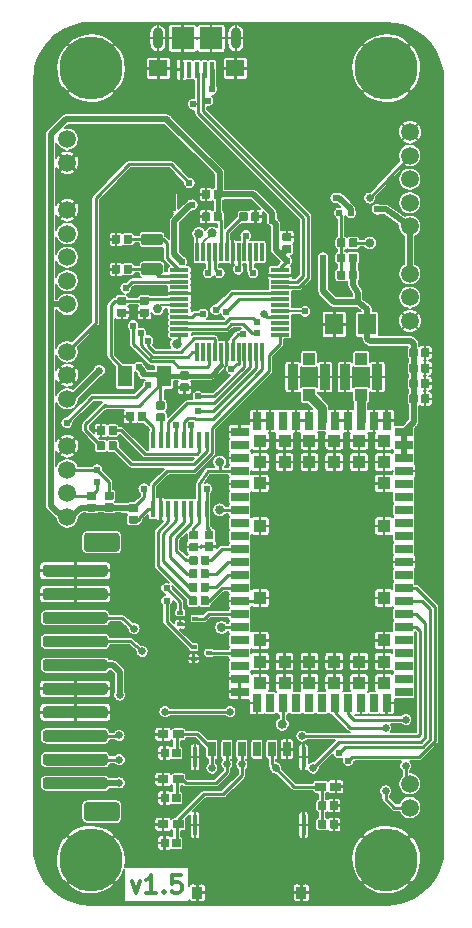
<source format=gbr>
G04 #@! TF.GenerationSoftware,KiCad,Pcbnew,5.1.8+dfsg1-1~bpo10+1*
G04 #@! TF.CreationDate,2021-02-15T21:00:24+01:00*
G04 #@! TF.ProjectId,easyhive,65617379-6869-4766-952e-6b696361645f,rev?*
G04 #@! TF.SameCoordinates,Original*
G04 #@! TF.FileFunction,Copper,L1,Top*
G04 #@! TF.FilePolarity,Positive*
%FSLAX46Y46*%
G04 Gerber Fmt 4.6, Leading zero omitted, Abs format (unit mm)*
G04 Created by KiCad (PCBNEW 5.1.8+dfsg1-1~bpo10+1) date 2021-02-15 21:00:24*
%MOMM*%
%LPD*%
G01*
G04 APERTURE LIST*
G04 #@! TA.AperFunction,NonConductor*
%ADD10C,0.300000*%
G04 #@! TD*
G04 #@! TA.AperFunction,SMDPad,CuDef*
%ADD11R,0.354800X1.461999*%
G04 #@! TD*
G04 #@! TA.AperFunction,ComponentPad*
%ADD12O,0.900000X1.800000*%
G04 #@! TD*
G04 #@! TA.AperFunction,SMDPad,CuDef*
%ADD13R,1.900000X1.900000*%
G04 #@! TD*
G04 #@! TA.AperFunction,SMDPad,CuDef*
%ADD14R,1.600000X1.400000*%
G04 #@! TD*
G04 #@! TA.AperFunction,SMDPad,CuDef*
%ADD15R,0.400000X1.350000*%
G04 #@! TD*
G04 #@! TA.AperFunction,SMDPad,CuDef*
%ADD16C,1.500000*%
G04 #@! TD*
G04 #@! TA.AperFunction,SMDPad,CuDef*
%ADD17R,0.508000X0.355999*%
G04 #@! TD*
G04 #@! TA.AperFunction,ComponentPad*
%ADD18C,1.500000*%
G04 #@! TD*
G04 #@! TA.AperFunction,SMDPad,CuDef*
%ADD19R,1.600000X1.800000*%
G04 #@! TD*
G04 #@! TA.AperFunction,SMDPad,CuDef*
%ADD20R,1.200000X1.800000*%
G04 #@! TD*
G04 #@! TA.AperFunction,SMDPad,CuDef*
%ADD21R,0.350000X1.800000*%
G04 #@! TD*
G04 #@! TA.AperFunction,SMDPad,CuDef*
%ADD22R,0.650000X1.300000*%
G04 #@! TD*
G04 #@! TA.AperFunction,SMDPad,CuDef*
%ADD23R,0.900000X1.000000*%
G04 #@! TD*
G04 #@! TA.AperFunction,SMDPad,CuDef*
%ADD24R,1.000000X1.050000*%
G04 #@! TD*
G04 #@! TA.AperFunction,SMDPad,CuDef*
%ADD25R,0.850000X2.200000*%
G04 #@! TD*
G04 #@! TA.AperFunction,SMDPad,CuDef*
%ADD26R,1.100000X1.100000*%
G04 #@! TD*
G04 #@! TA.AperFunction,SMDPad,CuDef*
%ADD27R,0.800000X1.500000*%
G04 #@! TD*
G04 #@! TA.AperFunction,SMDPad,CuDef*
%ADD28R,1.500000X0.800000*%
G04 #@! TD*
G04 #@! TA.AperFunction,ComponentPad*
%ADD29C,0.508000*%
G04 #@! TD*
G04 #@! TA.AperFunction,SMDPad,CuDef*
%ADD30R,0.300000X1.600000*%
G04 #@! TD*
G04 #@! TA.AperFunction,SMDPad,CuDef*
%ADD31R,1.600000X0.300000*%
G04 #@! TD*
G04 #@! TA.AperFunction,ComponentPad*
%ADD32C,5.334000*%
G04 #@! TD*
G04 #@! TA.AperFunction,ViaPad*
%ADD33C,0.609600*%
G04 #@! TD*
G04 #@! TA.AperFunction,ViaPad*
%ADD34C,0.654800*%
G04 #@! TD*
G04 #@! TA.AperFunction,ViaPad*
%ADD35C,0.800000*%
G04 #@! TD*
G04 #@! TA.AperFunction,Conductor*
%ADD36C,0.250000*%
G04 #@! TD*
G04 #@! TA.AperFunction,Conductor*
%ADD37C,0.300000*%
G04 #@! TD*
G04 #@! TA.AperFunction,Conductor*
%ADD38C,0.406400*%
G04 #@! TD*
G04 #@! TA.AperFunction,Conductor*
%ADD39C,0.254000*%
G04 #@! TD*
G04 #@! TA.AperFunction,Conductor*
%ADD40C,0.508000*%
G04 #@! TD*
G04 #@! TA.AperFunction,Conductor*
%ADD41C,0.400000*%
G04 #@! TD*
G04 #@! TA.AperFunction,Conductor*
%ADD42C,0.500000*%
G04 #@! TD*
G04 #@! TA.AperFunction,Conductor*
%ADD43C,0.203200*%
G04 #@! TD*
G04 #@! TA.AperFunction,Conductor*
%ADD44C,0.800000*%
G04 #@! TD*
G04 #@! TA.AperFunction,Conductor*
%ADD45C,0.150000*%
G04 #@! TD*
G04 #@! TA.AperFunction,Conductor*
%ADD46C,0.100000*%
G04 #@! TD*
G04 APERTURE END LIST*
D10*
X139474285Y-140330371D02*
X139831428Y-141330371D01*
X140188571Y-140330371D01*
X141545714Y-141330371D02*
X140688571Y-141330371D01*
X141117142Y-141330371D02*
X141117142Y-139830371D01*
X140974285Y-140044657D01*
X140831428Y-140187514D01*
X140688571Y-140258942D01*
X142188571Y-141187514D02*
X142260000Y-141258942D01*
X142188571Y-141330371D01*
X142117142Y-141258942D01*
X142188571Y-141187514D01*
X142188571Y-141330371D01*
X143617142Y-139830371D02*
X142902857Y-139830371D01*
X142831428Y-140544657D01*
X142902857Y-140473228D01*
X143045714Y-140401800D01*
X143402857Y-140401800D01*
X143545714Y-140473228D01*
X143617142Y-140544657D01*
X143688571Y-140687514D01*
X143688571Y-141044657D01*
X143617142Y-141187514D01*
X143545714Y-141258942D01*
X143402857Y-141330371D01*
X143045714Y-141330371D01*
X142902857Y-141258942D01*
X142831428Y-141187514D01*
D11*
X145799998Y-108817000D03*
X145149997Y-108817000D03*
X144499998Y-108817000D03*
X143849997Y-108817000D03*
X143199998Y-108817000D03*
X142550000Y-108817000D03*
X141899998Y-108817000D03*
X141250000Y-108817000D03*
X141250000Y-102975000D03*
X141900001Y-102975000D03*
X142550000Y-102975000D03*
X143200001Y-102975000D03*
X143850000Y-102975000D03*
X144499998Y-102975000D03*
X145150000Y-102975000D03*
X145799998Y-102975000D03*
D12*
X141671100Y-68962600D03*
X148271100Y-68962600D03*
D13*
X143771100Y-68962600D03*
X146171100Y-68962600D03*
D14*
X141721100Y-71512600D03*
X148221100Y-71512600D03*
D15*
X146271100Y-71637600D03*
X145621100Y-71637600D03*
X143671100Y-71637600D03*
X144321100Y-71637600D03*
X144971100Y-71637600D03*
D16*
X163000000Y-134100000D03*
X163000000Y-132100000D03*
D17*
X146000000Y-121000000D03*
X144704999Y-121500003D03*
X144704999Y-120500002D03*
X144845001Y-118099997D03*
X143550000Y-118600000D03*
X143550000Y-117599999D03*
D18*
X163000000Y-88900000D03*
X163000000Y-90900000D03*
X163000000Y-92900000D03*
X134001100Y-109503600D03*
X134001100Y-107503600D03*
X134001100Y-105503600D03*
X134001100Y-103503600D03*
X134001100Y-99503600D03*
X134001100Y-97503600D03*
X134001100Y-95503600D03*
X134001100Y-91503600D03*
X134001100Y-89503600D03*
X134001100Y-87503600D03*
X134001100Y-85503600D03*
X134001100Y-83503600D03*
X163001100Y-84903600D03*
X163001100Y-82903600D03*
X163001100Y-80903600D03*
X163001100Y-78903600D03*
X163001100Y-76903600D03*
X134001100Y-77503600D03*
X134001100Y-79503600D03*
D19*
X156600000Y-93200000D03*
X159400000Y-93200000D03*
G04 #@! TA.AperFunction,SMDPad,CuDef*
G36*
G01*
X146900000Y-108500000D02*
X146900000Y-108500000D01*
G75*
G02*
X147300000Y-108900000I0J-400000D01*
G01*
X147300000Y-108900000D01*
G75*
G02*
X146900000Y-109300000I-400000J0D01*
G01*
X146900000Y-109300000D01*
G75*
G02*
X146500000Y-108900000I0J400000D01*
G01*
X146500000Y-108900000D01*
G75*
G02*
X146900000Y-108500000I400000J0D01*
G01*
G37*
G04 #@! TD.AperFunction*
G04 #@! TA.AperFunction,SMDPad,CuDef*
G36*
G01*
X159200000Y-86300000D02*
X159200000Y-86300000D01*
G75*
G02*
X159600000Y-85900000I400000J0D01*
G01*
X159600000Y-85900000D01*
G75*
G02*
X160000000Y-86300000I0J-400000D01*
G01*
X160000000Y-86300000D01*
G75*
G02*
X159600000Y-86700000I-400000J0D01*
G01*
X159600000Y-86700000D01*
G75*
G02*
X159200000Y-86300000I0J400000D01*
G01*
G37*
G04 #@! TD.AperFunction*
G04 #@! TA.AperFunction,SMDPad,CuDef*
G36*
G01*
X145850000Y-85450000D02*
X145850000Y-85450000D01*
G75*
G02*
X146250000Y-85050000I400000J0D01*
G01*
X146250000Y-85050000D01*
G75*
G02*
X146650000Y-85450000I0J-400000D01*
G01*
X146650000Y-85450000D01*
G75*
G02*
X146250000Y-85850000I-400000J0D01*
G01*
X146250000Y-85850000D01*
G75*
G02*
X145850000Y-85450000I0J400000D01*
G01*
G37*
G04 #@! TD.AperFunction*
G04 #@! TA.AperFunction,SMDPad,CuDef*
G36*
G01*
X144729850Y-85512350D02*
X144729850Y-85512350D01*
G75*
G02*
X145129850Y-85112350I400000J0D01*
G01*
X145129850Y-85112350D01*
G75*
G02*
X145529850Y-85512350I0J-400000D01*
G01*
X145529850Y-85512350D01*
G75*
G02*
X145129850Y-85912350I-400000J0D01*
G01*
X145129850Y-85912350D01*
G75*
G02*
X144729850Y-85512350I0J400000D01*
G01*
G37*
G04 #@! TD.AperFunction*
G04 #@! TA.AperFunction,SMDPad,CuDef*
G36*
G01*
X141237350Y-91862350D02*
X141237350Y-91862350D01*
G75*
G02*
X141637350Y-91462350I400000J0D01*
G01*
X141637350Y-91462350D01*
G75*
G02*
X142037350Y-91862350I0J-400000D01*
G01*
X142037350Y-91862350D01*
G75*
G02*
X141637350Y-92262350I-400000J0D01*
G01*
X141637350Y-92262350D01*
G75*
G02*
X141237350Y-91862350I0J400000D01*
G01*
G37*
G04 #@! TD.AperFunction*
G04 #@! TA.AperFunction,SMDPad,CuDef*
G36*
G01*
X151800000Y-127050000D02*
X151800000Y-127050000D01*
G75*
G02*
X152200000Y-126650000I400000J0D01*
G01*
X152200000Y-126650000D01*
G75*
G02*
X152600000Y-127050000I0J-400000D01*
G01*
X152600000Y-127050000D01*
G75*
G02*
X152200000Y-127450000I-400000J0D01*
G01*
X152200000Y-127450000D01*
G75*
G02*
X151800000Y-127050000I0J400000D01*
G01*
G37*
G04 #@! TD.AperFunction*
G04 #@! TA.AperFunction,SMDPad,CuDef*
G36*
G01*
X146650000Y-118850000D02*
X146650000Y-118850000D01*
G75*
G02*
X147050000Y-118450000I400000J0D01*
G01*
X147050000Y-118450000D01*
G75*
G02*
X147450000Y-118850000I0J-400000D01*
G01*
X147450000Y-118850000D01*
G75*
G02*
X147050000Y-119250000I-400000J0D01*
G01*
X147050000Y-119250000D01*
G75*
G02*
X146650000Y-118850000I0J400000D01*
G01*
G37*
G04 #@! TD.AperFunction*
G04 #@! TA.AperFunction,SMDPad,CuDef*
G36*
G01*
X146500000Y-104850000D02*
X146500000Y-104850000D01*
G75*
G02*
X146900000Y-104450000I400000J0D01*
G01*
X146900000Y-104450000D01*
G75*
G02*
X147300000Y-104850000I0J-400000D01*
G01*
X147300000Y-104850000D01*
G75*
G02*
X146900000Y-105250000I-400000J0D01*
G01*
X146900000Y-105250000D01*
G75*
G02*
X146500000Y-104850000I0J400000D01*
G01*
G37*
G04 #@! TD.AperFunction*
G04 #@! TA.AperFunction,SMDPad,CuDef*
G36*
G01*
X139973400Y-108448000D02*
X139973400Y-109008000D01*
G75*
G02*
X139903400Y-109078000I-70000J0D01*
G01*
X139293400Y-109078000D01*
G75*
G02*
X139223400Y-109008000I0J70000D01*
G01*
X139223400Y-108448000D01*
G75*
G02*
X139293400Y-108378000I70000J0D01*
G01*
X139903400Y-108378000D01*
G75*
G02*
X139973400Y-108448000I0J-70000D01*
G01*
G37*
G04 #@! TD.AperFunction*
G04 #@! TA.AperFunction,SMDPad,CuDef*
G36*
G01*
X139973400Y-109448000D02*
X139973400Y-110008000D01*
G75*
G02*
X139903400Y-110078000I-70000J0D01*
G01*
X139293400Y-110078000D01*
G75*
G02*
X139223400Y-110008000I0J70000D01*
G01*
X139223400Y-109448000D01*
G75*
G02*
X139293400Y-109378000I70000J0D01*
G01*
X139903400Y-109378000D01*
G75*
G02*
X139973400Y-109448000I0J-70000D01*
G01*
G37*
G04 #@! TD.AperFunction*
G04 #@! TA.AperFunction,SMDPad,CuDef*
G36*
G01*
X140607000Y-101365400D02*
X140047000Y-101365400D01*
G75*
G02*
X139977000Y-101295400I0J70000D01*
G01*
X139977000Y-100685400D01*
G75*
G02*
X140047000Y-100615400I70000J0D01*
G01*
X140607000Y-100615400D01*
G75*
G02*
X140677000Y-100685400I0J-70000D01*
G01*
X140677000Y-101295400D01*
G75*
G02*
X140607000Y-101365400I-70000J0D01*
G01*
G37*
G04 #@! TD.AperFunction*
G04 #@! TA.AperFunction,SMDPad,CuDef*
G36*
G01*
X139607000Y-101365400D02*
X139047000Y-101365400D01*
G75*
G02*
X138977000Y-101295400I0J70000D01*
G01*
X138977000Y-100685400D01*
G75*
G02*
X139047000Y-100615400I70000J0D01*
G01*
X139607000Y-100615400D01*
G75*
G02*
X139677000Y-100685400I0J-70000D01*
G01*
X139677000Y-101295400D01*
G75*
G02*
X139607000Y-101365400I-70000J0D01*
G01*
G37*
G04 #@! TD.AperFunction*
G04 #@! TA.AperFunction,SMDPad,CuDef*
G36*
G01*
X141509400Y-101346600D02*
X141509400Y-100786600D01*
G75*
G02*
X141579400Y-100716600I70000J0D01*
G01*
X142189400Y-100716600D01*
G75*
G02*
X142259400Y-100786600I0J-70000D01*
G01*
X142259400Y-101346600D01*
G75*
G02*
X142189400Y-101416600I-70000J0D01*
G01*
X141579400Y-101416600D01*
G75*
G02*
X141509400Y-101346600I0J70000D01*
G01*
G37*
G04 #@! TD.AperFunction*
G04 #@! TA.AperFunction,SMDPad,CuDef*
G36*
G01*
X141509400Y-100346600D02*
X141509400Y-99786600D01*
G75*
G02*
X141579400Y-99716600I70000J0D01*
G01*
X142189400Y-99716600D01*
G75*
G02*
X142259400Y-99786600I0J-70000D01*
G01*
X142259400Y-100346600D01*
G75*
G02*
X142189400Y-100416600I-70000J0D01*
G01*
X141579400Y-100416600D01*
G75*
G02*
X141509400Y-100346600I0J70000D01*
G01*
G37*
G04 #@! TD.AperFunction*
G04 #@! TA.AperFunction,SMDPad,CuDef*
G36*
G01*
X138133400Y-102550200D02*
X137573400Y-102550200D01*
G75*
G02*
X137503400Y-102480200I0J70000D01*
G01*
X137503400Y-101870200D01*
G75*
G02*
X137573400Y-101800200I70000J0D01*
G01*
X138133400Y-101800200D01*
G75*
G02*
X138203400Y-101870200I0J-70000D01*
G01*
X138203400Y-102480200D01*
G75*
G02*
X138133400Y-102550200I-70000J0D01*
G01*
G37*
G04 #@! TD.AperFunction*
G04 #@! TA.AperFunction,SMDPad,CuDef*
G36*
G01*
X137133400Y-102550200D02*
X136573400Y-102550200D01*
G75*
G02*
X136503400Y-102480200I0J70000D01*
G01*
X136503400Y-101870200D01*
G75*
G02*
X136573400Y-101800200I70000J0D01*
G01*
X137133400Y-101800200D01*
G75*
G02*
X137203400Y-101870200I0J-70000D01*
G01*
X137203400Y-102480200D01*
G75*
G02*
X137133400Y-102550200I-70000J0D01*
G01*
G37*
G04 #@! TD.AperFunction*
G04 #@! TA.AperFunction,SMDPad,CuDef*
G36*
G01*
X138133400Y-103850200D02*
X137573400Y-103850200D01*
G75*
G02*
X137503400Y-103780200I0J70000D01*
G01*
X137503400Y-103170200D01*
G75*
G02*
X137573400Y-103100200I70000J0D01*
G01*
X138133400Y-103100200D01*
G75*
G02*
X138203400Y-103170200I0J-70000D01*
G01*
X138203400Y-103780200D01*
G75*
G02*
X138133400Y-103850200I-70000J0D01*
G01*
G37*
G04 #@! TD.AperFunction*
G04 #@! TA.AperFunction,SMDPad,CuDef*
G36*
G01*
X137133400Y-103850200D02*
X136573400Y-103850200D01*
G75*
G02*
X136503400Y-103780200I0J70000D01*
G01*
X136503400Y-103170200D01*
G75*
G02*
X136573400Y-103100200I70000J0D01*
G01*
X137133400Y-103100200D01*
G75*
G02*
X137203400Y-103170200I0J-70000D01*
G01*
X137203400Y-103780200D01*
G75*
G02*
X137133400Y-103850200I-70000J0D01*
G01*
G37*
G04 #@! TD.AperFunction*
G04 #@! TA.AperFunction,SMDPad,CuDef*
G36*
G01*
X137166000Y-108984000D02*
X137166000Y-108424000D01*
G75*
G02*
X137236000Y-108354000I70000J0D01*
G01*
X137846000Y-108354000D01*
G75*
G02*
X137916000Y-108424000I0J-70000D01*
G01*
X137916000Y-108984000D01*
G75*
G02*
X137846000Y-109054000I-70000J0D01*
G01*
X137236000Y-109054000D01*
G75*
G02*
X137166000Y-108984000I0J70000D01*
G01*
G37*
G04 #@! TD.AperFunction*
G04 #@! TA.AperFunction,SMDPad,CuDef*
G36*
G01*
X137166000Y-107984000D02*
X137166000Y-107424000D01*
G75*
G02*
X137236000Y-107354000I70000J0D01*
G01*
X137846000Y-107354000D01*
G75*
G02*
X137916000Y-107424000I0J-70000D01*
G01*
X137916000Y-107984000D01*
G75*
G02*
X137846000Y-108054000I-70000J0D01*
G01*
X137236000Y-108054000D01*
G75*
G02*
X137166000Y-107984000I0J70000D01*
G01*
G37*
G04 #@! TD.AperFunction*
G04 #@! TA.AperFunction,SMDPad,CuDef*
G36*
G01*
X135667400Y-108992000D02*
X135667400Y-108432000D01*
G75*
G02*
X135737400Y-108362000I70000J0D01*
G01*
X136347400Y-108362000D01*
G75*
G02*
X136417400Y-108432000I0J-70000D01*
G01*
X136417400Y-108992000D01*
G75*
G02*
X136347400Y-109062000I-70000J0D01*
G01*
X135737400Y-109062000D01*
G75*
G02*
X135667400Y-108992000I0J70000D01*
G01*
G37*
G04 #@! TD.AperFunction*
G04 #@! TA.AperFunction,SMDPad,CuDef*
G36*
G01*
X135667400Y-107992000D02*
X135667400Y-107432000D01*
G75*
G02*
X135737400Y-107362000I70000J0D01*
G01*
X136347400Y-107362000D01*
G75*
G02*
X136417400Y-107432000I0J-70000D01*
G01*
X136417400Y-107992000D01*
G75*
G02*
X136347400Y-108062000I-70000J0D01*
G01*
X135737400Y-108062000D01*
G75*
G02*
X135667400Y-107992000I0J70000D01*
G01*
G37*
G04 #@! TD.AperFunction*
G04 #@! TA.AperFunction,SMDPad,CuDef*
G36*
G01*
X144370000Y-113925000D02*
X144930000Y-113925000D01*
G75*
G02*
X145000000Y-113995000I0J-70000D01*
G01*
X145000000Y-114605000D01*
G75*
G02*
X144930000Y-114675000I-70000J0D01*
G01*
X144370000Y-114675000D01*
G75*
G02*
X144300000Y-114605000I0J70000D01*
G01*
X144300000Y-113995000D01*
G75*
G02*
X144370000Y-113925000I70000J0D01*
G01*
G37*
G04 #@! TD.AperFunction*
G04 #@! TA.AperFunction,SMDPad,CuDef*
G36*
G01*
X145370000Y-113925000D02*
X145930000Y-113925000D01*
G75*
G02*
X146000000Y-113995000I0J-70000D01*
G01*
X146000000Y-114605000D01*
G75*
G02*
X145930000Y-114675000I-70000J0D01*
G01*
X145370000Y-114675000D01*
G75*
G02*
X145300000Y-114605000I0J70000D01*
G01*
X145300000Y-113995000D01*
G75*
G02*
X145370000Y-113925000I70000J0D01*
G01*
G37*
G04 #@! TD.AperFunction*
G04 #@! TA.AperFunction,SMDPad,CuDef*
G36*
G01*
X144395000Y-112800000D02*
X144955000Y-112800000D01*
G75*
G02*
X145025000Y-112870000I0J-70000D01*
G01*
X145025000Y-113480000D01*
G75*
G02*
X144955000Y-113550000I-70000J0D01*
G01*
X144395000Y-113550000D01*
G75*
G02*
X144325000Y-113480000I0J70000D01*
G01*
X144325000Y-112870000D01*
G75*
G02*
X144395000Y-112800000I70000J0D01*
G01*
G37*
G04 #@! TD.AperFunction*
G04 #@! TA.AperFunction,SMDPad,CuDef*
G36*
G01*
X145395000Y-112800000D02*
X145955000Y-112800000D01*
G75*
G02*
X146025000Y-112870000I0J-70000D01*
G01*
X146025000Y-113480000D01*
G75*
G02*
X145955000Y-113550000I-70000J0D01*
G01*
X145395000Y-113550000D01*
G75*
G02*
X145325000Y-113480000I0J70000D01*
G01*
X145325000Y-112870000D01*
G75*
G02*
X145395000Y-112800000I70000J0D01*
G01*
G37*
G04 #@! TD.AperFunction*
G04 #@! TA.AperFunction,SMDPad,CuDef*
G36*
G01*
X158480000Y-87945000D02*
X157920000Y-87945000D01*
G75*
G02*
X157850000Y-87875000I0J70000D01*
G01*
X157850000Y-87265000D01*
G75*
G02*
X157920000Y-87195000I70000J0D01*
G01*
X158480000Y-87195000D01*
G75*
G02*
X158550000Y-87265000I0J-70000D01*
G01*
X158550000Y-87875000D01*
G75*
G02*
X158480000Y-87945000I-70000J0D01*
G01*
G37*
G04 #@! TD.AperFunction*
G04 #@! TA.AperFunction,SMDPad,CuDef*
G36*
G01*
X157480000Y-87945000D02*
X156920000Y-87945000D01*
G75*
G02*
X156850000Y-87875000I0J70000D01*
G01*
X156850000Y-87265000D01*
G75*
G02*
X156920000Y-87195000I70000J0D01*
G01*
X157480000Y-87195000D01*
G75*
G02*
X157550000Y-87265000I0J-70000D01*
G01*
X157550000Y-87875000D01*
G75*
G02*
X157480000Y-87945000I-70000J0D01*
G01*
G37*
G04 #@! TD.AperFunction*
G04 #@! TA.AperFunction,SMDPad,CuDef*
G36*
G01*
X156920000Y-85915000D02*
X157480000Y-85915000D01*
G75*
G02*
X157550000Y-85985000I0J-70000D01*
G01*
X157550000Y-86595000D01*
G75*
G02*
X157480000Y-86665000I-70000J0D01*
G01*
X156920000Y-86665000D01*
G75*
G02*
X156850000Y-86595000I0J70000D01*
G01*
X156850000Y-85985000D01*
G75*
G02*
X156920000Y-85915000I70000J0D01*
G01*
G37*
G04 #@! TD.AperFunction*
G04 #@! TA.AperFunction,SMDPad,CuDef*
G36*
G01*
X157920000Y-85915000D02*
X158480000Y-85915000D01*
G75*
G02*
X158550000Y-85985000I0J-70000D01*
G01*
X158550000Y-86595000D01*
G75*
G02*
X158480000Y-86665000I-70000J0D01*
G01*
X157920000Y-86665000D01*
G75*
G02*
X157850000Y-86595000I0J70000D01*
G01*
X157850000Y-85985000D01*
G75*
G02*
X157920000Y-85915000I70000J0D01*
G01*
G37*
G04 #@! TD.AperFunction*
G04 #@! TA.AperFunction,SMDPad,CuDef*
G36*
G01*
X140386100Y-88008600D02*
X141936100Y-88008600D01*
G75*
G02*
X142061100Y-88133600I0J-125000D01*
G01*
X142061100Y-88883600D01*
G75*
G02*
X141936100Y-89008600I-125000J0D01*
G01*
X140386100Y-89008600D01*
G75*
G02*
X140261100Y-88883600I0J125000D01*
G01*
X140261100Y-88133600D01*
G75*
G02*
X140386100Y-88008600I125000J0D01*
G01*
G37*
G04 #@! TD.AperFunction*
G04 #@! TA.AperFunction,SMDPad,CuDef*
G36*
G01*
X140386100Y-85508600D02*
X141936100Y-85508600D01*
G75*
G02*
X142061100Y-85633600I0J-125000D01*
G01*
X142061100Y-86383600D01*
G75*
G02*
X141936100Y-86508600I-125000J0D01*
G01*
X140386100Y-86508600D01*
G75*
G02*
X140261100Y-86383600I0J125000D01*
G01*
X140261100Y-85633600D01*
G75*
G02*
X140386100Y-85508600I125000J0D01*
G01*
G37*
G04 #@! TD.AperFunction*
D20*
X142200000Y-97600000D03*
X138900000Y-97600000D03*
D21*
X154011100Y-135588600D03*
X144820100Y-135588600D03*
X154011100Y-129838600D03*
X144820100Y-129838600D03*
D22*
X146246100Y-129168600D03*
X147516100Y-129168600D03*
X148786100Y-129168600D03*
X150056100Y-129168600D03*
X151326100Y-129168600D03*
X152596100Y-129168600D03*
D23*
X153816100Y-141308600D03*
X145016100Y-141308600D03*
D24*
X154457400Y-96112600D03*
X154457400Y-99162600D03*
D25*
X153082400Y-97637600D03*
X155832400Y-97637600D03*
D24*
X158875000Y-96125000D03*
X158875000Y-99175000D03*
D25*
X157500000Y-97650000D03*
X160250000Y-97650000D03*
D26*
X160800000Y-119950000D03*
X150300000Y-119950000D03*
X160800000Y-116350000D03*
X150300000Y-116350000D03*
X150300000Y-123550000D03*
X152400000Y-123550000D03*
X154500000Y-123550000D03*
X156600000Y-123550000D03*
X158700000Y-123550000D03*
X160800000Y-123550000D03*
X160800000Y-121750000D03*
X158700000Y-121750000D03*
X156600000Y-121750000D03*
X154500000Y-121750000D03*
X152400000Y-121750000D03*
X150300000Y-121750000D03*
X160800000Y-110250000D03*
X150300000Y-110250000D03*
X160800000Y-106650000D03*
X150300000Y-106650000D03*
X150300000Y-104850000D03*
X152400000Y-104850000D03*
X154500000Y-104850000D03*
X156600000Y-104850000D03*
X158700000Y-104850000D03*
X160800000Y-104850000D03*
X160800000Y-103050000D03*
X158700000Y-103050000D03*
X156600000Y-103050000D03*
X154500000Y-103050000D03*
X152400000Y-103050000D03*
X150300000Y-103050000D03*
D27*
X161050000Y-125250000D03*
X151150000Y-125250000D03*
X150050000Y-125250000D03*
X159950000Y-125250000D03*
X158850000Y-125250000D03*
X157750000Y-125250000D03*
X156650000Y-125250000D03*
X155550000Y-125250000D03*
X154450000Y-125250000D03*
X153350000Y-125250000D03*
X152250000Y-125250000D03*
D28*
X162500000Y-124300000D03*
X162500000Y-123200000D03*
X162500000Y-122100000D03*
X162500000Y-121000000D03*
X162500000Y-119900000D03*
X162500000Y-118800000D03*
X162500000Y-117700000D03*
X162500000Y-116600000D03*
X162500000Y-115500000D03*
X162500000Y-114400000D03*
X162500000Y-113300000D03*
X162500000Y-112200000D03*
X162500000Y-111100000D03*
X162500000Y-110000000D03*
X162500000Y-108900000D03*
X162500000Y-107800000D03*
X162500000Y-106700000D03*
X162500000Y-105600000D03*
X162500000Y-104500000D03*
X162500000Y-103400000D03*
X162500000Y-102300000D03*
X148600000Y-124300000D03*
X148600000Y-123200000D03*
X148600000Y-122100000D03*
X148600000Y-121000000D03*
X148600000Y-119900000D03*
X148600000Y-118800000D03*
X148600000Y-117700000D03*
X148600000Y-116600000D03*
X148600000Y-115500000D03*
X148600000Y-114400000D03*
X148600000Y-113300000D03*
X148600000Y-112200000D03*
X148600000Y-111100000D03*
X148600000Y-110000000D03*
X148600000Y-108900000D03*
X148600000Y-107800000D03*
X148600000Y-106700000D03*
X148600000Y-105600000D03*
X148600000Y-104500000D03*
X148600000Y-103400000D03*
D27*
X161050000Y-101350000D03*
D28*
X148600000Y-102300000D03*
D27*
X151150000Y-101350000D03*
X150050000Y-101350000D03*
X159950000Y-101350000D03*
X158850000Y-101350000D03*
X157750000Y-101350000D03*
X156650000Y-101350000D03*
X155550000Y-101350000D03*
X154450000Y-101350000D03*
X153350000Y-101350000D03*
X152250000Y-101350000D03*
D29*
X142981100Y-82263600D03*
X142931100Y-83313600D03*
X142431100Y-82813600D03*
X141881100Y-82263600D03*
G04 #@! TA.AperFunction,SMDPad,CuDef*
G36*
G01*
X143231100Y-82093600D02*
X143231100Y-83533600D01*
G75*
G02*
X143151100Y-83613600I-80000J0D01*
G01*
X141711100Y-83613600D01*
G75*
G02*
X141631100Y-83533600I0J80000D01*
G01*
X141631100Y-82093600D01*
G75*
G02*
X141711100Y-82013600I80000J0D01*
G01*
X143151100Y-82013600D01*
G75*
G02*
X143231100Y-82093600I0J-80000D01*
G01*
G37*
G04 #@! TD.AperFunction*
D30*
X144996100Y-87068600D03*
X145496100Y-87068600D03*
X145996100Y-87068600D03*
X146496100Y-87068600D03*
X146996100Y-87068600D03*
X147496100Y-87068600D03*
X147996100Y-87068600D03*
X148496100Y-87068600D03*
X148996100Y-87068600D03*
X149496100Y-87068600D03*
X149996100Y-87068600D03*
X150496100Y-87068600D03*
D31*
X151996100Y-88568600D03*
X151996100Y-89068600D03*
X151996100Y-89568600D03*
X151996100Y-90068600D03*
X151996100Y-90568600D03*
X151996100Y-91068600D03*
X151996100Y-92068600D03*
X151996100Y-91568600D03*
X151996100Y-92568600D03*
X151996100Y-93068600D03*
X151996100Y-93568600D03*
X151996100Y-94068600D03*
D30*
X150496100Y-95568600D03*
X149996100Y-95568600D03*
X149496100Y-95568600D03*
X148996100Y-95568600D03*
X148496100Y-95568600D03*
X147996100Y-95568600D03*
X147496100Y-95568600D03*
X146996100Y-95568600D03*
X146496100Y-95568600D03*
X145996100Y-95568600D03*
X145496100Y-95568600D03*
X144996100Y-95568600D03*
D31*
X143496100Y-94068600D03*
X143496100Y-93568600D03*
X143496100Y-93068600D03*
X143496100Y-92568600D03*
X143496100Y-92068600D03*
X143496100Y-91568600D03*
X143496100Y-91068600D03*
X143496100Y-90568600D03*
X143496100Y-90068600D03*
X143496100Y-89568600D03*
X143496100Y-89068600D03*
X143496100Y-88568600D03*
D32*
X161001100Y-138503600D03*
X161001100Y-71503600D03*
X136001100Y-71503600D03*
X135991600Y-138506200D03*
G04 #@! TA.AperFunction,SMDPad,CuDef*
G36*
G01*
X142548600Y-127583600D02*
X142548600Y-128213600D01*
G75*
G02*
X142513600Y-128248600I-35000J0D01*
G01*
X141683600Y-128248600D01*
G75*
G02*
X141648600Y-128213600I0J35000D01*
G01*
X141648600Y-127583600D01*
G75*
G02*
X141683600Y-127548600I35000J0D01*
G01*
X142513600Y-127548600D01*
G75*
G02*
X142548600Y-127583600I0J-35000D01*
G01*
G37*
G04 #@! TD.AperFunction*
G04 #@! TA.AperFunction,SMDPad,CuDef*
G36*
G01*
X143848600Y-127583600D02*
X143848600Y-128213600D01*
G75*
G02*
X143813600Y-128248600I-35000J0D01*
G01*
X142983600Y-128248600D01*
G75*
G02*
X142948600Y-128213600I0J35000D01*
G01*
X142948600Y-127583600D01*
G75*
G02*
X142983600Y-127548600I35000J0D01*
G01*
X143813600Y-127548600D01*
G75*
G02*
X143848600Y-127583600I0J-35000D01*
G01*
G37*
G04 #@! TD.AperFunction*
G04 #@! TA.AperFunction,SMDPad,CuDef*
G36*
G01*
X142548600Y-131393600D02*
X142548600Y-132023600D01*
G75*
G02*
X142513600Y-132058600I-35000J0D01*
G01*
X141683600Y-132058600D01*
G75*
G02*
X141648600Y-132023600I0J35000D01*
G01*
X141648600Y-131393600D01*
G75*
G02*
X141683600Y-131358600I35000J0D01*
G01*
X142513600Y-131358600D01*
G75*
G02*
X142548600Y-131393600I0J-35000D01*
G01*
G37*
G04 #@! TD.AperFunction*
G04 #@! TA.AperFunction,SMDPad,CuDef*
G36*
G01*
X143848600Y-131393600D02*
X143848600Y-132023600D01*
G75*
G02*
X143813600Y-132058600I-35000J0D01*
G01*
X142983600Y-132058600D01*
G75*
G02*
X142948600Y-132023600I0J35000D01*
G01*
X142948600Y-131393600D01*
G75*
G02*
X142983600Y-131358600I35000J0D01*
G01*
X143813600Y-131358600D01*
G75*
G02*
X143848600Y-131393600I0J-35000D01*
G01*
G37*
G04 #@! TD.AperFunction*
G04 #@! TA.AperFunction,SMDPad,CuDef*
G36*
G01*
X156283600Y-132658600D02*
X156283600Y-132028600D01*
G75*
G02*
X156318600Y-131993600I35000J0D01*
G01*
X157148600Y-131993600D01*
G75*
G02*
X157183600Y-132028600I0J-35000D01*
G01*
X157183600Y-132658600D01*
G75*
G02*
X157148600Y-132693600I-35000J0D01*
G01*
X156318600Y-132693600D01*
G75*
G02*
X156283600Y-132658600I0J35000D01*
G01*
G37*
G04 #@! TD.AperFunction*
G04 #@! TA.AperFunction,SMDPad,CuDef*
G36*
G01*
X154983600Y-132658600D02*
X154983600Y-132028600D01*
G75*
G02*
X155018600Y-131993600I35000J0D01*
G01*
X155848600Y-131993600D01*
G75*
G02*
X155883600Y-132028600I0J-35000D01*
G01*
X155883600Y-132658600D01*
G75*
G02*
X155848600Y-132693600I-35000J0D01*
G01*
X155018600Y-132693600D01*
G75*
G02*
X154983600Y-132658600I0J35000D01*
G01*
G37*
G04 #@! TD.AperFunction*
G04 #@! TA.AperFunction,SMDPad,CuDef*
G36*
G01*
X142548600Y-135203600D02*
X142548600Y-135833600D01*
G75*
G02*
X142513600Y-135868600I-35000J0D01*
G01*
X141683600Y-135868600D01*
G75*
G02*
X141648600Y-135833600I0J35000D01*
G01*
X141648600Y-135203600D01*
G75*
G02*
X141683600Y-135168600I35000J0D01*
G01*
X142513600Y-135168600D01*
G75*
G02*
X142548600Y-135203600I0J-35000D01*
G01*
G37*
G04 #@! TD.AperFunction*
G04 #@! TA.AperFunction,SMDPad,CuDef*
G36*
G01*
X143848600Y-135203600D02*
X143848600Y-135833600D01*
G75*
G02*
X143813600Y-135868600I-35000J0D01*
G01*
X142983600Y-135868600D01*
G75*
G02*
X142948600Y-135833600I0J35000D01*
G01*
X142948600Y-135203600D01*
G75*
G02*
X142983600Y-135168600I35000J0D01*
G01*
X143813600Y-135168600D01*
G75*
G02*
X143848600Y-135203600I0J-35000D01*
G01*
G37*
G04 #@! TD.AperFunction*
G04 #@! TA.AperFunction,SMDPad,CuDef*
G36*
G01*
X145075000Y-110770000D02*
X145075000Y-111330000D01*
G75*
G02*
X145005000Y-111400000I-70000J0D01*
G01*
X144395000Y-111400000D01*
G75*
G02*
X144325000Y-111330000I0J70000D01*
G01*
X144325000Y-110770000D01*
G75*
G02*
X144395000Y-110700000I70000J0D01*
G01*
X145005000Y-110700000D01*
G75*
G02*
X145075000Y-110770000I0J-70000D01*
G01*
G37*
G04 #@! TD.AperFunction*
G04 #@! TA.AperFunction,SMDPad,CuDef*
G36*
G01*
X145075000Y-111770000D02*
X145075000Y-112330000D01*
G75*
G02*
X145005000Y-112400000I-70000J0D01*
G01*
X144395000Y-112400000D01*
G75*
G02*
X144325000Y-112330000I0J70000D01*
G01*
X144325000Y-111770000D01*
G75*
G02*
X144395000Y-111700000I70000J0D01*
G01*
X145005000Y-111700000D01*
G75*
G02*
X145075000Y-111770000I0J-70000D01*
G01*
G37*
G04 #@! TD.AperFunction*
G04 #@! TA.AperFunction,SMDPad,CuDef*
G36*
G01*
X146375000Y-110720000D02*
X146375000Y-111280000D01*
G75*
G02*
X146305000Y-111350000I-70000J0D01*
G01*
X145695000Y-111350000D01*
G75*
G02*
X145625000Y-111280000I0J70000D01*
G01*
X145625000Y-110720000D01*
G75*
G02*
X145695000Y-110650000I70000J0D01*
G01*
X146305000Y-110650000D01*
G75*
G02*
X146375000Y-110720000I0J-70000D01*
G01*
G37*
G04 #@! TD.AperFunction*
G04 #@! TA.AperFunction,SMDPad,CuDef*
G36*
G01*
X146375000Y-111720000D02*
X146375000Y-112280000D01*
G75*
G02*
X146305000Y-112350000I-70000J0D01*
G01*
X145695000Y-112350000D01*
G75*
G02*
X145625000Y-112280000I0J70000D01*
G01*
X145625000Y-111720000D01*
G75*
G02*
X145695000Y-111650000I70000J0D01*
G01*
X146305000Y-111650000D01*
G75*
G02*
X146375000Y-111720000I0J-70000D01*
G01*
G37*
G04 #@! TD.AperFunction*
G04 #@! TA.AperFunction,SMDPad,CuDef*
G36*
G01*
X164580000Y-97275000D02*
X164020000Y-97275000D01*
G75*
G02*
X163950000Y-97205000I0J70000D01*
G01*
X163950000Y-96595000D01*
G75*
G02*
X164020000Y-96525000I70000J0D01*
G01*
X164580000Y-96525000D01*
G75*
G02*
X164650000Y-96595000I0J-70000D01*
G01*
X164650000Y-97205000D01*
G75*
G02*
X164580000Y-97275000I-70000J0D01*
G01*
G37*
G04 #@! TD.AperFunction*
G04 #@! TA.AperFunction,SMDPad,CuDef*
G36*
G01*
X163580000Y-97275000D02*
X163020000Y-97275000D01*
G75*
G02*
X162950000Y-97205000I0J70000D01*
G01*
X162950000Y-96595000D01*
G75*
G02*
X163020000Y-96525000I70000J0D01*
G01*
X163580000Y-96525000D01*
G75*
G02*
X163650000Y-96595000I0J-70000D01*
G01*
X163650000Y-97205000D01*
G75*
G02*
X163580000Y-97275000I-70000J0D01*
G01*
G37*
G04 #@! TD.AperFunction*
G04 #@! TA.AperFunction,SMDPad,CuDef*
G36*
G01*
X164580000Y-99875000D02*
X164020000Y-99875000D01*
G75*
G02*
X163950000Y-99805000I0J70000D01*
G01*
X163950000Y-99195000D01*
G75*
G02*
X164020000Y-99125000I70000J0D01*
G01*
X164580000Y-99125000D01*
G75*
G02*
X164650000Y-99195000I0J-70000D01*
G01*
X164650000Y-99805000D01*
G75*
G02*
X164580000Y-99875000I-70000J0D01*
G01*
G37*
G04 #@! TD.AperFunction*
G04 #@! TA.AperFunction,SMDPad,CuDef*
G36*
G01*
X163580000Y-99875000D02*
X163020000Y-99875000D01*
G75*
G02*
X162950000Y-99805000I0J70000D01*
G01*
X162950000Y-99195000D01*
G75*
G02*
X163020000Y-99125000I70000J0D01*
G01*
X163580000Y-99125000D01*
G75*
G02*
X163650000Y-99195000I0J-70000D01*
G01*
X163650000Y-99805000D01*
G75*
G02*
X163580000Y-99875000I-70000J0D01*
G01*
G37*
G04 #@! TD.AperFunction*
G04 #@! TA.AperFunction,SMDPad,CuDef*
G36*
G01*
X164580000Y-98575000D02*
X164020000Y-98575000D01*
G75*
G02*
X163950000Y-98505000I0J70000D01*
G01*
X163950000Y-97895000D01*
G75*
G02*
X164020000Y-97825000I70000J0D01*
G01*
X164580000Y-97825000D01*
G75*
G02*
X164650000Y-97895000I0J-70000D01*
G01*
X164650000Y-98505000D01*
G75*
G02*
X164580000Y-98575000I-70000J0D01*
G01*
G37*
G04 #@! TD.AperFunction*
G04 #@! TA.AperFunction,SMDPad,CuDef*
G36*
G01*
X163580000Y-98575000D02*
X163020000Y-98575000D01*
G75*
G02*
X162950000Y-98505000I0J70000D01*
G01*
X162950000Y-97895000D01*
G75*
G02*
X163020000Y-97825000I70000J0D01*
G01*
X163580000Y-97825000D01*
G75*
G02*
X163650000Y-97895000I0J-70000D01*
G01*
X163650000Y-98505000D01*
G75*
G02*
X163580000Y-98575000I-70000J0D01*
G01*
G37*
G04 #@! TD.AperFunction*
G04 #@! TA.AperFunction,SMDPad,CuDef*
G36*
G01*
X164580000Y-95975000D02*
X164020000Y-95975000D01*
G75*
G02*
X163950000Y-95905000I0J70000D01*
G01*
X163950000Y-95295000D01*
G75*
G02*
X164020000Y-95225000I70000J0D01*
G01*
X164580000Y-95225000D01*
G75*
G02*
X164650000Y-95295000I0J-70000D01*
G01*
X164650000Y-95905000D01*
G75*
G02*
X164580000Y-95975000I-70000J0D01*
G01*
G37*
G04 #@! TD.AperFunction*
G04 #@! TA.AperFunction,SMDPad,CuDef*
G36*
G01*
X163580000Y-95975000D02*
X163020000Y-95975000D01*
G75*
G02*
X162950000Y-95905000I0J70000D01*
G01*
X162950000Y-95295000D01*
G75*
G02*
X163020000Y-95225000I70000J0D01*
G01*
X163580000Y-95225000D01*
G75*
G02*
X163650000Y-95295000I0J-70000D01*
G01*
X163650000Y-95905000D01*
G75*
G02*
X163580000Y-95975000I-70000J0D01*
G01*
G37*
G04 #@! TD.AperFunction*
G04 #@! TA.AperFunction,SMDPad,CuDef*
G36*
G01*
X156863600Y-135893600D02*
X156303600Y-135893600D01*
G75*
G02*
X156233600Y-135823600I0J70000D01*
G01*
X156233600Y-135213600D01*
G75*
G02*
X156303600Y-135143600I70000J0D01*
G01*
X156863600Y-135143600D01*
G75*
G02*
X156933600Y-135213600I0J-70000D01*
G01*
X156933600Y-135823600D01*
G75*
G02*
X156863600Y-135893600I-70000J0D01*
G01*
G37*
G04 #@! TD.AperFunction*
G04 #@! TA.AperFunction,SMDPad,CuDef*
G36*
G01*
X155863600Y-135893600D02*
X155303600Y-135893600D01*
G75*
G02*
X155233600Y-135823600I0J70000D01*
G01*
X155233600Y-135213600D01*
G75*
G02*
X155303600Y-135143600I70000J0D01*
G01*
X155863600Y-135143600D01*
G75*
G02*
X155933600Y-135213600I0J-70000D01*
G01*
X155933600Y-135823600D01*
G75*
G02*
X155863600Y-135893600I-70000J0D01*
G01*
G37*
G04 #@! TD.AperFunction*
G04 #@! TA.AperFunction,SMDPad,CuDef*
G36*
G01*
X156863600Y-134306100D02*
X156303600Y-134306100D01*
G75*
G02*
X156233600Y-134236100I0J70000D01*
G01*
X156233600Y-133626100D01*
G75*
G02*
X156303600Y-133556100I70000J0D01*
G01*
X156863600Y-133556100D01*
G75*
G02*
X156933600Y-133626100I0J-70000D01*
G01*
X156933600Y-134236100D01*
G75*
G02*
X156863600Y-134306100I-70000J0D01*
G01*
G37*
G04 #@! TD.AperFunction*
G04 #@! TA.AperFunction,SMDPad,CuDef*
G36*
G01*
X155863600Y-134306100D02*
X155303600Y-134306100D01*
G75*
G02*
X155233600Y-134236100I0J70000D01*
G01*
X155233600Y-133626100D01*
G75*
G02*
X155303600Y-133556100I70000J0D01*
G01*
X155863600Y-133556100D01*
G75*
G02*
X155933600Y-133626100I0J-70000D01*
G01*
X155933600Y-134236100D01*
G75*
G02*
X155863600Y-134306100I-70000J0D01*
G01*
G37*
G04 #@! TD.AperFunction*
G04 #@! TA.AperFunction,SMDPad,CuDef*
G36*
G01*
X141968600Y-136731100D02*
X142528600Y-136731100D01*
G75*
G02*
X142598600Y-136801100I0J-70000D01*
G01*
X142598600Y-137411100D01*
G75*
G02*
X142528600Y-137481100I-70000J0D01*
G01*
X141968600Y-137481100D01*
G75*
G02*
X141898600Y-137411100I0J70000D01*
G01*
X141898600Y-136801100D01*
G75*
G02*
X141968600Y-136731100I70000J0D01*
G01*
G37*
G04 #@! TD.AperFunction*
G04 #@! TA.AperFunction,SMDPad,CuDef*
G36*
G01*
X142968600Y-136731100D02*
X143528600Y-136731100D01*
G75*
G02*
X143598600Y-136801100I0J-70000D01*
G01*
X143598600Y-137411100D01*
G75*
G02*
X143528600Y-137481100I-70000J0D01*
G01*
X142968600Y-137481100D01*
G75*
G02*
X142898600Y-137411100I0J70000D01*
G01*
X142898600Y-136801100D01*
G75*
G02*
X142968600Y-136731100I70000J0D01*
G01*
G37*
G04 #@! TD.AperFunction*
G04 #@! TA.AperFunction,SMDPad,CuDef*
G36*
G01*
X141968600Y-132921100D02*
X142528600Y-132921100D01*
G75*
G02*
X142598600Y-132991100I0J-70000D01*
G01*
X142598600Y-133601100D01*
G75*
G02*
X142528600Y-133671100I-70000J0D01*
G01*
X141968600Y-133671100D01*
G75*
G02*
X141898600Y-133601100I0J70000D01*
G01*
X141898600Y-132991100D01*
G75*
G02*
X141968600Y-132921100I70000J0D01*
G01*
G37*
G04 #@! TD.AperFunction*
G04 #@! TA.AperFunction,SMDPad,CuDef*
G36*
G01*
X142968600Y-132921100D02*
X143528600Y-132921100D01*
G75*
G02*
X143598600Y-132991100I0J-70000D01*
G01*
X143598600Y-133601100D01*
G75*
G02*
X143528600Y-133671100I-70000J0D01*
G01*
X142968600Y-133671100D01*
G75*
G02*
X142898600Y-133601100I0J70000D01*
G01*
X142898600Y-132991100D01*
G75*
G02*
X142968600Y-132921100I70000J0D01*
G01*
G37*
G04 #@! TD.AperFunction*
G04 #@! TA.AperFunction,SMDPad,CuDef*
G36*
G01*
X141968600Y-129111100D02*
X142528600Y-129111100D01*
G75*
G02*
X142598600Y-129181100I0J-70000D01*
G01*
X142598600Y-129791100D01*
G75*
G02*
X142528600Y-129861100I-70000J0D01*
G01*
X141968600Y-129861100D01*
G75*
G02*
X141898600Y-129791100I0J70000D01*
G01*
X141898600Y-129181100D01*
G75*
G02*
X141968600Y-129111100I70000J0D01*
G01*
G37*
G04 #@! TD.AperFunction*
G04 #@! TA.AperFunction,SMDPad,CuDef*
G36*
G01*
X142968600Y-129111100D02*
X143528600Y-129111100D01*
G75*
G02*
X143598600Y-129181100I0J-70000D01*
G01*
X143598600Y-129791100D01*
G75*
G02*
X143528600Y-129861100I-70000J0D01*
G01*
X142968600Y-129861100D01*
G75*
G02*
X142898600Y-129791100I0J70000D01*
G01*
X142898600Y-129181100D01*
G75*
G02*
X142968600Y-129111100I70000J0D01*
G01*
G37*
G04 #@! TD.AperFunction*
G04 #@! TA.AperFunction,SMDPad,CuDef*
G36*
G01*
X156910000Y-88655000D02*
X157470000Y-88655000D01*
G75*
G02*
X157540000Y-88725000I0J-70000D01*
G01*
X157540000Y-89335000D01*
G75*
G02*
X157470000Y-89405000I-70000J0D01*
G01*
X156910000Y-89405000D01*
G75*
G02*
X156840000Y-89335000I0J70000D01*
G01*
X156840000Y-88725000D01*
G75*
G02*
X156910000Y-88655000I70000J0D01*
G01*
G37*
G04 #@! TD.AperFunction*
G04 #@! TA.AperFunction,SMDPad,CuDef*
G36*
G01*
X157910000Y-88655000D02*
X158470000Y-88655000D01*
G75*
G02*
X158540000Y-88725000I0J-70000D01*
G01*
X158540000Y-89335000D01*
G75*
G02*
X158470000Y-89405000I-70000J0D01*
G01*
X157910000Y-89405000D01*
G75*
G02*
X157840000Y-89335000I0J70000D01*
G01*
X157840000Y-88725000D01*
G75*
G02*
X157910000Y-88655000I70000J0D01*
G01*
G37*
G04 #@! TD.AperFunction*
G04 #@! TA.AperFunction,SMDPad,CuDef*
G36*
G01*
X138246100Y-92483600D02*
X138246100Y-91923600D01*
G75*
G02*
X138316100Y-91853600I70000J0D01*
G01*
X138926100Y-91853600D01*
G75*
G02*
X138996100Y-91923600I0J-70000D01*
G01*
X138996100Y-92483600D01*
G75*
G02*
X138926100Y-92553600I-70000J0D01*
G01*
X138316100Y-92553600D01*
G75*
G02*
X138246100Y-92483600I0J70000D01*
G01*
G37*
G04 #@! TD.AperFunction*
G04 #@! TA.AperFunction,SMDPad,CuDef*
G36*
G01*
X138246100Y-91483600D02*
X138246100Y-90923600D01*
G75*
G02*
X138316100Y-90853600I70000J0D01*
G01*
X138926100Y-90853600D01*
G75*
G02*
X138996100Y-90923600I0J-70000D01*
G01*
X138996100Y-91483600D01*
G75*
G02*
X138926100Y-91553600I-70000J0D01*
G01*
X138316100Y-91553600D01*
G75*
G02*
X138246100Y-91483600I0J70000D01*
G01*
G37*
G04 #@! TD.AperFunction*
G04 #@! TA.AperFunction,SMDPad,CuDef*
G36*
G01*
X145461100Y-81803600D02*
X146021100Y-81803600D01*
G75*
G02*
X146091100Y-81873600I0J-70000D01*
G01*
X146091100Y-82483600D01*
G75*
G02*
X146021100Y-82553600I-70000J0D01*
G01*
X145461100Y-82553600D01*
G75*
G02*
X145391100Y-82483600I0J70000D01*
G01*
X145391100Y-81873600D01*
G75*
G02*
X145461100Y-81803600I70000J0D01*
G01*
G37*
G04 #@! TD.AperFunction*
G04 #@! TA.AperFunction,SMDPad,CuDef*
G36*
G01*
X146461100Y-81803600D02*
X147021100Y-81803600D01*
G75*
G02*
X147091100Y-81873600I0J-70000D01*
G01*
X147091100Y-82483600D01*
G75*
G02*
X147021100Y-82553600I-70000J0D01*
G01*
X146461100Y-82553600D01*
G75*
G02*
X146391100Y-82483600I0J70000D01*
G01*
X146391100Y-81873600D01*
G75*
G02*
X146461100Y-81803600I70000J0D01*
G01*
G37*
G04 #@! TD.AperFunction*
G04 #@! TA.AperFunction,SMDPad,CuDef*
G36*
G01*
X140151100Y-92483600D02*
X140151100Y-91923600D01*
G75*
G02*
X140221100Y-91853600I70000J0D01*
G01*
X140831100Y-91853600D01*
G75*
G02*
X140901100Y-91923600I0J-70000D01*
G01*
X140901100Y-92483600D01*
G75*
G02*
X140831100Y-92553600I-70000J0D01*
G01*
X140221100Y-92553600D01*
G75*
G02*
X140151100Y-92483600I0J70000D01*
G01*
G37*
G04 #@! TD.AperFunction*
G04 #@! TA.AperFunction,SMDPad,CuDef*
G36*
G01*
X140151100Y-91483600D02*
X140151100Y-90923600D01*
G75*
G02*
X140221100Y-90853600I70000J0D01*
G01*
X140831100Y-90853600D01*
G75*
G02*
X140901100Y-90923600I0J-70000D01*
G01*
X140901100Y-91483600D01*
G75*
G02*
X140831100Y-91553600I-70000J0D01*
G01*
X140221100Y-91553600D01*
G75*
G02*
X140151100Y-91483600I0J70000D01*
G01*
G37*
G04 #@! TD.AperFunction*
G04 #@! TA.AperFunction,SMDPad,CuDef*
G36*
G01*
X152966100Y-85526100D02*
X152966100Y-86086100D01*
G75*
G02*
X152896100Y-86156100I-70000J0D01*
G01*
X152286100Y-86156100D01*
G75*
G02*
X152216100Y-86086100I0J70000D01*
G01*
X152216100Y-85526100D01*
G75*
G02*
X152286100Y-85456100I70000J0D01*
G01*
X152896100Y-85456100D01*
G75*
G02*
X152966100Y-85526100I0J-70000D01*
G01*
G37*
G04 #@! TD.AperFunction*
G04 #@! TA.AperFunction,SMDPad,CuDef*
G36*
G01*
X152966100Y-86526100D02*
X152966100Y-87086100D01*
G75*
G02*
X152896100Y-87156100I-70000J0D01*
G01*
X152286100Y-87156100D01*
G75*
G02*
X152216100Y-87086100I0J70000D01*
G01*
X152216100Y-86526100D01*
G75*
G02*
X152286100Y-86456100I70000J0D01*
G01*
X152896100Y-86456100D01*
G75*
G02*
X152966100Y-86526100I0J-70000D01*
G01*
G37*
G04 #@! TD.AperFunction*
G04 #@! TA.AperFunction,SMDPad,CuDef*
G36*
G01*
X143550000Y-98805000D02*
X143550000Y-98245000D01*
G75*
G02*
X143620000Y-98175000I70000J0D01*
G01*
X144230000Y-98175000D01*
G75*
G02*
X144300000Y-98245000I0J-70000D01*
G01*
X144300000Y-98805000D01*
G75*
G02*
X144230000Y-98875000I-70000J0D01*
G01*
X143620000Y-98875000D01*
G75*
G02*
X143550000Y-98805000I0J70000D01*
G01*
G37*
G04 #@! TD.AperFunction*
G04 #@! TA.AperFunction,SMDPad,CuDef*
G36*
G01*
X143550000Y-97805000D02*
X143550000Y-97245000D01*
G75*
G02*
X143620000Y-97175000I70000J0D01*
G01*
X144230000Y-97175000D01*
G75*
G02*
X144300000Y-97245000I0J-70000D01*
G01*
X144300000Y-97805000D01*
G75*
G02*
X144230000Y-97875000I-70000J0D01*
G01*
X143620000Y-97875000D01*
G75*
G02*
X143550000Y-97805000I0J70000D01*
G01*
G37*
G04 #@! TD.AperFunction*
G04 #@! TA.AperFunction,SMDPad,CuDef*
G36*
G01*
X137841100Y-88153600D02*
X138401100Y-88153600D01*
G75*
G02*
X138471100Y-88223600I0J-70000D01*
G01*
X138471100Y-88833600D01*
G75*
G02*
X138401100Y-88903600I-70000J0D01*
G01*
X137841100Y-88903600D01*
G75*
G02*
X137771100Y-88833600I0J70000D01*
G01*
X137771100Y-88223600D01*
G75*
G02*
X137841100Y-88153600I70000J0D01*
G01*
G37*
G04 #@! TD.AperFunction*
G04 #@! TA.AperFunction,SMDPad,CuDef*
G36*
G01*
X138841100Y-88153600D02*
X139401100Y-88153600D01*
G75*
G02*
X139471100Y-88223600I0J-70000D01*
G01*
X139471100Y-88833600D01*
G75*
G02*
X139401100Y-88903600I-70000J0D01*
G01*
X138841100Y-88903600D01*
G75*
G02*
X138771100Y-88833600I0J70000D01*
G01*
X138771100Y-88223600D01*
G75*
G02*
X138841100Y-88153600I70000J0D01*
G01*
G37*
G04 #@! TD.AperFunction*
G04 #@! TA.AperFunction,SMDPad,CuDef*
G36*
G01*
X137841100Y-85613600D02*
X138401100Y-85613600D01*
G75*
G02*
X138471100Y-85683600I0J-70000D01*
G01*
X138471100Y-86293600D01*
G75*
G02*
X138401100Y-86363600I-70000J0D01*
G01*
X137841100Y-86363600D01*
G75*
G02*
X137771100Y-86293600I0J70000D01*
G01*
X137771100Y-85683600D01*
G75*
G02*
X137841100Y-85613600I70000J0D01*
G01*
G37*
G04 #@! TD.AperFunction*
G04 #@! TA.AperFunction,SMDPad,CuDef*
G36*
G01*
X138841100Y-85613600D02*
X139401100Y-85613600D01*
G75*
G02*
X139471100Y-85683600I0J-70000D01*
G01*
X139471100Y-86293600D01*
G75*
G02*
X139401100Y-86363600I-70000J0D01*
G01*
X138841100Y-86363600D01*
G75*
G02*
X138771100Y-86293600I0J70000D01*
G01*
X138771100Y-85683600D01*
G75*
G02*
X138841100Y-85613600I70000J0D01*
G01*
G37*
G04 #@! TD.AperFunction*
G04 #@! TA.AperFunction,SMDPad,CuDef*
G36*
G01*
X150196100Y-84458600D02*
X149636100Y-84458600D01*
G75*
G02*
X149566100Y-84388600I0J70000D01*
G01*
X149566100Y-83778600D01*
G75*
G02*
X149636100Y-83708600I70000J0D01*
G01*
X150196100Y-83708600D01*
G75*
G02*
X150266100Y-83778600I0J-70000D01*
G01*
X150266100Y-84388600D01*
G75*
G02*
X150196100Y-84458600I-70000J0D01*
G01*
G37*
G04 #@! TD.AperFunction*
G04 #@! TA.AperFunction,SMDPad,CuDef*
G36*
G01*
X149196100Y-84458600D02*
X148636100Y-84458600D01*
G75*
G02*
X148566100Y-84388600I0J70000D01*
G01*
X148566100Y-83778600D01*
G75*
G02*
X148636100Y-83708600I70000J0D01*
G01*
X149196100Y-83708600D01*
G75*
G02*
X149266100Y-83778600I0J-70000D01*
G01*
X149266100Y-84388600D01*
G75*
G02*
X149196100Y-84458600I-70000J0D01*
G01*
G37*
G04 #@! TD.AperFunction*
G04 #@! TA.AperFunction,SMDPad,CuDef*
G36*
G01*
X145461100Y-83708600D02*
X146021100Y-83708600D01*
G75*
G02*
X146091100Y-83778600I0J-70000D01*
G01*
X146091100Y-84388600D01*
G75*
G02*
X146021100Y-84458600I-70000J0D01*
G01*
X145461100Y-84458600D01*
G75*
G02*
X145391100Y-84388600I0J70000D01*
G01*
X145391100Y-83778600D01*
G75*
G02*
X145461100Y-83708600I70000J0D01*
G01*
G37*
G04 #@! TD.AperFunction*
G04 #@! TA.AperFunction,SMDPad,CuDef*
G36*
G01*
X146461100Y-83708600D02*
X147021100Y-83708600D01*
G75*
G02*
X147091100Y-83778600I0J-70000D01*
G01*
X147091100Y-84388600D01*
G75*
G02*
X147021100Y-84458600I-70000J0D01*
G01*
X146461100Y-84458600D01*
G75*
G02*
X146391100Y-84388600I0J70000D01*
G01*
X146391100Y-83778600D01*
G75*
G02*
X146461100Y-83708600I70000J0D01*
G01*
G37*
G04 #@! TD.AperFunction*
G04 #@! TA.AperFunction,SMDPad,CuDef*
G36*
G01*
X135670800Y-133643400D02*
X138170800Y-133643400D01*
G75*
G02*
X138420800Y-133893400I0J-250000D01*
G01*
X138420800Y-134993400D01*
G75*
G02*
X138170800Y-135243400I-250000J0D01*
G01*
X135670800Y-135243400D01*
G75*
G02*
X135420800Y-134993400I0J250000D01*
G01*
X135420800Y-133893400D01*
G75*
G02*
X135670800Y-133643400I250000J0D01*
G01*
G37*
G04 #@! TD.AperFunction*
G04 #@! TA.AperFunction,SMDPad,CuDef*
G36*
G01*
X135670800Y-110843400D02*
X138170800Y-110843400D01*
G75*
G02*
X138420800Y-111093400I0J-250000D01*
G01*
X138420800Y-112193400D01*
G75*
G02*
X138170800Y-112443400I-250000J0D01*
G01*
X135670800Y-112443400D01*
G75*
G02*
X135420800Y-112193400I0J250000D01*
G01*
X135420800Y-111093400D01*
G75*
G02*
X135670800Y-110843400I250000J0D01*
G01*
G37*
G04 #@! TD.AperFunction*
G04 #@! TA.AperFunction,SMDPad,CuDef*
G36*
G01*
X132170800Y-131543400D02*
X137170800Y-131543400D01*
G75*
G02*
X137420800Y-131793400I0J-250000D01*
G01*
X137420800Y-132293400D01*
G75*
G02*
X137170800Y-132543400I-250000J0D01*
G01*
X132170800Y-132543400D01*
G75*
G02*
X131920800Y-132293400I0J250000D01*
G01*
X131920800Y-131793400D01*
G75*
G02*
X132170800Y-131543400I250000J0D01*
G01*
G37*
G04 #@! TD.AperFunction*
G04 #@! TA.AperFunction,SMDPad,CuDef*
G36*
G01*
X132170800Y-129543400D02*
X137170800Y-129543400D01*
G75*
G02*
X137420800Y-129793400I0J-250000D01*
G01*
X137420800Y-130293400D01*
G75*
G02*
X137170800Y-130543400I-250000J0D01*
G01*
X132170800Y-130543400D01*
G75*
G02*
X131920800Y-130293400I0J250000D01*
G01*
X131920800Y-129793400D01*
G75*
G02*
X132170800Y-129543400I250000J0D01*
G01*
G37*
G04 #@! TD.AperFunction*
G04 #@! TA.AperFunction,SMDPad,CuDef*
G36*
G01*
X132170800Y-127543400D02*
X137170800Y-127543400D01*
G75*
G02*
X137420800Y-127793400I0J-250000D01*
G01*
X137420800Y-128293400D01*
G75*
G02*
X137170800Y-128543400I-250000J0D01*
G01*
X132170800Y-128543400D01*
G75*
G02*
X131920800Y-128293400I0J250000D01*
G01*
X131920800Y-127793400D01*
G75*
G02*
X132170800Y-127543400I250000J0D01*
G01*
G37*
G04 #@! TD.AperFunction*
G04 #@! TA.AperFunction,SMDPad,CuDef*
G36*
G01*
X132170800Y-125543400D02*
X137170800Y-125543400D01*
G75*
G02*
X137420800Y-125793400I0J-250000D01*
G01*
X137420800Y-126293400D01*
G75*
G02*
X137170800Y-126543400I-250000J0D01*
G01*
X132170800Y-126543400D01*
G75*
G02*
X131920800Y-126293400I0J250000D01*
G01*
X131920800Y-125793400D01*
G75*
G02*
X132170800Y-125543400I250000J0D01*
G01*
G37*
G04 #@! TD.AperFunction*
G04 #@! TA.AperFunction,SMDPad,CuDef*
G36*
G01*
X132170800Y-123543400D02*
X137170800Y-123543400D01*
G75*
G02*
X137420800Y-123793400I0J-250000D01*
G01*
X137420800Y-124293400D01*
G75*
G02*
X137170800Y-124543400I-250000J0D01*
G01*
X132170800Y-124543400D01*
G75*
G02*
X131920800Y-124293400I0J250000D01*
G01*
X131920800Y-123793400D01*
G75*
G02*
X132170800Y-123543400I250000J0D01*
G01*
G37*
G04 #@! TD.AperFunction*
G04 #@! TA.AperFunction,SMDPad,CuDef*
G36*
G01*
X132170800Y-121543400D02*
X137170800Y-121543400D01*
G75*
G02*
X137420800Y-121793400I0J-250000D01*
G01*
X137420800Y-122293400D01*
G75*
G02*
X137170800Y-122543400I-250000J0D01*
G01*
X132170800Y-122543400D01*
G75*
G02*
X131920800Y-122293400I0J250000D01*
G01*
X131920800Y-121793400D01*
G75*
G02*
X132170800Y-121543400I250000J0D01*
G01*
G37*
G04 #@! TD.AperFunction*
G04 #@! TA.AperFunction,SMDPad,CuDef*
G36*
G01*
X132170800Y-119543400D02*
X137170800Y-119543400D01*
G75*
G02*
X137420800Y-119793400I0J-250000D01*
G01*
X137420800Y-120293400D01*
G75*
G02*
X137170800Y-120543400I-250000J0D01*
G01*
X132170800Y-120543400D01*
G75*
G02*
X131920800Y-120293400I0J250000D01*
G01*
X131920800Y-119793400D01*
G75*
G02*
X132170800Y-119543400I250000J0D01*
G01*
G37*
G04 #@! TD.AperFunction*
G04 #@! TA.AperFunction,SMDPad,CuDef*
G36*
G01*
X132170800Y-117543400D02*
X137170800Y-117543400D01*
G75*
G02*
X137420800Y-117793400I0J-250000D01*
G01*
X137420800Y-118293400D01*
G75*
G02*
X137170800Y-118543400I-250000J0D01*
G01*
X132170800Y-118543400D01*
G75*
G02*
X131920800Y-118293400I0J250000D01*
G01*
X131920800Y-117793400D01*
G75*
G02*
X132170800Y-117543400I250000J0D01*
G01*
G37*
G04 #@! TD.AperFunction*
G04 #@! TA.AperFunction,SMDPad,CuDef*
G36*
G01*
X132170800Y-115543400D02*
X137170800Y-115543400D01*
G75*
G02*
X137420800Y-115793400I0J-250000D01*
G01*
X137420800Y-116293400D01*
G75*
G02*
X137170800Y-116543400I-250000J0D01*
G01*
X132170800Y-116543400D01*
G75*
G02*
X131920800Y-116293400I0J250000D01*
G01*
X131920800Y-115793400D01*
G75*
G02*
X132170800Y-115543400I250000J0D01*
G01*
G37*
G04 #@! TD.AperFunction*
G04 #@! TA.AperFunction,SMDPad,CuDef*
G36*
G01*
X132170800Y-113543400D02*
X137170800Y-113543400D01*
G75*
G02*
X137420800Y-113793400I0J-250000D01*
G01*
X137420800Y-114293400D01*
G75*
G02*
X137170800Y-114543400I-250000J0D01*
G01*
X132170800Y-114543400D01*
G75*
G02*
X131920800Y-114293400I0J250000D01*
G01*
X131920800Y-113793400D01*
G75*
G02*
X132170800Y-113543400I250000J0D01*
G01*
G37*
G04 #@! TD.AperFunction*
G04 #@! TA.AperFunction,SMDPad,CuDef*
G36*
G01*
X144930000Y-116975000D02*
X144370000Y-116975000D01*
G75*
G02*
X144300000Y-116905000I0J70000D01*
G01*
X144300000Y-116295000D01*
G75*
G02*
X144370000Y-116225000I70000J0D01*
G01*
X144930000Y-116225000D01*
G75*
G02*
X145000000Y-116295000I0J-70000D01*
G01*
X145000000Y-116905000D01*
G75*
G02*
X144930000Y-116975000I-70000J0D01*
G01*
G37*
G04 #@! TD.AperFunction*
G04 #@! TA.AperFunction,SMDPad,CuDef*
G36*
G01*
X145930000Y-116975000D02*
X145370000Y-116975000D01*
G75*
G02*
X145300000Y-116905000I0J70000D01*
G01*
X145300000Y-116295000D01*
G75*
G02*
X145370000Y-116225000I70000J0D01*
G01*
X145930000Y-116225000D01*
G75*
G02*
X146000000Y-116295000I0J-70000D01*
G01*
X146000000Y-116905000D01*
G75*
G02*
X145930000Y-116975000I-70000J0D01*
G01*
G37*
G04 #@! TD.AperFunction*
G04 #@! TA.AperFunction,SMDPad,CuDef*
G36*
G01*
X145930000Y-115825000D02*
X145370000Y-115825000D01*
G75*
G02*
X145300000Y-115755000I0J70000D01*
G01*
X145300000Y-115145000D01*
G75*
G02*
X145370000Y-115075000I70000J0D01*
G01*
X145930000Y-115075000D01*
G75*
G02*
X146000000Y-115145000I0J-70000D01*
G01*
X146000000Y-115755000D01*
G75*
G02*
X145930000Y-115825000I-70000J0D01*
G01*
G37*
G04 #@! TD.AperFunction*
G04 #@! TA.AperFunction,SMDPad,CuDef*
G36*
G01*
X144930000Y-115825000D02*
X144370000Y-115825000D01*
G75*
G02*
X144300000Y-115755000I0J70000D01*
G01*
X144300000Y-115145000D01*
G75*
G02*
X144370000Y-115075000I70000J0D01*
G01*
X144930000Y-115075000D01*
G75*
G02*
X145000000Y-115145000I0J-70000D01*
G01*
X145000000Y-115755000D01*
G75*
G02*
X144930000Y-115825000I-70000J0D01*
G01*
G37*
G04 #@! TD.AperFunction*
D33*
X144018600Y-84559850D03*
X139891100Y-84401100D03*
X142748600Y-78368600D03*
X149733600Y-77098600D03*
X149416100Y-83131100D03*
X154051000Y-106626100D03*
X158877000Y-120142000D03*
X160782600Y-108658100D03*
X160782600Y-113103100D03*
X160782600Y-118183100D03*
X143800000Y-111760000D03*
X146939000Y-123825000D03*
X149987000Y-127127000D03*
X137351100Y-87258600D03*
X138750000Y-95037350D03*
X145075000Y-98525000D03*
X135509000Y-90678000D03*
X138938600Y-81543600D03*
X145606100Y-80591100D03*
X155131100Y-128851100D03*
X143154400Y-130835400D03*
X153000000Y-130750000D03*
X156700000Y-99700000D03*
X151638600Y-82813600D03*
X145415000Y-91186000D03*
X158750000Y-106680000D03*
X152050000Y-79950000D03*
X150368000Y-108585000D03*
X137414000Y-100965000D03*
X142950000Y-120250000D03*
X143900000Y-126750000D03*
X159258000Y-88265000D03*
X150368000Y-118110000D03*
X151765000Y-120015000D03*
X161798000Y-97536000D03*
X150100000Y-99700000D03*
X136144000Y-78486000D03*
X138430000Y-125984000D03*
X138700000Y-113100000D03*
X140157200Y-102362000D03*
X151550000Y-132625000D03*
X147100000Y-102200000D03*
X164300000Y-101000000D03*
X162300000Y-101000000D03*
X162050000Y-125400000D03*
X151321100Y-84401100D03*
X152591100Y-87814850D03*
X160211100Y-83448600D03*
X140050000Y-96800000D03*
X145800000Y-107100000D03*
X140475000Y-107100000D03*
X158600000Y-91300000D03*
X155650000Y-87550000D03*
X157988600Y-83766100D03*
X156718600Y-82496100D03*
X145923600Y-88846100D03*
X146876100Y-88846100D03*
X148463600Y-88528600D03*
X157036100Y-83766100D03*
X149098600Y-85671100D03*
D34*
X159600000Y-82500000D03*
D33*
X149733600Y-88846100D03*
X144653600Y-74558600D03*
X145923600Y-74241100D03*
X146550000Y-91950000D03*
X136525000Y-105503600D03*
X147450000Y-92150000D03*
X136525000Y-106553000D03*
D34*
X147750000Y-125984000D03*
X150686100Y-92338600D03*
X142265400Y-125984000D03*
D33*
X147900000Y-97000000D03*
X142400000Y-116600000D03*
X150051100Y-93926100D03*
X150051100Y-92973600D03*
X140850000Y-98300000D03*
X145500000Y-92300000D03*
X133950000Y-101525000D03*
X143200000Y-101700000D03*
X140843600Y-94561100D03*
X140208600Y-93926100D03*
X139573600Y-93291100D03*
X138938600Y-90116100D03*
X144586100Y-83063600D03*
X143701100Y-87893600D03*
D34*
X136716100Y-97101100D03*
D33*
X146241100Y-73288600D03*
X144336100Y-81226100D03*
D34*
X139649200Y-118950000D03*
X140335000Y-120878600D03*
X138379200Y-128000000D03*
X138400000Y-130050000D03*
X146241100Y-130756100D03*
X154813600Y-130756100D03*
X147511100Y-130438600D03*
X153857350Y-128057350D03*
X148786100Y-130443600D03*
D33*
X157000000Y-129500000D03*
D34*
X151638600Y-130756100D03*
D33*
X157800000Y-130121100D03*
D34*
X138430000Y-124587000D03*
X138404600Y-132018000D03*
D33*
X154100000Y-92100000D03*
D35*
X143250000Y-94850000D03*
D33*
X145050000Y-99300000D03*
X144500000Y-101700000D03*
X145050000Y-100550000D03*
X148875000Y-94050000D03*
X142400000Y-115550000D03*
D34*
X162650000Y-126650000D03*
X162650000Y-130600000D03*
X160950000Y-127350000D03*
X160950000Y-132700000D03*
D36*
X143478600Y-82178600D02*
X145741100Y-82178600D01*
X143350000Y-83300000D02*
X143350000Y-82050000D01*
X143350000Y-82050000D02*
X143478600Y-82178600D01*
X145741100Y-82178600D02*
X143528600Y-82178600D01*
X143528600Y-82178600D02*
X143300000Y-81950000D01*
D37*
X143300000Y-81950000D02*
X141550000Y-81950000D01*
D36*
X141550000Y-81950000D02*
X141550000Y-82650000D01*
X141550000Y-82650000D02*
X141550000Y-83700000D01*
X141550000Y-83700000D02*
X142300000Y-83700000D01*
X142300000Y-83700000D02*
X142900000Y-83700000D01*
X150050000Y-116600000D02*
X150300000Y-116350000D01*
X148600000Y-116600000D02*
X150050000Y-116600000D01*
D38*
X146741100Y-82178600D02*
X146741100Y-84083600D01*
D39*
X152591100Y-87814850D02*
X151996100Y-88409850D01*
X151996100Y-88568600D02*
X151996100Y-88409850D01*
X142176100Y-97418600D02*
X142176100Y-97481100D01*
D40*
X151321100Y-84401100D02*
X151638600Y-84718600D01*
X146741100Y-82178600D02*
X149733600Y-82178600D01*
X149733600Y-82178600D02*
X151321100Y-83766100D01*
X151321100Y-83766100D02*
X151321100Y-84401100D01*
X134001100Y-109503600D02*
X133683600Y-109186100D01*
X133683600Y-109186100D02*
X133243600Y-109186100D01*
X133243600Y-109186100D02*
X132588600Y-108531100D01*
X132588600Y-108531100D02*
X132588600Y-91328600D01*
X132763600Y-91503600D02*
X134001100Y-91503600D01*
D39*
X132763600Y-91503600D02*
X132588600Y-91328600D01*
D40*
X134001100Y-109503600D02*
X134338600Y-109503600D01*
X135128600Y-108713600D02*
X136716100Y-108713600D01*
X135128600Y-108713600D02*
X134338600Y-109503600D01*
D39*
X146996100Y-87068600D02*
X146996100Y-84338600D01*
X146996100Y-84338600D02*
X146741100Y-84083600D01*
D40*
X151638600Y-86862350D02*
X151995475Y-87219225D01*
X151995475Y-87219225D02*
X152591100Y-87814850D01*
X151638600Y-84718600D02*
X151638600Y-86862350D01*
X152591100Y-86806100D02*
X152177975Y-87219225D01*
X152177975Y-87219225D02*
X151995475Y-87219225D01*
D36*
X140368600Y-97418600D02*
X140350000Y-97400000D01*
D41*
X141656400Y-97525000D02*
X143925000Y-97525000D01*
X141550000Y-97418600D02*
X141656400Y-97525000D01*
X141550000Y-97418600D02*
X140368600Y-97418600D01*
X142176100Y-97418600D02*
X141550000Y-97418600D01*
X146124022Y-97525000D02*
X146996100Y-96652922D01*
X143925000Y-97525000D02*
X146124022Y-97525000D01*
D36*
X146996100Y-95568600D02*
X146996100Y-96652922D01*
X145799998Y-110474998D02*
X145825000Y-110500000D01*
X145924998Y-110474998D02*
X145799998Y-110474998D01*
X146000000Y-110550000D02*
X145924998Y-110474998D01*
X146000000Y-111000000D02*
X146000000Y-110550000D01*
X145799998Y-110474998D02*
X145799998Y-108817000D01*
D42*
X162500000Y-102300000D02*
X162500000Y-104500000D01*
D40*
X139598400Y-108728000D02*
X136716100Y-108713600D01*
D36*
X137185200Y-100000000D02*
X135534400Y-101650800D01*
X135534400Y-102156200D02*
X136853400Y-103475200D01*
X135534400Y-101650800D02*
X135534400Y-102156200D01*
X141884400Y-97915600D02*
X142200000Y-97600000D01*
X141884400Y-100066600D02*
X141884400Y-97915600D01*
X142200000Y-97900000D02*
X142200000Y-97600000D01*
X140033400Y-100066600D02*
X142200000Y-97900000D01*
X137251800Y-100066600D02*
X140033400Y-100066600D01*
X137185200Y-100000000D02*
X137251800Y-100066600D01*
D42*
X140368600Y-97118600D02*
X140050000Y-96800000D01*
X140368600Y-97418600D02*
X140368600Y-97118600D01*
D36*
X145799998Y-107836001D02*
X145800000Y-107100000D01*
X145799998Y-108817000D02*
X145799998Y-107836001D01*
X140475000Y-107851400D02*
X139598400Y-108728000D01*
X140475000Y-107100000D02*
X140475000Y-107851400D01*
D42*
X158600000Y-90500000D02*
X158600000Y-91300000D01*
X158200000Y-87570000D02*
X158200000Y-89900000D01*
X158200000Y-89900000D02*
X158600000Y-90500000D01*
X155650000Y-87550000D02*
X155650000Y-90400000D01*
X156550000Y-91300000D02*
X158600000Y-91300000D01*
X155650000Y-90400000D02*
X156550000Y-91300000D01*
X163325000Y-101425000D02*
X162500000Y-102300000D01*
X159400000Y-91900000D02*
X159400000Y-94400000D01*
X158600000Y-91300000D02*
X159400000Y-91900000D01*
X159400000Y-94400000D02*
X159600000Y-94600000D01*
X159600000Y-94600000D02*
X163100000Y-94600000D01*
X163100000Y-94600000D02*
X163325000Y-94825000D01*
X163325000Y-94825000D02*
X163325000Y-101425000D01*
D40*
X160946100Y-83448600D02*
X163001100Y-84903600D01*
X160211100Y-83448600D02*
X160946100Y-83448600D01*
D42*
X163001100Y-84903600D02*
X163000000Y-88900000D01*
D40*
X132588600Y-77098600D02*
X132588600Y-91328600D01*
X133873600Y-75813600D02*
X132588600Y-77098600D01*
X139741100Y-75813600D02*
X133873600Y-75813600D01*
X146891100Y-80288600D02*
X142566100Y-75963600D01*
X146891100Y-82028600D02*
X146891100Y-80288600D01*
X146741100Y-82178600D02*
X146891100Y-82028600D01*
D42*
X142566100Y-75963600D02*
X142563600Y-75963600D01*
X142413600Y-75813600D02*
X139741100Y-75813600D01*
X142563600Y-75963600D02*
X142413600Y-75813600D01*
D40*
X157988600Y-83448600D02*
X157036100Y-82496100D01*
X157036100Y-82496100D02*
X156718600Y-82496100D01*
X157988600Y-83766100D02*
X157988600Y-83448600D01*
D43*
X144996100Y-87068600D02*
X144996100Y-85646100D01*
X144996100Y-85646100D02*
X145129850Y-85512350D01*
X145496100Y-87068600D02*
X145496100Y-86257350D01*
X145496100Y-86257350D02*
X146241100Y-85512350D01*
D39*
X145996100Y-87068600D02*
X145996100Y-88773600D01*
X145996100Y-88773600D02*
X145923600Y-88846100D01*
X146876100Y-88846100D02*
X146496100Y-88466100D01*
X146496100Y-88466100D02*
X146496100Y-87068600D01*
X147496100Y-87068600D02*
X147511100Y-87053600D01*
X147511100Y-87053600D02*
X147511100Y-85353600D01*
X147511100Y-85353600D02*
X148781100Y-84083600D01*
X148781100Y-84083600D02*
X148916100Y-84083600D01*
X148496100Y-87068600D02*
X148496100Y-88496100D01*
X148496100Y-88496100D02*
X148463600Y-88528600D01*
X148996100Y-87068600D02*
X148996100Y-85773600D01*
X148996100Y-85773600D02*
X149098600Y-85671100D01*
X157171100Y-83931100D02*
X157190000Y-89030000D01*
X157036100Y-83766100D02*
X157021100Y-83781100D01*
X157021100Y-83781100D02*
X157171100Y-83931100D01*
X163001100Y-78903600D02*
X159600000Y-82500000D01*
X149496100Y-87068600D02*
X149496100Y-88608600D01*
X149496100Y-88608600D02*
X149733600Y-88846100D01*
X145085400Y-71929700D02*
X145085400Y-74558600D01*
X145085400Y-74558600D02*
X145085400Y-75277769D01*
X145085400Y-75277769D02*
X153975400Y-84167769D01*
X153975400Y-84167769D02*
X153975400Y-89079432D01*
X153975400Y-89079432D02*
X153459431Y-89595400D01*
X151956100Y-89595400D02*
X153459431Y-89595400D01*
D43*
X144653600Y-74558600D02*
X145085400Y-74558600D01*
D39*
X151996100Y-89568600D02*
X151982900Y-89568600D01*
X151982900Y-89568600D02*
X151956100Y-89595400D01*
X144971100Y-71637600D02*
X144971100Y-71815400D01*
X144971100Y-71815400D02*
X145085400Y-71929700D01*
X145491800Y-71944700D02*
X145491800Y-74241100D01*
X145491800Y-74241100D02*
X145491800Y-75109432D01*
X145491800Y-75109432D02*
X154381800Y-83999432D01*
X154381800Y-83999432D02*
X154381800Y-89247769D01*
X154381800Y-89247769D02*
X153627768Y-90001800D01*
X151956100Y-90001800D02*
X153627768Y-90001800D01*
D43*
X145491800Y-74241100D02*
X145923600Y-74241100D01*
D39*
X151996100Y-90068600D02*
X151956100Y-90028600D01*
X151956100Y-90028600D02*
X151956100Y-90001800D01*
X145621100Y-71637600D02*
X145621100Y-71815400D01*
X145621100Y-71815400D02*
X145491800Y-71944700D01*
X151996100Y-90568600D02*
X150551100Y-90568600D01*
D36*
X147931400Y-90568600D02*
X146550000Y-91950000D01*
X150551100Y-90568600D02*
X147931400Y-90568600D01*
D39*
X134001100Y-105503600D02*
X136525000Y-105503600D01*
D36*
X137541000Y-106519600D02*
X137541000Y-107704000D01*
X136525000Y-105503600D02*
X137541000Y-106519600D01*
D39*
X151996100Y-91068600D02*
X150844850Y-91068600D01*
D36*
X148531400Y-91068600D02*
X147450000Y-92150000D01*
X150844850Y-91068600D02*
X148531400Y-91068600D01*
X136525000Y-107229400D02*
X136042400Y-107712000D01*
X136525000Y-106553000D02*
X136525000Y-107229400D01*
X134209500Y-107712000D02*
X134001100Y-107503600D01*
X136042400Y-107712000D02*
X134209500Y-107712000D01*
D39*
X151996100Y-92568600D02*
X150916100Y-92568600D01*
X150916100Y-92568600D02*
X150686100Y-92338600D01*
D36*
X147193000Y-125984000D02*
X147750000Y-125984000D01*
X142265400Y-125984000D02*
X147193000Y-125984000D01*
D39*
X148496100Y-95568600D02*
X148463600Y-95601100D01*
X148496100Y-95568600D02*
X148496100Y-96521522D01*
D36*
X148403478Y-96521522D02*
X148496100Y-96521522D01*
X147900000Y-97000000D02*
X148403478Y-96521522D01*
X144518680Y-120500002D02*
X144704999Y-120500002D01*
X142400000Y-118381322D02*
X144518680Y-120500002D01*
X142400000Y-116600000D02*
X142400000Y-118381322D01*
X143900510Y-93550000D02*
X143900510Y-93496001D01*
X147480750Y-93550000D02*
X143900510Y-93550000D01*
X148843948Y-93150000D02*
X147880750Y-93150000D01*
X147880750Y-93150000D02*
X147480750Y-93550000D01*
X150051100Y-93926100D02*
X149620048Y-93926100D01*
X149620048Y-93926100D02*
X148843948Y-93150000D01*
X143900510Y-93068600D02*
X143900510Y-92996001D01*
X147393058Y-93068600D02*
X143900510Y-93068600D01*
X147792857Y-92668801D02*
X147393058Y-93068600D01*
X149746301Y-92668801D02*
X147792857Y-92668801D01*
X150051100Y-92973600D02*
X149746301Y-92668801D01*
X144546100Y-92568600D02*
X144564700Y-92550000D01*
X143496100Y-92568600D02*
X144546100Y-92568600D01*
X140545201Y-98604799D02*
X140850000Y-98300000D01*
X139777410Y-99372590D02*
X140545201Y-98604799D01*
X136102410Y-99372590D02*
X139777410Y-99372590D01*
X133950000Y-101525000D02*
X136102410Y-99372590D01*
X144814700Y-92300000D02*
X145500000Y-92300000D01*
X144546100Y-92568600D02*
X144814700Y-92300000D01*
X146496100Y-94421100D02*
X146425000Y-94350000D01*
X146425000Y-94350000D02*
X144765378Y-94350000D01*
X146496100Y-95568600D02*
X146496100Y-94421100D01*
X144765378Y-94350000D02*
X143587977Y-95527401D01*
X143587977Y-95527401D02*
X141378849Y-95527401D01*
X140843600Y-94992152D02*
X140843600Y-94561100D01*
X141378849Y-95527401D02*
X140843600Y-94992152D01*
X144596100Y-95568600D02*
X144996100Y-95568600D01*
X144234889Y-95929811D02*
X144596100Y-95568600D01*
X141212166Y-95929811D02*
X144234889Y-95929811D01*
X140208600Y-94926244D02*
X141212166Y-95929811D01*
X140208600Y-93926100D02*
X140208600Y-94926244D01*
X139573600Y-93722152D02*
X139573600Y-93291100D01*
X139573600Y-94860338D02*
X139573600Y-93722152D01*
X141045483Y-96332221D02*
X139573600Y-94860338D01*
X142931543Y-96332221D02*
X141045483Y-96332221D01*
X145996100Y-96618600D02*
X145839700Y-96775000D01*
X143374322Y-96775000D02*
X142931543Y-96332221D01*
X145839700Y-96775000D02*
X143374322Y-96775000D01*
X145996100Y-95568600D02*
X145996100Y-96618600D01*
D43*
X143496100Y-91568600D02*
X141931100Y-91568600D01*
X141931100Y-91568600D02*
X141637350Y-91862350D01*
D39*
X137668600Y-95893600D02*
X137668600Y-91544850D01*
X138876100Y-97101100D02*
X138876100Y-97418600D01*
X138876100Y-97101100D02*
X137668600Y-95893600D01*
X137668600Y-91544850D02*
X138009850Y-91203600D01*
X138009850Y-91203600D02*
X138621100Y-91203600D01*
X138621100Y-91203600D02*
X140526100Y-91203600D01*
X143496100Y-91068600D02*
X140661100Y-91068600D01*
X140661100Y-91068600D02*
X140526100Y-91203600D01*
X143496100Y-89568600D02*
X139486100Y-89568600D01*
X139486100Y-89568600D02*
X138938600Y-90116100D01*
X141161100Y-88508600D02*
X141721100Y-89068600D01*
X141721100Y-89068600D02*
X143496100Y-89068600D01*
X141161100Y-88508600D02*
X141141100Y-88528600D01*
X141141100Y-88528600D02*
X139121100Y-88528600D01*
X141161100Y-86008600D02*
X141141100Y-85988600D01*
X141141100Y-85988600D02*
X139121100Y-85988600D01*
X143423600Y-88568600D02*
X143496100Y-88568600D01*
X141161100Y-86008600D02*
X142093600Y-86008600D01*
X142093600Y-86008600D02*
X142113600Y-85988600D01*
X142113600Y-85988600D02*
X142431100Y-86306100D01*
X142431100Y-86306100D02*
X142431100Y-87576100D01*
X142431100Y-87576100D02*
X143423600Y-88568600D01*
D36*
X158200000Y-86290000D02*
X159600000Y-86300000D01*
D38*
X144427350Y-83063600D02*
X144586100Y-83063600D01*
D40*
X143701100Y-87893600D02*
X143066100Y-87258600D01*
X143066100Y-87258600D02*
X143066100Y-84424850D01*
X143066100Y-84424850D02*
X144427350Y-83063600D01*
X136716100Y-97101100D02*
X134313600Y-99503600D01*
X134313600Y-99503600D02*
X134001100Y-99503600D01*
D39*
X146241100Y-73288600D02*
X146271100Y-73258600D01*
D38*
X146271100Y-73258600D02*
X146271100Y-71637600D01*
D39*
X134001100Y-95503600D02*
X136398600Y-93106100D01*
X136398600Y-93106100D02*
X136398600Y-82496100D01*
X136398600Y-82496100D02*
X139256100Y-79638600D01*
X139256100Y-79638600D02*
X142748600Y-79638600D01*
X142748600Y-79638600D02*
X144336100Y-81226100D01*
D36*
X138600000Y-118043400D02*
X134670800Y-118043400D01*
X139649200Y-118950000D02*
X138600000Y-118043400D01*
X139350000Y-120000000D02*
X134670800Y-120043400D01*
X140335000Y-120878600D02*
X139350000Y-120000000D01*
X137935200Y-128043400D02*
X134670800Y-128043400D01*
X138379200Y-128000000D02*
X137935200Y-128043400D01*
X137623800Y-130043400D02*
X134670800Y-130043400D01*
X138400000Y-130050000D02*
X137623800Y-130043400D01*
D39*
X146246100Y-129168600D02*
X146246100Y-130751100D01*
X146246100Y-130751100D02*
X146241100Y-130756100D01*
X157036100Y-128533600D02*
X154813600Y-130756100D01*
X158300000Y-128533600D02*
X162916400Y-128533600D01*
X158300000Y-128533600D02*
X158464850Y-128533600D01*
X157036100Y-128533600D02*
X158300000Y-128533600D01*
X163504000Y-117700000D02*
X162500000Y-117700000D01*
X164306409Y-118502409D02*
X163504000Y-117700000D01*
X164306409Y-128143591D02*
X164306409Y-118502409D01*
D36*
X163916400Y-128533600D02*
X164306409Y-128143591D01*
X162916400Y-128533600D02*
X163916400Y-128533600D01*
D39*
X144976100Y-127898600D02*
X146246100Y-129168600D01*
X143248600Y-128048600D02*
X143398600Y-127898600D01*
X143398600Y-127898600D02*
X144976100Y-127898600D01*
X143248600Y-129486100D02*
X143248600Y-128048600D01*
X143398600Y-131708600D02*
X143701100Y-131708600D01*
X143701100Y-131708600D02*
X144018600Y-132026100D01*
X144018600Y-132026100D02*
X146558600Y-132026100D01*
X147511100Y-131073600D02*
X146558600Y-132026100D01*
X143248600Y-133296100D02*
X143248600Y-131858600D01*
X143248600Y-131858600D02*
X143398600Y-131708600D01*
X147511100Y-130438600D02*
X147511100Y-131073600D01*
X147511100Y-129173600D02*
X147511100Y-130438600D01*
X163504000Y-118800000D02*
X162500000Y-118800000D01*
X163900000Y-119196000D02*
X163504000Y-118800000D01*
X163900000Y-127850000D02*
X163900000Y-119196000D01*
D36*
X163692650Y-128057350D02*
X163900000Y-127850000D01*
X162692650Y-128057350D02*
X163692650Y-128057350D01*
D39*
X153857350Y-128057350D02*
X162692650Y-128057350D01*
X148786100Y-129168600D02*
X148786100Y-130443600D01*
X148786100Y-131386100D02*
X148786100Y-130443600D01*
X147193600Y-132978600D02*
X148786100Y-131386100D01*
X143248600Y-135668600D02*
X143398600Y-135518600D01*
X143248600Y-137106100D02*
X143248600Y-135668600D01*
X145606100Y-132978600D02*
X147193600Y-132978600D01*
X145606100Y-132978600D02*
X143398600Y-135186100D01*
X143398600Y-135518600D02*
X143398600Y-135186100D01*
X163504000Y-116600000D02*
X162500000Y-116600000D01*
X164712819Y-117262819D02*
X164050000Y-116600000D01*
X164050000Y-116600000D02*
X163504000Y-116600000D01*
D36*
X164712819Y-128309103D02*
X164712819Y-128150000D01*
D39*
X164712819Y-128311931D02*
X164712819Y-128150000D01*
D36*
X164081912Y-128940010D02*
X164712819Y-128309103D01*
X163084740Y-128940010D02*
X164081912Y-128940010D01*
D39*
X164712819Y-128150000D02*
X164712819Y-117262819D01*
X157500000Y-128940010D02*
X163084740Y-128940010D01*
X157000000Y-129500000D02*
X157500000Y-128940010D01*
X151326100Y-129168600D02*
X151326100Y-130443600D01*
X151326100Y-130443600D02*
X151638600Y-130756100D01*
X151638600Y-130756100D02*
X153226100Y-132343600D01*
X155583600Y-133931100D02*
X155583600Y-135518600D01*
X155583600Y-133931100D02*
X155583600Y-132493600D01*
X155583600Y-132493600D02*
X155433600Y-132343600D01*
X153226100Y-132343600D02*
X155433600Y-132343600D01*
X163504000Y-115500000D02*
X162500000Y-115500000D01*
X163524750Y-115500000D02*
X163504000Y-115500000D01*
X165119228Y-117094478D02*
X163524750Y-115500000D01*
X165119229Y-128480271D02*
X165119228Y-117094478D01*
D36*
X164492807Y-129106693D02*
X165119229Y-128480271D01*
X164484322Y-129106693D02*
X164492807Y-129106693D01*
X163774714Y-129816301D02*
X164484322Y-129106693D01*
X162783199Y-129816301D02*
X163774714Y-129816301D01*
D39*
X158100000Y-129816301D02*
X162783199Y-129816301D01*
X157800000Y-130121100D02*
X158100000Y-129816301D01*
D36*
X152250000Y-127000000D02*
X152200000Y-127050000D01*
X152250000Y-125250000D02*
X152250000Y-127000000D01*
X146600000Y-114300000D02*
X145650000Y-114300000D01*
X148600000Y-113300000D02*
X147600000Y-113300000D01*
X147600000Y-113300000D02*
X146600000Y-114300000D01*
X148150000Y-112200000D02*
X148600000Y-112200000D01*
X146125000Y-113175000D02*
X147100000Y-112200000D01*
X147600000Y-112200000D02*
X148600000Y-112200000D01*
X147100000Y-112200000D02*
X147600000Y-112200000D01*
X145675000Y-113175000D02*
X146125000Y-113175000D01*
X144600000Y-110500000D02*
X144600000Y-111025000D01*
X145149997Y-108817000D02*
X145149997Y-109950003D01*
X145149997Y-109950003D02*
X144600000Y-110500000D01*
X144600000Y-111025000D02*
X144650000Y-111075000D01*
X145149997Y-106700000D02*
X145149997Y-108817000D01*
X145900000Y-105600000D02*
X145149997Y-106700000D01*
X146900000Y-105550000D02*
X146850000Y-105600000D01*
X146900000Y-104850000D02*
X146900000Y-105550000D01*
X148600000Y-105600000D02*
X146850000Y-105600000D01*
X146850000Y-105600000D02*
X145900000Y-105600000D01*
X158850000Y-99200000D02*
X158875000Y-99175000D01*
D44*
X158850000Y-101350000D02*
X158850000Y-99200000D01*
D42*
X137878800Y-122043400D02*
X134670800Y-122043400D01*
X138430000Y-124587000D02*
X138430000Y-122594600D01*
X138430000Y-122594600D02*
X137878800Y-122043400D01*
X134670800Y-132043400D02*
X138404600Y-132018000D01*
D43*
X154100000Y-92100000D02*
X153496100Y-92068600D01*
X153496100Y-92068600D02*
X151996100Y-92068600D01*
D36*
X143496100Y-94603900D02*
X143250000Y-94850000D01*
X143496100Y-94068600D02*
X143496100Y-94603900D01*
X140822600Y-108817000D02*
X141250000Y-108817000D01*
X139598400Y-109728000D02*
X140073400Y-109728000D01*
X140073400Y-109566200D02*
X140822600Y-108817000D01*
X140073400Y-109728000D02*
X140073400Y-109566200D01*
X152000000Y-94850000D02*
X151996100Y-94846100D01*
X151072046Y-95777954D02*
X152000000Y-94850000D01*
X151072046Y-97172046D02*
X151072046Y-95777954D01*
X141250000Y-106800000D02*
X142450000Y-105600000D01*
X141250000Y-108817000D02*
X141250000Y-106800000D01*
X142450000Y-105600000D02*
X144725089Y-105600000D01*
X144725089Y-105600000D02*
X146254799Y-104070290D01*
X146254799Y-104070290D02*
X146254799Y-101989293D01*
X151996100Y-94846100D02*
X151996100Y-94068600D01*
X146254799Y-101989293D02*
X151072046Y-97172046D01*
X144499998Y-101994001D02*
X144499998Y-102975000D01*
X143200001Y-101994001D02*
X143200001Y-102975000D01*
X143200001Y-101988696D02*
X143200001Y-101994001D01*
X148996100Y-96765558D02*
X146461658Y-99300000D01*
X148996100Y-95568600D02*
X148996100Y-96765558D01*
X146349844Y-100550000D02*
X145050000Y-100550000D01*
X149996100Y-95568600D02*
X149996100Y-96903744D01*
X149996100Y-96903744D02*
X146349844Y-100550000D01*
X142550000Y-101488342D02*
X142550000Y-101994001D01*
X146448549Y-99882201D02*
X144156141Y-99882201D01*
X142550000Y-101994001D02*
X142550000Y-102975000D01*
X149496100Y-95568600D02*
X149496100Y-96834650D01*
X144156141Y-99882201D02*
X142550000Y-101488342D01*
X149496100Y-96834650D02*
X146448549Y-99882201D01*
X146461658Y-99300000D02*
X145050000Y-99300000D01*
X147996100Y-94518600D02*
X148489700Y-94025000D01*
X147996100Y-95568600D02*
X147996100Y-94518600D01*
X148850000Y-94025000D02*
X148875000Y-94050000D01*
X148489700Y-94025000D02*
X148850000Y-94025000D01*
X143550000Y-116700000D02*
X143550000Y-117599999D01*
X142400000Y-115550000D02*
X143550000Y-116700000D01*
X157750000Y-125250000D02*
X157750000Y-126150000D01*
X158250000Y-126650000D02*
X162650000Y-126650000D01*
X157750000Y-126150000D02*
X158250000Y-126650000D01*
X162650000Y-131750000D02*
X163000000Y-132100000D01*
X162650000Y-130600000D02*
X162650000Y-131750000D01*
X156650000Y-126050000D02*
X156650000Y-125250000D01*
X157950000Y-127350000D02*
X156650000Y-126050000D01*
X160950000Y-127350000D02*
X157950000Y-127350000D01*
X160950000Y-132700000D02*
X160950000Y-133350000D01*
X160950000Y-133350000D02*
X161700000Y-134100000D01*
X161700000Y-134100000D02*
X163000000Y-134100000D01*
X141672590Y-110756314D02*
X142550000Y-109878904D01*
X142550000Y-109878904D02*
X142550000Y-108817000D01*
X144650000Y-116600000D02*
X141672590Y-113622590D01*
X141672590Y-113622590D02*
X141672590Y-110756314D01*
X143199998Y-108817000D02*
X143199998Y-109797999D01*
X142075000Y-110922997D02*
X142075000Y-113201312D01*
X143199998Y-109797999D02*
X142075000Y-110922997D01*
X144323688Y-115450000D02*
X142075000Y-113201312D01*
X144650000Y-115450000D02*
X144323688Y-115450000D01*
X148600000Y-108900000D02*
X146900000Y-108900000D01*
X154457400Y-99187600D02*
X154457400Y-99162600D01*
D44*
X155550000Y-100280200D02*
X154457400Y-99187600D01*
X155550000Y-101350000D02*
X155550000Y-100280200D01*
D36*
X144225000Y-113175000D02*
X144675000Y-113175000D01*
X144038342Y-113175000D02*
X144225000Y-113175000D01*
X143217799Y-112354457D02*
X144038342Y-113175000D01*
X143217799Y-111313109D02*
X143217799Y-112354457D01*
X144499998Y-110030910D02*
X143217799Y-111313109D01*
X144499998Y-108817000D02*
X144499998Y-110030910D01*
X145799998Y-103955999D02*
X144705997Y-105050000D01*
X145799998Y-102975000D02*
X145799998Y-103955999D01*
X139428200Y-105050000D02*
X140004800Y-105050000D01*
X137853400Y-103475200D02*
X139428200Y-105050000D01*
X144705997Y-105050000D02*
X140004800Y-105050000D01*
X140004800Y-105050000D02*
X139675000Y-105050000D01*
X145150000Y-102975000D02*
X145150000Y-103955999D01*
X145150000Y-103955999D02*
X144944955Y-104161044D01*
X138577756Y-102175200D02*
X140563600Y-104161044D01*
X144944955Y-104161044D02*
X140563600Y-104161044D01*
X137853400Y-102175200D02*
X138577756Y-102175200D01*
X141900001Y-101082201D02*
X141884400Y-101066600D01*
X141900001Y-102975000D02*
X141900001Y-101082201D01*
X141250000Y-101913400D02*
X140327000Y-100990400D01*
X141250000Y-102975000D02*
X141250000Y-101913400D01*
X143849997Y-109797999D02*
X143850000Y-109798002D01*
X143849997Y-108817000D02*
X143849997Y-109797999D01*
X143850000Y-109798002D02*
X143850000Y-109925000D01*
X144650000Y-114300000D02*
X144100000Y-114300000D01*
X144100000Y-114300000D02*
X142675000Y-112875000D01*
X142675000Y-111100000D02*
X143850000Y-109925000D01*
X142675000Y-112875000D02*
X142675000Y-111100000D01*
X143850000Y-101994001D02*
X143850000Y-102975000D01*
X143850000Y-101488342D02*
X143850000Y-101994001D01*
X150496100Y-95568600D02*
X150496100Y-96972837D01*
X150496100Y-96972837D02*
X146299766Y-101169171D01*
X146299766Y-101169171D02*
X144830829Y-101169171D01*
X144779457Y-101117799D02*
X144220543Y-101117799D01*
X144830829Y-101169171D02*
X144779457Y-101117799D01*
X144220543Y-101117799D02*
X143850000Y-101488342D01*
X148599997Y-117699997D02*
X148600000Y-117700000D01*
X145995001Y-117699997D02*
X148599997Y-117699997D01*
X145595001Y-118099997D02*
X145995001Y-117699997D01*
X144845001Y-118099997D02*
X145595001Y-118099997D01*
X146000000Y-121000000D02*
X148600000Y-121000000D01*
X147100000Y-118800000D02*
X147050000Y-118850000D01*
X148600000Y-118800000D02*
X147100000Y-118800000D01*
X147100000Y-115500000D02*
X148600000Y-115500000D01*
X146000000Y-116600000D02*
X147100000Y-115500000D01*
X145650000Y-116600000D02*
X146000000Y-116600000D01*
X147600000Y-114400000D02*
X148600000Y-114400000D01*
X146550000Y-115450000D02*
X147600000Y-114400000D01*
X145650000Y-115450000D02*
X146550000Y-115450000D01*
D45*
X161859854Y-67730848D02*
X162691461Y-67958350D01*
X163469642Y-68329523D01*
X164169795Y-68832634D01*
X164769788Y-69451779D01*
X165250654Y-70167384D01*
X165597203Y-70956843D01*
X165798749Y-71796341D01*
X165851091Y-72509113D01*
X165851090Y-137496921D01*
X165773852Y-138362356D01*
X165546350Y-139193961D01*
X165175177Y-139972142D01*
X164672066Y-140672295D01*
X164052921Y-141272288D01*
X163337314Y-141753156D01*
X162547857Y-142099703D01*
X161708360Y-142301249D01*
X160995602Y-142353590D01*
X136007779Y-142353590D01*
X135142344Y-142276352D01*
X134310739Y-142048850D01*
X133532558Y-141677677D01*
X132832405Y-141174566D01*
X132242240Y-140565562D01*
X133967594Y-140565562D01*
X134274257Y-140912453D01*
X134776692Y-141201255D01*
X135325816Y-141386487D01*
X135900525Y-141461031D01*
X136478733Y-141422023D01*
X137038222Y-141270961D01*
X137557489Y-141013652D01*
X137708943Y-140912453D01*
X138015606Y-140565562D01*
X135991600Y-138541555D01*
X133967594Y-140565562D01*
X132242240Y-140565562D01*
X132232412Y-140555421D01*
X131751544Y-139839814D01*
X131404997Y-139050357D01*
X131252491Y-138415125D01*
X133036769Y-138415125D01*
X133075777Y-138993333D01*
X133226839Y-139552822D01*
X133484148Y-140072089D01*
X133585347Y-140223543D01*
X133932238Y-140530206D01*
X135956245Y-138506200D01*
X136026955Y-138506200D01*
X138050962Y-140530206D01*
X138397853Y-140223543D01*
X138686655Y-139721108D01*
X138837600Y-139273629D01*
X138837600Y-142124200D01*
X144306686Y-142124200D01*
X144306686Y-141900775D01*
X144310803Y-141914347D01*
X144336339Y-141962121D01*
X144370704Y-142003996D01*
X144412579Y-142038361D01*
X144460353Y-142063897D01*
X144512190Y-142079621D01*
X144566100Y-142084931D01*
X144922350Y-142083600D01*
X144991100Y-142014850D01*
X144991100Y-141333600D01*
X145041100Y-141333600D01*
X145041100Y-142014850D01*
X145109850Y-142083600D01*
X145466100Y-142084931D01*
X145520010Y-142079621D01*
X145571847Y-142063897D01*
X145619621Y-142038361D01*
X145661496Y-142003996D01*
X145695861Y-141962121D01*
X145721397Y-141914347D01*
X145737121Y-141862510D01*
X145742431Y-141808600D01*
X153089769Y-141808600D01*
X153095079Y-141862510D01*
X153110803Y-141914347D01*
X153136339Y-141962121D01*
X153170704Y-142003996D01*
X153212579Y-142038361D01*
X153260353Y-142063897D01*
X153312190Y-142079621D01*
X153366100Y-142084931D01*
X153722350Y-142083600D01*
X153791100Y-142014850D01*
X153791100Y-141333600D01*
X153841100Y-141333600D01*
X153841100Y-142014850D01*
X153909850Y-142083600D01*
X154266100Y-142084931D01*
X154320010Y-142079621D01*
X154371847Y-142063897D01*
X154419621Y-142038361D01*
X154461496Y-142003996D01*
X154495861Y-141962121D01*
X154521397Y-141914347D01*
X154537121Y-141862510D01*
X154542431Y-141808600D01*
X154541100Y-141402350D01*
X154472350Y-141333600D01*
X153841100Y-141333600D01*
X153791100Y-141333600D01*
X153159850Y-141333600D01*
X153091100Y-141402350D01*
X153089769Y-141808600D01*
X145742431Y-141808600D01*
X145741100Y-141402350D01*
X145672350Y-141333600D01*
X145041100Y-141333600D01*
X144991100Y-141333600D01*
X144971100Y-141333600D01*
X144971100Y-141283600D01*
X144991100Y-141283600D01*
X144991100Y-140602350D01*
X145041100Y-140602350D01*
X145041100Y-141283600D01*
X145672350Y-141283600D01*
X145741100Y-141214850D01*
X145742431Y-140808600D01*
X153089769Y-140808600D01*
X153091100Y-141214850D01*
X153159850Y-141283600D01*
X153791100Y-141283600D01*
X153791100Y-140602350D01*
X153841100Y-140602350D01*
X153841100Y-141283600D01*
X154472350Y-141283600D01*
X154541100Y-141214850D01*
X154542431Y-140808600D01*
X154537121Y-140754690D01*
X154521397Y-140702853D01*
X154495861Y-140655079D01*
X154461496Y-140613204D01*
X154419621Y-140578839D01*
X154389918Y-140562962D01*
X158977094Y-140562962D01*
X159283757Y-140909853D01*
X159786192Y-141198655D01*
X160335316Y-141383887D01*
X160910025Y-141458431D01*
X161488233Y-141419423D01*
X162047722Y-141268361D01*
X162566989Y-141011052D01*
X162718443Y-140909853D01*
X163025106Y-140562962D01*
X161001100Y-138538955D01*
X158977094Y-140562962D01*
X154389918Y-140562962D01*
X154371847Y-140553303D01*
X154320010Y-140537579D01*
X154266100Y-140532269D01*
X153909850Y-140533600D01*
X153841100Y-140602350D01*
X153791100Y-140602350D01*
X153722350Y-140533600D01*
X153366100Y-140532269D01*
X153312190Y-140537579D01*
X153260353Y-140553303D01*
X153212579Y-140578839D01*
X153170704Y-140613204D01*
X153136339Y-140655079D01*
X153110803Y-140702853D01*
X153095079Y-140754690D01*
X153089769Y-140808600D01*
X145742431Y-140808600D01*
X145737121Y-140754690D01*
X145721397Y-140702853D01*
X145695861Y-140655079D01*
X145661496Y-140613204D01*
X145619621Y-140578839D01*
X145571847Y-140553303D01*
X145520010Y-140537579D01*
X145466100Y-140532269D01*
X145109850Y-140533600D01*
X145041100Y-140602350D01*
X144991100Y-140602350D01*
X144922350Y-140533600D01*
X144566100Y-140532269D01*
X144512190Y-140537579D01*
X144460353Y-140553303D01*
X144412579Y-140578839D01*
X144370704Y-140613204D01*
X144336339Y-140655079D01*
X144310803Y-140702853D01*
X144306686Y-140716425D01*
X144306686Y-139119400D01*
X138878708Y-139119400D01*
X138946431Y-138597275D01*
X138933968Y-138412525D01*
X158046269Y-138412525D01*
X158085277Y-138990733D01*
X158236339Y-139550222D01*
X158493648Y-140069489D01*
X158594847Y-140220943D01*
X158941738Y-140527606D01*
X160965745Y-138503600D01*
X161036455Y-138503600D01*
X163060462Y-140527606D01*
X163407353Y-140220943D01*
X163696155Y-139718508D01*
X163881387Y-139169384D01*
X163955931Y-138594675D01*
X163916923Y-138016467D01*
X163765861Y-137456978D01*
X163508552Y-136937711D01*
X163407353Y-136786257D01*
X163060462Y-136479594D01*
X161036455Y-138503600D01*
X160965745Y-138503600D01*
X158941738Y-136479594D01*
X158594847Y-136786257D01*
X158306045Y-137288692D01*
X158120813Y-137837816D01*
X158046269Y-138412525D01*
X138933968Y-138412525D01*
X138907423Y-138019067D01*
X138762172Y-137481100D01*
X141622269Y-137481100D01*
X141627579Y-137535010D01*
X141643303Y-137586847D01*
X141668839Y-137634621D01*
X141703204Y-137676496D01*
X141745079Y-137710861D01*
X141792853Y-137736397D01*
X141844690Y-137752121D01*
X141898600Y-137757431D01*
X142154850Y-137756100D01*
X142223600Y-137687350D01*
X142223600Y-137131100D01*
X141692350Y-137131100D01*
X141623600Y-137199850D01*
X141622269Y-137481100D01*
X138762172Y-137481100D01*
X138756361Y-137459578D01*
X138499052Y-136940311D01*
X138397853Y-136788857D01*
X138332520Y-136731100D01*
X141622269Y-136731100D01*
X141623600Y-137012350D01*
X141692350Y-137081100D01*
X142223600Y-137081100D01*
X142223600Y-136524850D01*
X142154850Y-136456100D01*
X141898600Y-136454769D01*
X141844690Y-136460079D01*
X141792853Y-136475803D01*
X141745079Y-136501339D01*
X141703204Y-136535704D01*
X141668839Y-136577579D01*
X141643303Y-136625353D01*
X141627579Y-136677190D01*
X141622269Y-136731100D01*
X138332520Y-136731100D01*
X138050962Y-136482194D01*
X136026955Y-138506200D01*
X135956245Y-138506200D01*
X133932238Y-136482194D01*
X133585347Y-136788857D01*
X133296545Y-137291292D01*
X133111313Y-137840416D01*
X133036769Y-138415125D01*
X131252491Y-138415125D01*
X131203451Y-138210860D01*
X131151110Y-137498102D01*
X131151110Y-136446838D01*
X133967594Y-136446838D01*
X135991600Y-138470845D01*
X138015606Y-136446838D01*
X137708943Y-136099947D01*
X137306464Y-135868600D01*
X141372269Y-135868600D01*
X141377579Y-135922510D01*
X141393303Y-135974347D01*
X141418839Y-136022121D01*
X141453204Y-136063996D01*
X141495079Y-136098361D01*
X141542853Y-136123897D01*
X141594690Y-136139621D01*
X141648600Y-136144931D01*
X142004850Y-136143600D01*
X142073600Y-136074850D01*
X142073600Y-135543600D01*
X141442350Y-135543600D01*
X141373600Y-135612350D01*
X141372269Y-135868600D01*
X137306464Y-135868600D01*
X137206508Y-135811145D01*
X136657384Y-135625913D01*
X136082675Y-135551369D01*
X135504467Y-135590377D01*
X134944978Y-135741439D01*
X134425711Y-135998748D01*
X134274257Y-136099947D01*
X133967594Y-136446838D01*
X131151110Y-136446838D01*
X131151110Y-133893400D01*
X135192300Y-133893400D01*
X135192300Y-134993400D01*
X135201494Y-135086751D01*
X135228724Y-135176514D01*
X135272942Y-135259240D01*
X135332449Y-135331751D01*
X135404960Y-135391258D01*
X135487686Y-135435476D01*
X135577449Y-135462706D01*
X135670800Y-135471900D01*
X138170800Y-135471900D01*
X138264151Y-135462706D01*
X138353914Y-135435476D01*
X138436640Y-135391258D01*
X138509151Y-135331751D01*
X138568658Y-135259240D01*
X138612876Y-135176514D01*
X138615276Y-135168600D01*
X141372269Y-135168600D01*
X141373600Y-135424850D01*
X141442350Y-135493600D01*
X142073600Y-135493600D01*
X142073600Y-134962350D01*
X142123600Y-134962350D01*
X142123600Y-135493600D01*
X142143600Y-135493600D01*
X142143600Y-135543600D01*
X142123600Y-135543600D01*
X142123600Y-136074850D01*
X142192350Y-136143600D01*
X142548600Y-136144931D01*
X142602510Y-136139621D01*
X142654347Y-136123897D01*
X142702121Y-136098361D01*
X142743996Y-136063996D01*
X142778361Y-136022121D01*
X142786533Y-136006832D01*
X142797277Y-136019923D01*
X142837207Y-136052692D01*
X142882763Y-136077042D01*
X142894201Y-136080512D01*
X142894200Y-136513240D01*
X142854369Y-136525322D01*
X142806481Y-136550918D01*
X142793996Y-136535704D01*
X142752121Y-136501339D01*
X142704347Y-136475803D01*
X142652510Y-136460079D01*
X142598600Y-136454769D01*
X142342350Y-136456100D01*
X142273600Y-136524850D01*
X142273600Y-137081100D01*
X142293600Y-137081100D01*
X142293600Y-137131100D01*
X142273600Y-137131100D01*
X142273600Y-137687350D01*
X142342350Y-137756100D01*
X142598600Y-137757431D01*
X142652510Y-137752121D01*
X142704347Y-137736397D01*
X142752121Y-137710861D01*
X142793996Y-137676496D01*
X142806481Y-137661282D01*
X142854369Y-137686878D01*
X142910366Y-137703864D01*
X142968600Y-137709600D01*
X143528600Y-137709600D01*
X143586834Y-137703864D01*
X143642831Y-137686878D01*
X143694438Y-137659294D01*
X143739671Y-137622171D01*
X143776794Y-137576938D01*
X143804378Y-137525331D01*
X143821364Y-137469334D01*
X143827100Y-137411100D01*
X143827100Y-136801100D01*
X143821364Y-136742866D01*
X143804378Y-136686869D01*
X143776794Y-136635262D01*
X143739671Y-136590029D01*
X143694438Y-136552906D01*
X143642831Y-136525322D01*
X143603000Y-136513240D01*
X143603000Y-136488600D01*
X144368769Y-136488600D01*
X144374079Y-136542510D01*
X144389803Y-136594347D01*
X144415339Y-136642121D01*
X144449704Y-136683996D01*
X144491579Y-136718361D01*
X144539353Y-136743897D01*
X144591190Y-136759621D01*
X144645100Y-136764931D01*
X144726350Y-136763600D01*
X144795100Y-136694850D01*
X144795100Y-135613600D01*
X144845100Y-135613600D01*
X144845100Y-136694850D01*
X144913850Y-136763600D01*
X144995100Y-136764931D01*
X145049010Y-136759621D01*
X145100847Y-136743897D01*
X145148621Y-136718361D01*
X145190496Y-136683996D01*
X145224861Y-136642121D01*
X145250397Y-136594347D01*
X145266121Y-136542510D01*
X145271431Y-136488600D01*
X153559769Y-136488600D01*
X153565079Y-136542510D01*
X153580803Y-136594347D01*
X153606339Y-136642121D01*
X153640704Y-136683996D01*
X153682579Y-136718361D01*
X153730353Y-136743897D01*
X153782190Y-136759621D01*
X153836100Y-136764931D01*
X153917350Y-136763600D01*
X153986100Y-136694850D01*
X153986100Y-135613600D01*
X154036100Y-135613600D01*
X154036100Y-136694850D01*
X154104850Y-136763600D01*
X154186100Y-136764931D01*
X154240010Y-136759621D01*
X154291847Y-136743897D01*
X154339621Y-136718361D01*
X154381496Y-136683996D01*
X154415861Y-136642121D01*
X154441397Y-136594347D01*
X154457121Y-136542510D01*
X154462431Y-136488600D01*
X154462358Y-136444238D01*
X158977094Y-136444238D01*
X161001100Y-138468245D01*
X163025106Y-136444238D01*
X162718443Y-136097347D01*
X162216008Y-135808545D01*
X161666884Y-135623313D01*
X161092175Y-135548769D01*
X160513967Y-135587777D01*
X159954478Y-135738839D01*
X159435211Y-135996148D01*
X159283757Y-136097347D01*
X158977094Y-136444238D01*
X154462358Y-136444238D01*
X154461100Y-135682350D01*
X154392350Y-135613600D01*
X154036100Y-135613600D01*
X153986100Y-135613600D01*
X153629850Y-135613600D01*
X153561100Y-135682350D01*
X153559769Y-136488600D01*
X145271431Y-136488600D01*
X145270100Y-135682350D01*
X145201350Y-135613600D01*
X144845100Y-135613600D01*
X144795100Y-135613600D01*
X144438850Y-135613600D01*
X144370100Y-135682350D01*
X144368769Y-136488600D01*
X143603000Y-136488600D01*
X143603000Y-136097100D01*
X143813600Y-136097100D01*
X143865006Y-136092037D01*
X143914437Y-136077042D01*
X143959993Y-136052692D01*
X143999923Y-136019923D01*
X144032692Y-135979993D01*
X144057042Y-135934437D01*
X144072037Y-135885006D01*
X144077100Y-135833600D01*
X144077100Y-135203600D01*
X144072037Y-135152194D01*
X144057042Y-135102763D01*
X144032692Y-135057207D01*
X144030888Y-135055009D01*
X144368816Y-134717081D01*
X144370100Y-135494850D01*
X144438850Y-135563600D01*
X144795100Y-135563600D01*
X144795100Y-134482350D01*
X144845100Y-134482350D01*
X144845100Y-135563600D01*
X145201350Y-135563600D01*
X145270100Y-135494850D01*
X145271431Y-134688600D01*
X153559769Y-134688600D01*
X153561100Y-135494850D01*
X153629850Y-135563600D01*
X153986100Y-135563600D01*
X153986100Y-134482350D01*
X154036100Y-134482350D01*
X154036100Y-135563600D01*
X154392350Y-135563600D01*
X154461100Y-135494850D01*
X154462431Y-134688600D01*
X154457121Y-134634690D01*
X154441397Y-134582853D01*
X154415861Y-134535079D01*
X154381496Y-134493204D01*
X154339621Y-134458839D01*
X154291847Y-134433303D01*
X154240010Y-134417579D01*
X154186100Y-134412269D01*
X154104850Y-134413600D01*
X154036100Y-134482350D01*
X153986100Y-134482350D01*
X153917350Y-134413600D01*
X153836100Y-134412269D01*
X153782190Y-134417579D01*
X153730353Y-134433303D01*
X153682579Y-134458839D01*
X153640704Y-134493204D01*
X153606339Y-134535079D01*
X153580803Y-134582853D01*
X153565079Y-134634690D01*
X153559769Y-134688600D01*
X145271431Y-134688600D01*
X145266121Y-134634690D01*
X145250397Y-134582853D01*
X145224861Y-134535079D01*
X145190496Y-134493204D01*
X145148621Y-134458839D01*
X145100847Y-134433303D01*
X145049010Y-134417579D01*
X144995100Y-134412269D01*
X144913850Y-134413600D01*
X144845100Y-134482350D01*
X144795100Y-134482350D01*
X144726350Y-134413600D01*
X144673168Y-134412729D01*
X145752897Y-133333000D01*
X147176199Y-133333000D01*
X147193600Y-133334714D01*
X147211001Y-133333000D01*
X147263074Y-133327871D01*
X147329879Y-133307606D01*
X147391446Y-133274698D01*
X147445411Y-133230411D01*
X147456508Y-133216889D01*
X149024394Y-131649003D01*
X149037910Y-131637911D01*
X149082198Y-131583946D01*
X149115106Y-131522379D01*
X149119065Y-131509329D01*
X149135371Y-131455575D01*
X149142214Y-131386101D01*
X149140500Y-131368699D01*
X149140500Y-130873805D01*
X149217041Y-130797264D01*
X149277757Y-130706396D01*
X149319579Y-130605429D01*
X149340900Y-130498243D01*
X149340900Y-130388957D01*
X149319579Y-130281771D01*
X149277757Y-130180804D01*
X149217041Y-130089936D01*
X149166524Y-130039419D01*
X149198543Y-130029706D01*
X149238048Y-130008591D01*
X149272674Y-129980174D01*
X149301091Y-129945548D01*
X149322206Y-129906043D01*
X149335209Y-129863178D01*
X149339600Y-129818600D01*
X149339600Y-128518600D01*
X149502600Y-128518600D01*
X149502600Y-129818600D01*
X149506991Y-129863178D01*
X149519994Y-129906043D01*
X149541109Y-129945548D01*
X149569526Y-129980174D01*
X149604152Y-130008591D01*
X149643657Y-130029706D01*
X149686522Y-130042709D01*
X149731100Y-130047100D01*
X150381100Y-130047100D01*
X150425678Y-130042709D01*
X150468543Y-130029706D01*
X150508048Y-130008591D01*
X150542674Y-129980174D01*
X150571091Y-129945548D01*
X150592206Y-129906043D01*
X150605209Y-129863178D01*
X150609600Y-129818600D01*
X150609600Y-128518600D01*
X150772600Y-128518600D01*
X150772600Y-129818600D01*
X150776991Y-129863178D01*
X150789994Y-129906043D01*
X150811109Y-129945548D01*
X150839526Y-129980174D01*
X150874152Y-130008591D01*
X150913657Y-130029706D01*
X150956522Y-130042709D01*
X150971701Y-130044204D01*
X150971701Y-130426189D01*
X150969986Y-130443600D01*
X150976829Y-130513074D01*
X150997094Y-130579878D01*
X151015772Y-130614822D01*
X151030003Y-130641446D01*
X151074290Y-130695411D01*
X151083800Y-130703215D01*
X151083800Y-130810743D01*
X151105121Y-130917929D01*
X151146943Y-131018896D01*
X151207659Y-131109764D01*
X151284936Y-131187041D01*
X151375804Y-131247757D01*
X151476771Y-131289579D01*
X151583957Y-131310900D01*
X151692203Y-131310900D01*
X152963192Y-132581889D01*
X152974289Y-132595411D01*
X153028254Y-132639698D01*
X153089821Y-132672606D01*
X153156625Y-132692871D01*
X153226099Y-132699714D01*
X153243501Y-132698000D01*
X154758981Y-132698000D01*
X154760163Y-132710006D01*
X154775158Y-132759437D01*
X154799508Y-132804993D01*
X154832277Y-132844923D01*
X154872207Y-132877692D01*
X154917763Y-132902042D01*
X154967194Y-132917037D01*
X155018600Y-132922100D01*
X155229201Y-132922100D01*
X155229200Y-133338240D01*
X155189369Y-133350322D01*
X155137762Y-133377906D01*
X155092529Y-133415029D01*
X155055406Y-133460262D01*
X155027822Y-133511869D01*
X155010836Y-133567866D01*
X155005100Y-133626100D01*
X155005100Y-134236100D01*
X155010836Y-134294334D01*
X155027822Y-134350331D01*
X155055406Y-134401938D01*
X155092529Y-134447171D01*
X155137762Y-134484294D01*
X155189369Y-134511878D01*
X155229200Y-134523960D01*
X155229201Y-134925740D01*
X155189369Y-134937822D01*
X155137762Y-134965406D01*
X155092529Y-135002529D01*
X155055406Y-135047762D01*
X155027822Y-135099369D01*
X155010836Y-135155366D01*
X155005100Y-135213600D01*
X155005100Y-135823600D01*
X155010836Y-135881834D01*
X155027822Y-135937831D01*
X155055406Y-135989438D01*
X155092529Y-136034671D01*
X155137762Y-136071794D01*
X155189369Y-136099378D01*
X155245366Y-136116364D01*
X155303600Y-136122100D01*
X155863600Y-136122100D01*
X155921834Y-136116364D01*
X155977831Y-136099378D01*
X156025719Y-136073782D01*
X156038204Y-136088996D01*
X156080079Y-136123361D01*
X156127853Y-136148897D01*
X156179690Y-136164621D01*
X156233600Y-136169931D01*
X156489850Y-136168600D01*
X156558600Y-136099850D01*
X156558600Y-135543600D01*
X156608600Y-135543600D01*
X156608600Y-136099850D01*
X156677350Y-136168600D01*
X156933600Y-136169931D01*
X156987510Y-136164621D01*
X157039347Y-136148897D01*
X157087121Y-136123361D01*
X157128996Y-136088996D01*
X157163361Y-136047121D01*
X157188897Y-135999347D01*
X157204621Y-135947510D01*
X157209931Y-135893600D01*
X157208600Y-135612350D01*
X157139850Y-135543600D01*
X156608600Y-135543600D01*
X156558600Y-135543600D01*
X156538600Y-135543600D01*
X156538600Y-135493600D01*
X156558600Y-135493600D01*
X156558600Y-134937350D01*
X156608600Y-134937350D01*
X156608600Y-135493600D01*
X157139850Y-135493600D01*
X157208600Y-135424850D01*
X157209931Y-135143600D01*
X157204621Y-135089690D01*
X157188897Y-135037853D01*
X157163361Y-134990079D01*
X157128996Y-134948204D01*
X157087121Y-134913839D01*
X157039347Y-134888303D01*
X156987510Y-134872579D01*
X156933600Y-134867269D01*
X156677350Y-134868600D01*
X156608600Y-134937350D01*
X156558600Y-134937350D01*
X156489850Y-134868600D01*
X156233600Y-134867269D01*
X156179690Y-134872579D01*
X156127853Y-134888303D01*
X156080079Y-134913839D01*
X156038204Y-134948204D01*
X156025719Y-134963418D01*
X155977831Y-134937822D01*
X155938000Y-134925740D01*
X155938000Y-134523960D01*
X155977831Y-134511878D01*
X156025719Y-134486282D01*
X156038204Y-134501496D01*
X156080079Y-134535861D01*
X156127853Y-134561397D01*
X156179690Y-134577121D01*
X156233600Y-134582431D01*
X156489850Y-134581100D01*
X156558600Y-134512350D01*
X156558600Y-133956100D01*
X156608600Y-133956100D01*
X156608600Y-134512350D01*
X156677350Y-134581100D01*
X156933600Y-134582431D01*
X156987510Y-134577121D01*
X157039347Y-134561397D01*
X157087121Y-134535861D01*
X157128996Y-134501496D01*
X157163361Y-134459621D01*
X157188897Y-134411847D01*
X157204621Y-134360010D01*
X157209931Y-134306100D01*
X157208600Y-134024850D01*
X157139850Y-133956100D01*
X156608600Y-133956100D01*
X156558600Y-133956100D01*
X156538600Y-133956100D01*
X156538600Y-133906100D01*
X156558600Y-133906100D01*
X156558600Y-133349850D01*
X156608600Y-133349850D01*
X156608600Y-133906100D01*
X157139850Y-133906100D01*
X157208600Y-133837350D01*
X157209931Y-133556100D01*
X157204621Y-133502190D01*
X157188897Y-133450353D01*
X157163361Y-133402579D01*
X157128996Y-133360704D01*
X157087121Y-133326339D01*
X157039347Y-133300803D01*
X156987510Y-133285079D01*
X156933600Y-133279769D01*
X156677350Y-133281100D01*
X156608600Y-133349850D01*
X156558600Y-133349850D01*
X156489850Y-133281100D01*
X156233600Y-133279769D01*
X156179690Y-133285079D01*
X156127853Y-133300803D01*
X156080079Y-133326339D01*
X156038204Y-133360704D01*
X156025719Y-133375918D01*
X155977831Y-133350322D01*
X155938000Y-133338240D01*
X155938000Y-132905511D01*
X155949437Y-132902042D01*
X155994993Y-132877692D01*
X156034923Y-132844923D01*
X156045667Y-132831832D01*
X156053839Y-132847121D01*
X156088204Y-132888996D01*
X156130079Y-132923361D01*
X156177853Y-132948897D01*
X156229690Y-132964621D01*
X156283600Y-132969931D01*
X156639850Y-132968600D01*
X156708600Y-132899850D01*
X156708600Y-132368600D01*
X156758600Y-132368600D01*
X156758600Y-132899850D01*
X156827350Y-132968600D01*
X157183600Y-132969931D01*
X157237510Y-132964621D01*
X157289347Y-132948897D01*
X157337121Y-132923361D01*
X157378996Y-132888996D01*
X157413361Y-132847121D01*
X157438897Y-132799347D01*
X157454621Y-132747510D01*
X157459931Y-132693600D01*
X157459681Y-132645357D01*
X160395200Y-132645357D01*
X160395200Y-132754643D01*
X160416521Y-132861829D01*
X160458343Y-132962796D01*
X160519059Y-133053664D01*
X160596336Y-133130941D01*
X160597601Y-133131786D01*
X160597601Y-133332687D01*
X160595896Y-133350000D01*
X160602699Y-133419082D01*
X160622850Y-133485509D01*
X160622851Y-133485510D01*
X160655573Y-133546730D01*
X160699611Y-133600390D01*
X160713056Y-133611425D01*
X161438575Y-134336944D01*
X161449610Y-134350390D01*
X161503270Y-134394428D01*
X161564490Y-134427150D01*
X161599995Y-134437920D01*
X161630916Y-134447301D01*
X161643473Y-134448538D01*
X161682689Y-134452400D01*
X161682695Y-134452400D01*
X161699999Y-134454104D01*
X161717303Y-134452400D01*
X162088039Y-134452400D01*
X162133840Y-134562972D01*
X162240804Y-134723056D01*
X162376944Y-134859196D01*
X162537028Y-134966160D01*
X162714903Y-135039839D01*
X162903735Y-135077400D01*
X163096265Y-135077400D01*
X163285097Y-135039839D01*
X163462972Y-134966160D01*
X163623056Y-134859196D01*
X163759196Y-134723056D01*
X163866160Y-134562972D01*
X163939839Y-134385097D01*
X163977400Y-134196265D01*
X163977400Y-134003735D01*
X163939839Y-133814903D01*
X163866160Y-133637028D01*
X163759196Y-133476944D01*
X163623056Y-133340804D01*
X163462972Y-133233840D01*
X163285097Y-133160161D01*
X163096265Y-133122600D01*
X162903735Y-133122600D01*
X162714903Y-133160161D01*
X162537028Y-133233840D01*
X162376944Y-133340804D01*
X162240804Y-133476944D01*
X162133840Y-133637028D01*
X162088039Y-133747600D01*
X161845969Y-133747600D01*
X161302400Y-133204032D01*
X161302400Y-133131786D01*
X161303664Y-133130941D01*
X161380941Y-133053664D01*
X161441657Y-132962796D01*
X161483479Y-132861829D01*
X161504800Y-132754643D01*
X161504800Y-132645357D01*
X161483479Y-132538171D01*
X161441657Y-132437204D01*
X161380941Y-132346336D01*
X161303664Y-132269059D01*
X161212796Y-132208343D01*
X161111829Y-132166521D01*
X161004643Y-132145200D01*
X160895357Y-132145200D01*
X160788171Y-132166521D01*
X160687204Y-132208343D01*
X160596336Y-132269059D01*
X160519059Y-132346336D01*
X160458343Y-132437204D01*
X160416521Y-132538171D01*
X160395200Y-132645357D01*
X157459681Y-132645357D01*
X157458600Y-132437350D01*
X157389850Y-132368600D01*
X156758600Y-132368600D01*
X156708600Y-132368600D01*
X156688600Y-132368600D01*
X156688600Y-132318600D01*
X156708600Y-132318600D01*
X156708600Y-131787350D01*
X156758600Y-131787350D01*
X156758600Y-132318600D01*
X157389850Y-132318600D01*
X157458600Y-132249850D01*
X157459931Y-131993600D01*
X157454621Y-131939690D01*
X157438897Y-131887853D01*
X157413361Y-131840079D01*
X157378996Y-131798204D01*
X157337121Y-131763839D01*
X157289347Y-131738303D01*
X157237510Y-131722579D01*
X157183600Y-131717269D01*
X156827350Y-131718600D01*
X156758600Y-131787350D01*
X156708600Y-131787350D01*
X156639850Y-131718600D01*
X156283600Y-131717269D01*
X156229690Y-131722579D01*
X156177853Y-131738303D01*
X156130079Y-131763839D01*
X156088204Y-131798204D01*
X156053839Y-131840079D01*
X156045667Y-131855368D01*
X156034923Y-131842277D01*
X155994993Y-131809508D01*
X155949437Y-131785158D01*
X155900006Y-131770163D01*
X155848600Y-131765100D01*
X155018600Y-131765100D01*
X154967194Y-131770163D01*
X154917763Y-131785158D01*
X154872207Y-131809508D01*
X154832277Y-131842277D01*
X154799508Y-131882207D01*
X154775158Y-131927763D01*
X154760163Y-131977194D01*
X154758981Y-131989200D01*
X153372897Y-131989200D01*
X152193400Y-130809703D01*
X152193400Y-130738600D01*
X153559769Y-130738600D01*
X153565079Y-130792510D01*
X153580803Y-130844347D01*
X153606339Y-130892121D01*
X153640704Y-130933996D01*
X153682579Y-130968361D01*
X153730353Y-130993897D01*
X153782190Y-131009621D01*
X153836100Y-131014931D01*
X153917350Y-131013600D01*
X153986100Y-130944850D01*
X153986100Y-129863600D01*
X153629850Y-129863600D01*
X153561100Y-129932350D01*
X153559769Y-130738600D01*
X152193400Y-130738600D01*
X152193400Y-130701457D01*
X152172079Y-130594271D01*
X152130257Y-130493304D01*
X152069541Y-130402436D01*
X151992264Y-130325159D01*
X151901396Y-130264443D01*
X151800429Y-130222621D01*
X151693243Y-130201300D01*
X151680500Y-130201300D01*
X151680500Y-130044204D01*
X151695678Y-130042709D01*
X151738543Y-130029706D01*
X151778048Y-130008591D01*
X151812674Y-129980174D01*
X151841091Y-129945548D01*
X151862206Y-129906043D01*
X151875209Y-129863178D01*
X151879600Y-129818600D01*
X151994769Y-129818600D01*
X152000079Y-129872510D01*
X152015803Y-129924347D01*
X152041339Y-129972121D01*
X152075704Y-130013996D01*
X152117579Y-130048361D01*
X152165353Y-130073897D01*
X152217190Y-130089621D01*
X152271100Y-130094931D01*
X152502350Y-130093600D01*
X152571100Y-130024850D01*
X152571100Y-129193600D01*
X152621100Y-129193600D01*
X152621100Y-130024850D01*
X152689850Y-130093600D01*
X152921100Y-130094931D01*
X152975010Y-130089621D01*
X153026847Y-130073897D01*
X153074621Y-130048361D01*
X153116496Y-130013996D01*
X153150861Y-129972121D01*
X153176397Y-129924347D01*
X153192121Y-129872510D01*
X153197431Y-129818600D01*
X153196100Y-129262350D01*
X153127350Y-129193600D01*
X152621100Y-129193600D01*
X152571100Y-129193600D01*
X152064850Y-129193600D01*
X151996100Y-129262350D01*
X151994769Y-129818600D01*
X151879600Y-129818600D01*
X151879600Y-128518600D01*
X151994769Y-128518600D01*
X151996100Y-129074850D01*
X152064850Y-129143600D01*
X152571100Y-129143600D01*
X152571100Y-128312350D01*
X152621100Y-128312350D01*
X152621100Y-129143600D01*
X153127350Y-129143600D01*
X153196100Y-129074850D01*
X153196426Y-128938600D01*
X153559769Y-128938600D01*
X153561100Y-129744850D01*
X153629850Y-129813600D01*
X153986100Y-129813600D01*
X153986100Y-128732350D01*
X154036100Y-128732350D01*
X154036100Y-129813600D01*
X154392350Y-129813600D01*
X154461100Y-129744850D01*
X154462431Y-128938600D01*
X154457121Y-128884690D01*
X154441397Y-128832853D01*
X154415861Y-128785079D01*
X154381496Y-128743204D01*
X154339621Y-128708839D01*
X154291847Y-128683303D01*
X154240010Y-128667579D01*
X154186100Y-128662269D01*
X154104850Y-128663600D01*
X154036100Y-128732350D01*
X153986100Y-128732350D01*
X153917350Y-128663600D01*
X153836100Y-128662269D01*
X153782190Y-128667579D01*
X153730353Y-128683303D01*
X153682579Y-128708839D01*
X153640704Y-128743204D01*
X153606339Y-128785079D01*
X153580803Y-128832853D01*
X153565079Y-128884690D01*
X153559769Y-128938600D01*
X153196426Y-128938600D01*
X153197431Y-128518600D01*
X153192121Y-128464690D01*
X153176397Y-128412853D01*
X153150861Y-128365079D01*
X153116496Y-128323204D01*
X153074621Y-128288839D01*
X153026847Y-128263303D01*
X152975010Y-128247579D01*
X152921100Y-128242269D01*
X152689850Y-128243600D01*
X152621100Y-128312350D01*
X152571100Y-128312350D01*
X152502350Y-128243600D01*
X152271100Y-128242269D01*
X152217190Y-128247579D01*
X152165353Y-128263303D01*
X152117579Y-128288839D01*
X152075704Y-128323204D01*
X152041339Y-128365079D01*
X152015803Y-128412853D01*
X152000079Y-128464690D01*
X151994769Y-128518600D01*
X151879600Y-128518600D01*
X151875209Y-128474022D01*
X151862206Y-128431157D01*
X151841091Y-128391652D01*
X151812674Y-128357026D01*
X151778048Y-128328609D01*
X151738543Y-128307494D01*
X151695678Y-128294491D01*
X151651100Y-128290100D01*
X151001100Y-128290100D01*
X150956522Y-128294491D01*
X150913657Y-128307494D01*
X150874152Y-128328609D01*
X150839526Y-128357026D01*
X150811109Y-128391652D01*
X150789994Y-128431157D01*
X150776991Y-128474022D01*
X150772600Y-128518600D01*
X150609600Y-128518600D01*
X150605209Y-128474022D01*
X150592206Y-128431157D01*
X150571091Y-128391652D01*
X150542674Y-128357026D01*
X150508048Y-128328609D01*
X150468543Y-128307494D01*
X150425678Y-128294491D01*
X150381100Y-128290100D01*
X149731100Y-128290100D01*
X149686522Y-128294491D01*
X149643657Y-128307494D01*
X149604152Y-128328609D01*
X149569526Y-128357026D01*
X149541109Y-128391652D01*
X149519994Y-128431157D01*
X149506991Y-128474022D01*
X149502600Y-128518600D01*
X149339600Y-128518600D01*
X149335209Y-128474022D01*
X149322206Y-128431157D01*
X149301091Y-128391652D01*
X149272674Y-128357026D01*
X149238048Y-128328609D01*
X149198543Y-128307494D01*
X149155678Y-128294491D01*
X149111100Y-128290100D01*
X148461100Y-128290100D01*
X148416522Y-128294491D01*
X148373657Y-128307494D01*
X148334152Y-128328609D01*
X148299526Y-128357026D01*
X148271109Y-128391652D01*
X148249994Y-128431157D01*
X148236991Y-128474022D01*
X148232600Y-128518600D01*
X148232600Y-129818600D01*
X148236991Y-129863178D01*
X148249994Y-129906043D01*
X148271109Y-129945548D01*
X148299526Y-129980174D01*
X148334152Y-130008591D01*
X148373657Y-130029706D01*
X148405676Y-130039419D01*
X148355159Y-130089936D01*
X148294443Y-130180804D01*
X148252621Y-130281771D01*
X148231300Y-130388957D01*
X148231300Y-130498243D01*
X148252621Y-130605429D01*
X148294443Y-130706396D01*
X148355159Y-130797264D01*
X148431701Y-130873806D01*
X148431700Y-131239303D01*
X147046803Y-132624200D01*
X145623498Y-132624200D01*
X145606099Y-132622486D01*
X145588700Y-132624200D01*
X145588699Y-132624200D01*
X145536626Y-132629329D01*
X145469821Y-132649594D01*
X145408254Y-132682502D01*
X145354289Y-132726789D01*
X145343192Y-132740311D01*
X143160306Y-134923197D01*
X143146790Y-134934289D01*
X143142021Y-134940100D01*
X142983600Y-134940100D01*
X142932194Y-134945163D01*
X142882763Y-134960158D01*
X142837207Y-134984508D01*
X142797277Y-135017277D01*
X142786533Y-135030368D01*
X142778361Y-135015079D01*
X142743996Y-134973204D01*
X142702121Y-134938839D01*
X142654347Y-134913303D01*
X142602510Y-134897579D01*
X142548600Y-134892269D01*
X142192350Y-134893600D01*
X142123600Y-134962350D01*
X142073600Y-134962350D01*
X142004850Y-134893600D01*
X141648600Y-134892269D01*
X141594690Y-134897579D01*
X141542853Y-134913303D01*
X141495079Y-134938839D01*
X141453204Y-134973204D01*
X141418839Y-135015079D01*
X141393303Y-135062853D01*
X141377579Y-135114690D01*
X141372269Y-135168600D01*
X138615276Y-135168600D01*
X138640106Y-135086751D01*
X138649300Y-134993400D01*
X138649300Y-133893400D01*
X138640106Y-133800049D01*
X138612876Y-133710286D01*
X138591931Y-133671100D01*
X141622269Y-133671100D01*
X141627579Y-133725010D01*
X141643303Y-133776847D01*
X141668839Y-133824621D01*
X141703204Y-133866496D01*
X141745079Y-133900861D01*
X141792853Y-133926397D01*
X141844690Y-133942121D01*
X141898600Y-133947431D01*
X142154850Y-133946100D01*
X142223600Y-133877350D01*
X142223600Y-133321100D01*
X141692350Y-133321100D01*
X141623600Y-133389850D01*
X141622269Y-133671100D01*
X138591931Y-133671100D01*
X138568658Y-133627560D01*
X138509151Y-133555049D01*
X138436640Y-133495542D01*
X138353914Y-133451324D01*
X138264151Y-133424094D01*
X138170800Y-133414900D01*
X135670800Y-133414900D01*
X135577449Y-133424094D01*
X135487686Y-133451324D01*
X135404960Y-133495542D01*
X135332449Y-133555049D01*
X135272942Y-133627560D01*
X135228724Y-133710286D01*
X135201494Y-133800049D01*
X135192300Y-133893400D01*
X131151110Y-133893400D01*
X131151110Y-132921100D01*
X141622269Y-132921100D01*
X141623600Y-133202350D01*
X141692350Y-133271100D01*
X142223600Y-133271100D01*
X142223600Y-132714850D01*
X142154850Y-132646100D01*
X141898600Y-132644769D01*
X141844690Y-132650079D01*
X141792853Y-132665803D01*
X141745079Y-132691339D01*
X141703204Y-132725704D01*
X141668839Y-132767579D01*
X141643303Y-132815353D01*
X141627579Y-132867190D01*
X141622269Y-132921100D01*
X131151110Y-132921100D01*
X131151110Y-131793400D01*
X131692300Y-131793400D01*
X131692300Y-132293400D01*
X131701494Y-132386751D01*
X131728724Y-132476514D01*
X131772942Y-132559240D01*
X131832449Y-132631751D01*
X131904960Y-132691258D01*
X131987686Y-132735476D01*
X132077449Y-132762706D01*
X132170800Y-132771900D01*
X137170800Y-132771900D01*
X137264151Y-132762706D01*
X137353914Y-132735476D01*
X137436640Y-132691258D01*
X137509151Y-132631751D01*
X137568658Y-132559240D01*
X137599849Y-132500885D01*
X138123346Y-132497324D01*
X138141804Y-132509657D01*
X138242771Y-132551479D01*
X138349957Y-132572800D01*
X138459243Y-132572800D01*
X138566429Y-132551479D01*
X138667396Y-132509657D01*
X138758264Y-132448941D01*
X138835541Y-132371664D01*
X138896257Y-132280796D01*
X138938079Y-132179829D01*
X138959400Y-132072643D01*
X138959400Y-132058600D01*
X141372269Y-132058600D01*
X141377579Y-132112510D01*
X141393303Y-132164347D01*
X141418839Y-132212121D01*
X141453204Y-132253996D01*
X141495079Y-132288361D01*
X141542853Y-132313897D01*
X141594690Y-132329621D01*
X141648600Y-132334931D01*
X142004850Y-132333600D01*
X142073600Y-132264850D01*
X142073600Y-131733600D01*
X141442350Y-131733600D01*
X141373600Y-131802350D01*
X141372269Y-132058600D01*
X138959400Y-132058600D01*
X138959400Y-131963357D01*
X138938079Y-131856171D01*
X138896257Y-131755204D01*
X138835541Y-131664336D01*
X138758264Y-131587059D01*
X138667396Y-131526343D01*
X138566429Y-131484521D01*
X138459243Y-131463200D01*
X138349957Y-131463200D01*
X138242771Y-131484521D01*
X138141804Y-131526343D01*
X138117560Y-131542542D01*
X137578626Y-131546208D01*
X137568658Y-131527560D01*
X137509151Y-131455049D01*
X137436640Y-131395542D01*
X137367527Y-131358600D01*
X141372269Y-131358600D01*
X141373600Y-131614850D01*
X141442350Y-131683600D01*
X142073600Y-131683600D01*
X142073600Y-131152350D01*
X142123600Y-131152350D01*
X142123600Y-131683600D01*
X142143600Y-131683600D01*
X142143600Y-131733600D01*
X142123600Y-131733600D01*
X142123600Y-132264850D01*
X142192350Y-132333600D01*
X142548600Y-132334931D01*
X142602510Y-132329621D01*
X142654347Y-132313897D01*
X142702121Y-132288361D01*
X142743996Y-132253996D01*
X142778361Y-132212121D01*
X142786533Y-132196832D01*
X142797277Y-132209923D01*
X142837207Y-132242692D01*
X142882763Y-132267042D01*
X142894201Y-132270512D01*
X142894200Y-132703240D01*
X142854369Y-132715322D01*
X142806481Y-132740918D01*
X142793996Y-132725704D01*
X142752121Y-132691339D01*
X142704347Y-132665803D01*
X142652510Y-132650079D01*
X142598600Y-132644769D01*
X142342350Y-132646100D01*
X142273600Y-132714850D01*
X142273600Y-133271100D01*
X142293600Y-133271100D01*
X142293600Y-133321100D01*
X142273600Y-133321100D01*
X142273600Y-133877350D01*
X142342350Y-133946100D01*
X142598600Y-133947431D01*
X142652510Y-133942121D01*
X142704347Y-133926397D01*
X142752121Y-133900861D01*
X142793996Y-133866496D01*
X142806481Y-133851282D01*
X142854369Y-133876878D01*
X142910366Y-133893864D01*
X142968600Y-133899600D01*
X143528600Y-133899600D01*
X143586834Y-133893864D01*
X143642831Y-133876878D01*
X143694438Y-133849294D01*
X143739671Y-133812171D01*
X143776794Y-133766938D01*
X143804378Y-133715331D01*
X143821364Y-133659334D01*
X143827100Y-133601100D01*
X143827100Y-132991100D01*
X143821364Y-132932866D01*
X143804378Y-132876869D01*
X143776794Y-132825262D01*
X143739671Y-132780029D01*
X143694438Y-132742906D01*
X143642831Y-132715322D01*
X143603000Y-132703240D01*
X143603000Y-132287100D01*
X143777986Y-132287100D01*
X143820754Y-132322198D01*
X143873498Y-132350390D01*
X143882321Y-132355106D01*
X143949125Y-132375371D01*
X144018600Y-132382214D01*
X144036001Y-132380500D01*
X146541199Y-132380500D01*
X146558600Y-132382214D01*
X146576001Y-132380500D01*
X146628074Y-132375371D01*
X146694879Y-132355106D01*
X146756446Y-132322198D01*
X146810411Y-132277911D01*
X146821508Y-132264389D01*
X147749389Y-131336508D01*
X147762911Y-131325411D01*
X147807198Y-131271446D01*
X147840106Y-131209879D01*
X147860371Y-131143074D01*
X147865500Y-131091001D01*
X147865500Y-131091000D01*
X147867214Y-131073601D01*
X147865500Y-131056202D01*
X147865500Y-130868805D01*
X147942041Y-130792264D01*
X148002757Y-130701396D01*
X148044579Y-130600429D01*
X148065900Y-130493243D01*
X148065900Y-130383957D01*
X148044579Y-130276771D01*
X148002757Y-130175804D01*
X147942041Y-130084936D01*
X147896524Y-130039419D01*
X147928543Y-130029706D01*
X147968048Y-130008591D01*
X148002674Y-129980174D01*
X148031091Y-129945548D01*
X148052206Y-129906043D01*
X148065209Y-129863178D01*
X148069600Y-129818600D01*
X148069600Y-128518600D01*
X148065209Y-128474022D01*
X148052206Y-128431157D01*
X148031091Y-128391652D01*
X148002674Y-128357026D01*
X147968048Y-128328609D01*
X147928543Y-128307494D01*
X147885678Y-128294491D01*
X147841100Y-128290100D01*
X147191100Y-128290100D01*
X147146522Y-128294491D01*
X147103657Y-128307494D01*
X147064152Y-128328609D01*
X147029526Y-128357026D01*
X147001109Y-128391652D01*
X146979994Y-128431157D01*
X146966991Y-128474022D01*
X146962600Y-128518600D01*
X146962600Y-129818600D01*
X146966991Y-129863178D01*
X146979994Y-129906043D01*
X147001109Y-129945548D01*
X147029526Y-129980174D01*
X147064152Y-130008591D01*
X147103657Y-130029706D01*
X147128004Y-130037091D01*
X147080159Y-130084936D01*
X147019443Y-130175804D01*
X146977621Y-130276771D01*
X146956300Y-130383957D01*
X146956300Y-130493243D01*
X146977621Y-130600429D01*
X147019443Y-130701396D01*
X147080159Y-130792264D01*
X147156701Y-130868806D01*
X147156701Y-130926802D01*
X146411803Y-131671700D01*
X144165398Y-131671700D01*
X144077100Y-131583403D01*
X144077100Y-131393600D01*
X144072037Y-131342194D01*
X144057042Y-131292763D01*
X144032692Y-131247207D01*
X143999923Y-131207277D01*
X143959993Y-131174508D01*
X143914437Y-131150158D01*
X143865006Y-131135163D01*
X143813600Y-131130100D01*
X142983600Y-131130100D01*
X142932194Y-131135163D01*
X142882763Y-131150158D01*
X142837207Y-131174508D01*
X142797277Y-131207277D01*
X142786533Y-131220368D01*
X142778361Y-131205079D01*
X142743996Y-131163204D01*
X142702121Y-131128839D01*
X142654347Y-131103303D01*
X142602510Y-131087579D01*
X142548600Y-131082269D01*
X142192350Y-131083600D01*
X142123600Y-131152350D01*
X142073600Y-131152350D01*
X142004850Y-131083600D01*
X141648600Y-131082269D01*
X141594690Y-131087579D01*
X141542853Y-131103303D01*
X141495079Y-131128839D01*
X141453204Y-131163204D01*
X141418839Y-131205079D01*
X141393303Y-131252853D01*
X141377579Y-131304690D01*
X141372269Y-131358600D01*
X137367527Y-131358600D01*
X137353914Y-131351324D01*
X137264151Y-131324094D01*
X137170800Y-131314900D01*
X132170800Y-131314900D01*
X132077449Y-131324094D01*
X131987686Y-131351324D01*
X131904960Y-131395542D01*
X131832449Y-131455049D01*
X131772942Y-131527560D01*
X131728724Y-131610286D01*
X131701494Y-131700049D01*
X131692300Y-131793400D01*
X131151110Y-131793400D01*
X131151110Y-129793400D01*
X131692300Y-129793400D01*
X131692300Y-130293400D01*
X131701494Y-130386751D01*
X131728724Y-130476514D01*
X131772942Y-130559240D01*
X131832449Y-130631751D01*
X131904960Y-130691258D01*
X131987686Y-130735476D01*
X132077449Y-130762706D01*
X132170800Y-130771900D01*
X137170800Y-130771900D01*
X137264151Y-130762706D01*
X137343615Y-130738600D01*
X144368769Y-130738600D01*
X144374079Y-130792510D01*
X144389803Y-130844347D01*
X144415339Y-130892121D01*
X144449704Y-130933996D01*
X144491579Y-130968361D01*
X144539353Y-130993897D01*
X144591190Y-131009621D01*
X144645100Y-131014931D01*
X144726350Y-131013600D01*
X144795100Y-130944850D01*
X144795100Y-129863600D01*
X144845100Y-129863600D01*
X144845100Y-130944850D01*
X144913850Y-131013600D01*
X144995100Y-131014931D01*
X145049010Y-131009621D01*
X145100847Y-130993897D01*
X145148621Y-130968361D01*
X145190496Y-130933996D01*
X145224861Y-130892121D01*
X145250397Y-130844347D01*
X145266121Y-130792510D01*
X145271431Y-130738600D01*
X145270100Y-129932350D01*
X145201350Y-129863600D01*
X144845100Y-129863600D01*
X144795100Y-129863600D01*
X144438850Y-129863600D01*
X144370100Y-129932350D01*
X144368769Y-130738600D01*
X137343615Y-130738600D01*
X137353914Y-130735476D01*
X137436640Y-130691258D01*
X137509151Y-130631751D01*
X137568658Y-130559240D01*
X137612876Y-130476514D01*
X137637322Y-130395928D01*
X137965756Y-130398720D01*
X137969059Y-130403664D01*
X138046336Y-130480941D01*
X138137204Y-130541657D01*
X138238171Y-130583479D01*
X138345357Y-130604800D01*
X138454643Y-130604800D01*
X138561829Y-130583479D01*
X138662796Y-130541657D01*
X138753664Y-130480941D01*
X138830941Y-130403664D01*
X138891657Y-130312796D01*
X138933479Y-130211829D01*
X138954800Y-130104643D01*
X138954800Y-129995357D01*
X138933479Y-129888171D01*
X138922266Y-129861100D01*
X141622269Y-129861100D01*
X141627579Y-129915010D01*
X141643303Y-129966847D01*
X141668839Y-130014621D01*
X141703204Y-130056496D01*
X141745079Y-130090861D01*
X141792853Y-130116397D01*
X141844690Y-130132121D01*
X141898600Y-130137431D01*
X142154850Y-130136100D01*
X142223600Y-130067350D01*
X142223600Y-129511100D01*
X141692350Y-129511100D01*
X141623600Y-129579850D01*
X141622269Y-129861100D01*
X138922266Y-129861100D01*
X138891657Y-129787204D01*
X138830941Y-129696336D01*
X138753664Y-129619059D01*
X138662796Y-129558343D01*
X138561829Y-129516521D01*
X138454643Y-129495200D01*
X138345357Y-129495200D01*
X138238171Y-129516521D01*
X138137204Y-129558343D01*
X138046336Y-129619059D01*
X137971451Y-129693944D01*
X137642610Y-129691148D01*
X137641111Y-129691000D01*
X137637361Y-129691000D01*
X137612876Y-129610286D01*
X137568658Y-129527560D01*
X137509151Y-129455049D01*
X137436640Y-129395542D01*
X137353914Y-129351324D01*
X137264151Y-129324094D01*
X137170800Y-129314900D01*
X132170800Y-129314900D01*
X132077449Y-129324094D01*
X131987686Y-129351324D01*
X131904960Y-129395542D01*
X131832449Y-129455049D01*
X131772942Y-129527560D01*
X131728724Y-129610286D01*
X131701494Y-129700049D01*
X131692300Y-129793400D01*
X131151110Y-129793400D01*
X131151110Y-129111100D01*
X141622269Y-129111100D01*
X141623600Y-129392350D01*
X141692350Y-129461100D01*
X142223600Y-129461100D01*
X142223600Y-128904850D01*
X142154850Y-128836100D01*
X141898600Y-128834769D01*
X141844690Y-128840079D01*
X141792853Y-128855803D01*
X141745079Y-128881339D01*
X141703204Y-128915704D01*
X141668839Y-128957579D01*
X141643303Y-129005353D01*
X141627579Y-129057190D01*
X141622269Y-129111100D01*
X131151110Y-129111100D01*
X131151110Y-127793400D01*
X131692300Y-127793400D01*
X131692300Y-128293400D01*
X131701494Y-128386751D01*
X131728724Y-128476514D01*
X131772942Y-128559240D01*
X131832449Y-128631751D01*
X131904960Y-128691258D01*
X131987686Y-128735476D01*
X132077449Y-128762706D01*
X132170800Y-128771900D01*
X137170800Y-128771900D01*
X137264151Y-128762706D01*
X137353914Y-128735476D01*
X137436640Y-128691258D01*
X137509151Y-128631751D01*
X137568658Y-128559240D01*
X137612876Y-128476514D01*
X137637361Y-128395800D01*
X137935826Y-128395800D01*
X137952254Y-128395812D01*
X137952377Y-128395800D01*
X137952511Y-128395800D01*
X137970150Y-128394063D01*
X137987010Y-128392415D01*
X138025536Y-128430941D01*
X138116404Y-128491657D01*
X138217371Y-128533479D01*
X138324557Y-128554800D01*
X138433843Y-128554800D01*
X138541029Y-128533479D01*
X138641996Y-128491657D01*
X138732864Y-128430941D01*
X138810141Y-128353664D01*
X138870857Y-128262796D01*
X138876737Y-128248600D01*
X141372269Y-128248600D01*
X141377579Y-128302510D01*
X141393303Y-128354347D01*
X141418839Y-128402121D01*
X141453204Y-128443996D01*
X141495079Y-128478361D01*
X141542853Y-128503897D01*
X141594690Y-128519621D01*
X141648600Y-128524931D01*
X142004850Y-128523600D01*
X142073600Y-128454850D01*
X142073600Y-127923600D01*
X141442350Y-127923600D01*
X141373600Y-127992350D01*
X141372269Y-128248600D01*
X138876737Y-128248600D01*
X138912679Y-128161829D01*
X138934000Y-128054643D01*
X138934000Y-127945357D01*
X138912679Y-127838171D01*
X138870857Y-127737204D01*
X138810141Y-127646336D01*
X138732864Y-127569059D01*
X138702245Y-127548600D01*
X141372269Y-127548600D01*
X141373600Y-127804850D01*
X141442350Y-127873600D01*
X142073600Y-127873600D01*
X142073600Y-127342350D01*
X142123600Y-127342350D01*
X142123600Y-127873600D01*
X142143600Y-127873600D01*
X142143600Y-127923600D01*
X142123600Y-127923600D01*
X142123600Y-128454850D01*
X142192350Y-128523600D01*
X142548600Y-128524931D01*
X142602510Y-128519621D01*
X142654347Y-128503897D01*
X142702121Y-128478361D01*
X142743996Y-128443996D01*
X142778361Y-128402121D01*
X142786533Y-128386832D01*
X142797277Y-128399923D01*
X142837207Y-128432692D01*
X142882763Y-128457042D01*
X142894201Y-128460512D01*
X142894200Y-128893240D01*
X142854369Y-128905322D01*
X142806481Y-128930918D01*
X142793996Y-128915704D01*
X142752121Y-128881339D01*
X142704347Y-128855803D01*
X142652510Y-128840079D01*
X142598600Y-128834769D01*
X142342350Y-128836100D01*
X142273600Y-128904850D01*
X142273600Y-129461100D01*
X142293600Y-129461100D01*
X142293600Y-129511100D01*
X142273600Y-129511100D01*
X142273600Y-130067350D01*
X142342350Y-130136100D01*
X142598600Y-130137431D01*
X142652510Y-130132121D01*
X142704347Y-130116397D01*
X142752121Y-130090861D01*
X142793996Y-130056496D01*
X142806481Y-130041282D01*
X142854369Y-130066878D01*
X142910366Y-130083864D01*
X142968600Y-130089600D01*
X143528600Y-130089600D01*
X143586834Y-130083864D01*
X143642831Y-130066878D01*
X143694438Y-130039294D01*
X143739671Y-130002171D01*
X143776794Y-129956938D01*
X143804378Y-129905331D01*
X143821364Y-129849334D01*
X143827100Y-129791100D01*
X143827100Y-129181100D01*
X143821364Y-129122866D01*
X143804378Y-129066869D01*
X143776794Y-129015262D01*
X143739671Y-128970029D01*
X143701376Y-128938600D01*
X144368769Y-128938600D01*
X144370100Y-129744850D01*
X144438850Y-129813600D01*
X144795100Y-129813600D01*
X144795100Y-128732350D01*
X144845100Y-128732350D01*
X144845100Y-129813600D01*
X145201350Y-129813600D01*
X145270100Y-129744850D01*
X145271431Y-128938600D01*
X145266121Y-128884690D01*
X145250397Y-128832853D01*
X145224861Y-128785079D01*
X145190496Y-128743204D01*
X145148621Y-128708839D01*
X145100847Y-128683303D01*
X145049010Y-128667579D01*
X144995100Y-128662269D01*
X144913850Y-128663600D01*
X144845100Y-128732350D01*
X144795100Y-128732350D01*
X144726350Y-128663600D01*
X144645100Y-128662269D01*
X144591190Y-128667579D01*
X144539353Y-128683303D01*
X144491579Y-128708839D01*
X144449704Y-128743204D01*
X144415339Y-128785079D01*
X144389803Y-128832853D01*
X144374079Y-128884690D01*
X144368769Y-128938600D01*
X143701376Y-128938600D01*
X143694438Y-128932906D01*
X143642831Y-128905322D01*
X143603000Y-128893240D01*
X143603000Y-128477100D01*
X143813600Y-128477100D01*
X143865006Y-128472037D01*
X143914437Y-128457042D01*
X143959993Y-128432692D01*
X143999923Y-128399923D01*
X144032692Y-128359993D01*
X144057042Y-128314437D01*
X144072037Y-128265006D01*
X144073219Y-128253000D01*
X144829303Y-128253000D01*
X145692600Y-129116297D01*
X145692600Y-129818600D01*
X145696991Y-129863178D01*
X145709994Y-129906043D01*
X145731109Y-129945548D01*
X145759526Y-129980174D01*
X145794152Y-130008591D01*
X145833657Y-130029706D01*
X145876522Y-130042709D01*
X145891701Y-130044204D01*
X145891701Y-130322309D01*
X145887436Y-130325159D01*
X145810159Y-130402436D01*
X145749443Y-130493304D01*
X145707621Y-130594271D01*
X145686300Y-130701457D01*
X145686300Y-130810743D01*
X145707621Y-130917929D01*
X145749443Y-131018896D01*
X145810159Y-131109764D01*
X145887436Y-131187041D01*
X145978304Y-131247757D01*
X146079271Y-131289579D01*
X146186457Y-131310900D01*
X146295743Y-131310900D01*
X146402929Y-131289579D01*
X146503896Y-131247757D01*
X146594764Y-131187041D01*
X146672041Y-131109764D01*
X146732757Y-131018896D01*
X146774579Y-130917929D01*
X146795900Y-130810743D01*
X146795900Y-130701457D01*
X146774579Y-130594271D01*
X146732757Y-130493304D01*
X146672041Y-130402436D01*
X146600500Y-130330895D01*
X146600500Y-130044204D01*
X146615678Y-130042709D01*
X146658543Y-130029706D01*
X146698048Y-130008591D01*
X146732674Y-129980174D01*
X146761091Y-129945548D01*
X146782206Y-129906043D01*
X146795209Y-129863178D01*
X146799600Y-129818600D01*
X146799600Y-128518600D01*
X146795209Y-128474022D01*
X146782206Y-128431157D01*
X146761091Y-128391652D01*
X146732674Y-128357026D01*
X146698048Y-128328609D01*
X146658543Y-128307494D01*
X146615678Y-128294491D01*
X146571100Y-128290100D01*
X145921100Y-128290100D01*
X145876522Y-128294491D01*
X145873964Y-128295267D01*
X145239008Y-127660311D01*
X145227911Y-127646789D01*
X145173946Y-127602502D01*
X145112379Y-127569594D01*
X145045574Y-127549329D01*
X144993501Y-127544200D01*
X144976100Y-127542486D01*
X144958699Y-127544200D01*
X144073219Y-127544200D01*
X144072037Y-127532194D01*
X144057042Y-127482763D01*
X144032692Y-127437207D01*
X143999923Y-127397277D01*
X143959993Y-127364508D01*
X143914437Y-127340158D01*
X143865006Y-127325163D01*
X143813600Y-127320100D01*
X142983600Y-127320100D01*
X142932194Y-127325163D01*
X142882763Y-127340158D01*
X142837207Y-127364508D01*
X142797277Y-127397277D01*
X142786533Y-127410368D01*
X142778361Y-127395079D01*
X142743996Y-127353204D01*
X142702121Y-127318839D01*
X142654347Y-127293303D01*
X142602510Y-127277579D01*
X142548600Y-127272269D01*
X142192350Y-127273600D01*
X142123600Y-127342350D01*
X142073600Y-127342350D01*
X142004850Y-127273600D01*
X141648600Y-127272269D01*
X141594690Y-127277579D01*
X141542853Y-127293303D01*
X141495079Y-127318839D01*
X141453204Y-127353204D01*
X141418839Y-127395079D01*
X141393303Y-127442853D01*
X141377579Y-127494690D01*
X141372269Y-127548600D01*
X138702245Y-127548600D01*
X138641996Y-127508343D01*
X138541029Y-127466521D01*
X138433843Y-127445200D01*
X138324557Y-127445200D01*
X138217371Y-127466521D01*
X138116404Y-127508343D01*
X138025536Y-127569059D01*
X137948259Y-127646336D01*
X137918443Y-127690959D01*
X137918022Y-127691000D01*
X137637361Y-127691000D01*
X137612876Y-127610286D01*
X137568658Y-127527560D01*
X137509151Y-127455049D01*
X137436640Y-127395542D01*
X137353914Y-127351324D01*
X137264151Y-127324094D01*
X137170800Y-127314900D01*
X132170800Y-127314900D01*
X132077449Y-127324094D01*
X131987686Y-127351324D01*
X131904960Y-127395542D01*
X131832449Y-127455049D01*
X131772942Y-127527560D01*
X131728724Y-127610286D01*
X131701494Y-127700049D01*
X131692300Y-127793400D01*
X131151110Y-127793400D01*
X131151110Y-126543400D01*
X131644469Y-126543400D01*
X131649779Y-126597310D01*
X131665503Y-126649147D01*
X131691039Y-126696921D01*
X131725404Y-126738796D01*
X131767279Y-126773161D01*
X131815053Y-126798697D01*
X131866890Y-126814421D01*
X131920800Y-126819731D01*
X134577050Y-126818400D01*
X134645800Y-126749650D01*
X134645800Y-126068400D01*
X134695800Y-126068400D01*
X134695800Y-126749650D01*
X134764550Y-126818400D01*
X137420800Y-126819731D01*
X137474710Y-126814421D01*
X137526547Y-126798697D01*
X137574321Y-126773161D01*
X137616196Y-126738796D01*
X137650561Y-126696921D01*
X137676097Y-126649147D01*
X137691821Y-126597310D01*
X137697131Y-126543400D01*
X137695800Y-126137150D01*
X137627050Y-126068400D01*
X134695800Y-126068400D01*
X134645800Y-126068400D01*
X131714550Y-126068400D01*
X131645800Y-126137150D01*
X131644469Y-126543400D01*
X131151110Y-126543400D01*
X131151110Y-125543400D01*
X131644469Y-125543400D01*
X131645800Y-125949650D01*
X131714550Y-126018400D01*
X134645800Y-126018400D01*
X134645800Y-125337150D01*
X134695800Y-125337150D01*
X134695800Y-126018400D01*
X137627050Y-126018400D01*
X137695800Y-125949650D01*
X137695866Y-125929357D01*
X141710600Y-125929357D01*
X141710600Y-126038643D01*
X141731921Y-126145829D01*
X141773743Y-126246796D01*
X141834459Y-126337664D01*
X141911736Y-126414941D01*
X142002604Y-126475657D01*
X142103571Y-126517479D01*
X142210757Y-126538800D01*
X142320043Y-126538800D01*
X142427229Y-126517479D01*
X142528196Y-126475657D01*
X142619064Y-126414941D01*
X142696341Y-126337664D01*
X142697186Y-126336400D01*
X147318214Y-126336400D01*
X147319059Y-126337664D01*
X147396336Y-126414941D01*
X147487204Y-126475657D01*
X147588171Y-126517479D01*
X147695357Y-126538800D01*
X147804643Y-126538800D01*
X147911829Y-126517479D01*
X148012796Y-126475657D01*
X148103664Y-126414941D01*
X148180941Y-126337664D01*
X148241657Y-126246796D01*
X148283479Y-126145829D01*
X148304800Y-126038643D01*
X148304800Y-126000000D01*
X149373669Y-126000000D01*
X149378979Y-126053910D01*
X149394703Y-126105747D01*
X149420239Y-126153521D01*
X149454604Y-126195396D01*
X149496479Y-126229761D01*
X149544253Y-126255297D01*
X149596090Y-126271021D01*
X149650000Y-126276331D01*
X149956250Y-126275000D01*
X150025000Y-126206250D01*
X150025000Y-125275000D01*
X149443750Y-125275000D01*
X149375000Y-125343750D01*
X149373669Y-126000000D01*
X148304800Y-126000000D01*
X148304800Y-125929357D01*
X148283479Y-125822171D01*
X148241657Y-125721204D01*
X148180941Y-125630336D01*
X148103664Y-125553059D01*
X148012796Y-125492343D01*
X147911829Y-125450521D01*
X147804643Y-125429200D01*
X147695357Y-125429200D01*
X147588171Y-125450521D01*
X147487204Y-125492343D01*
X147396336Y-125553059D01*
X147319059Y-125630336D01*
X147318214Y-125631600D01*
X142697186Y-125631600D01*
X142696341Y-125630336D01*
X142619064Y-125553059D01*
X142528196Y-125492343D01*
X142427229Y-125450521D01*
X142320043Y-125429200D01*
X142210757Y-125429200D01*
X142103571Y-125450521D01*
X142002604Y-125492343D01*
X141911736Y-125553059D01*
X141834459Y-125630336D01*
X141773743Y-125721204D01*
X141731921Y-125822171D01*
X141710600Y-125929357D01*
X137695866Y-125929357D01*
X137697131Y-125543400D01*
X137691821Y-125489490D01*
X137676097Y-125437653D01*
X137650561Y-125389879D01*
X137616196Y-125348004D01*
X137574321Y-125313639D01*
X137526547Y-125288103D01*
X137474710Y-125272379D01*
X137420800Y-125267069D01*
X134764550Y-125268400D01*
X134695800Y-125337150D01*
X134645800Y-125337150D01*
X134577050Y-125268400D01*
X131920800Y-125267069D01*
X131866890Y-125272379D01*
X131815053Y-125288103D01*
X131767279Y-125313639D01*
X131725404Y-125348004D01*
X131691039Y-125389879D01*
X131665503Y-125437653D01*
X131649779Y-125489490D01*
X131644469Y-125543400D01*
X131151110Y-125543400D01*
X131151110Y-124543400D01*
X131644469Y-124543400D01*
X131649779Y-124597310D01*
X131665503Y-124649147D01*
X131691039Y-124696921D01*
X131725404Y-124738796D01*
X131767279Y-124773161D01*
X131815053Y-124798697D01*
X131866890Y-124814421D01*
X131920800Y-124819731D01*
X134577050Y-124818400D01*
X134645800Y-124749650D01*
X134645800Y-124068400D01*
X134695800Y-124068400D01*
X134695800Y-124749650D01*
X134764550Y-124818400D01*
X137420800Y-124819731D01*
X137474710Y-124814421D01*
X137526547Y-124798697D01*
X137574321Y-124773161D01*
X137616196Y-124738796D01*
X137650561Y-124696921D01*
X137676097Y-124649147D01*
X137691821Y-124597310D01*
X137697131Y-124543400D01*
X137695800Y-124137150D01*
X137627050Y-124068400D01*
X134695800Y-124068400D01*
X134645800Y-124068400D01*
X131714550Y-124068400D01*
X131645800Y-124137150D01*
X131644469Y-124543400D01*
X131151110Y-124543400D01*
X131151110Y-123543400D01*
X131644469Y-123543400D01*
X131645800Y-123949650D01*
X131714550Y-124018400D01*
X134645800Y-124018400D01*
X134645800Y-123337150D01*
X134695800Y-123337150D01*
X134695800Y-124018400D01*
X137627050Y-124018400D01*
X137695800Y-123949650D01*
X137697131Y-123543400D01*
X137691821Y-123489490D01*
X137676097Y-123437653D01*
X137650561Y-123389879D01*
X137616196Y-123348004D01*
X137574321Y-123313639D01*
X137526547Y-123288103D01*
X137474710Y-123272379D01*
X137420800Y-123267069D01*
X134764550Y-123268400D01*
X134695800Y-123337150D01*
X134645800Y-123337150D01*
X134577050Y-123268400D01*
X131920800Y-123267069D01*
X131866890Y-123272379D01*
X131815053Y-123288103D01*
X131767279Y-123313639D01*
X131725404Y-123348004D01*
X131691039Y-123389879D01*
X131665503Y-123437653D01*
X131649779Y-123489490D01*
X131644469Y-123543400D01*
X131151110Y-123543400D01*
X131151110Y-121793400D01*
X131692300Y-121793400D01*
X131692300Y-122293400D01*
X131701494Y-122386751D01*
X131728724Y-122476514D01*
X131772942Y-122559240D01*
X131832449Y-122631751D01*
X131904960Y-122691258D01*
X131987686Y-122735476D01*
X132077449Y-122762706D01*
X132170800Y-122771900D01*
X137170800Y-122771900D01*
X137264151Y-122762706D01*
X137353914Y-122735476D01*
X137436640Y-122691258D01*
X137509151Y-122631751D01*
X137568658Y-122559240D01*
X137589205Y-122520800D01*
X137681055Y-122520800D01*
X137952601Y-122792346D01*
X137952600Y-124302867D01*
X137938343Y-124324204D01*
X137896521Y-124425171D01*
X137875200Y-124532357D01*
X137875200Y-124641643D01*
X137896521Y-124748829D01*
X137938343Y-124849796D01*
X137999059Y-124940664D01*
X138076336Y-125017941D01*
X138167204Y-125078657D01*
X138268171Y-125120479D01*
X138375357Y-125141800D01*
X138484643Y-125141800D01*
X138591829Y-125120479D01*
X138692796Y-125078657D01*
X138783664Y-125017941D01*
X138860941Y-124940664D01*
X138921657Y-124849796D01*
X138963479Y-124748829D01*
X138973191Y-124700000D01*
X147573669Y-124700000D01*
X147578979Y-124753910D01*
X147594703Y-124805747D01*
X147620239Y-124853521D01*
X147654604Y-124895396D01*
X147696479Y-124929761D01*
X147744253Y-124955297D01*
X147796090Y-124971021D01*
X147850000Y-124976331D01*
X148506250Y-124975000D01*
X148575000Y-124906250D01*
X148575000Y-124325000D01*
X147643750Y-124325000D01*
X147575000Y-124393750D01*
X147573669Y-124700000D01*
X138973191Y-124700000D01*
X138984800Y-124641643D01*
X138984800Y-124532357D01*
X138963479Y-124425171D01*
X138921657Y-124324204D01*
X138907400Y-124302867D01*
X138907400Y-123600000D01*
X147573669Y-123600000D01*
X147578979Y-123653910D01*
X147594703Y-123705747D01*
X147618357Y-123750000D01*
X147594703Y-123794253D01*
X147578979Y-123846090D01*
X147573669Y-123900000D01*
X147575000Y-124206250D01*
X147643750Y-124275000D01*
X148575000Y-124275000D01*
X148575000Y-123225000D01*
X147643750Y-123225000D01*
X147575000Y-123293750D01*
X147573669Y-123600000D01*
X138907400Y-123600000D01*
X138907400Y-122618035D01*
X138909708Y-122594600D01*
X138907400Y-122571165D01*
X138907400Y-122571155D01*
X138900492Y-122501013D01*
X138873193Y-122411023D01*
X138848269Y-122364394D01*
X138828864Y-122328088D01*
X138784151Y-122273605D01*
X138784144Y-122273598D01*
X138769205Y-122255395D01*
X138751002Y-122240456D01*
X138232952Y-121722408D01*
X138218005Y-121704195D01*
X138186090Y-121678002D01*
X144174668Y-121678002D01*
X144179978Y-121731912D01*
X144195702Y-121783749D01*
X144221238Y-121831523D01*
X144255603Y-121873398D01*
X144297478Y-121907763D01*
X144345252Y-121933299D01*
X144397089Y-121949023D01*
X144450999Y-121954333D01*
X144611249Y-121953002D01*
X144679999Y-121884252D01*
X144679999Y-121525003D01*
X144729999Y-121525003D01*
X144729999Y-121884252D01*
X144798749Y-121953002D01*
X144958999Y-121954333D01*
X145012909Y-121949023D01*
X145064746Y-121933299D01*
X145112520Y-121907763D01*
X145154395Y-121873398D01*
X145188760Y-121831523D01*
X145214296Y-121783749D01*
X145230020Y-121731912D01*
X145235330Y-121678002D01*
X145233999Y-121593753D01*
X145165249Y-121525003D01*
X144729999Y-121525003D01*
X144679999Y-121525003D01*
X144244749Y-121525003D01*
X144175999Y-121593753D01*
X144174668Y-121678002D01*
X138186090Y-121678002D01*
X138182104Y-121674731D01*
X138145312Y-121644536D01*
X138081233Y-121610286D01*
X138062377Y-121600207D01*
X137972387Y-121572908D01*
X137902245Y-121566000D01*
X137902235Y-121566000D01*
X137878800Y-121563692D01*
X137855365Y-121566000D01*
X137589205Y-121566000D01*
X137568658Y-121527560D01*
X137509151Y-121455049D01*
X137436640Y-121395542D01*
X137353914Y-121351324D01*
X137264151Y-121324094D01*
X137170800Y-121314900D01*
X132170800Y-121314900D01*
X132077449Y-121324094D01*
X131987686Y-121351324D01*
X131904960Y-121395542D01*
X131832449Y-121455049D01*
X131772942Y-121527560D01*
X131728724Y-121610286D01*
X131701494Y-121700049D01*
X131692300Y-121793400D01*
X131151110Y-121793400D01*
X131151110Y-119793400D01*
X131692300Y-119793400D01*
X131692300Y-120293400D01*
X131701494Y-120386751D01*
X131728724Y-120476514D01*
X131772942Y-120559240D01*
X131832449Y-120631751D01*
X131904960Y-120691258D01*
X131987686Y-120735476D01*
X132077449Y-120762706D01*
X132170800Y-120771900D01*
X137170800Y-120771900D01*
X137264151Y-120762706D01*
X137353914Y-120735476D01*
X137436640Y-120691258D01*
X137509151Y-120631751D01*
X137568658Y-120559240D01*
X137612876Y-120476514D01*
X137640106Y-120386751D01*
X137641927Y-120368257D01*
X139217070Y-120353648D01*
X139780200Y-120855949D01*
X139780200Y-120933243D01*
X139801521Y-121040429D01*
X139843343Y-121141396D01*
X139904059Y-121232264D01*
X139981336Y-121309541D01*
X140072204Y-121370257D01*
X140173171Y-121412079D01*
X140280357Y-121433400D01*
X140389643Y-121433400D01*
X140496829Y-121412079D01*
X140597796Y-121370257D01*
X140670011Y-121322004D01*
X144174668Y-121322004D01*
X144175999Y-121406253D01*
X144244749Y-121475003D01*
X144679999Y-121475003D01*
X144679999Y-121115754D01*
X144729999Y-121115754D01*
X144729999Y-121475003D01*
X145165249Y-121475003D01*
X145233999Y-121406253D01*
X145235330Y-121322004D01*
X145230020Y-121268094D01*
X145214296Y-121216257D01*
X145188760Y-121168483D01*
X145154395Y-121126608D01*
X145112520Y-121092243D01*
X145064746Y-121066707D01*
X145012909Y-121050983D01*
X144958999Y-121045673D01*
X144798749Y-121047004D01*
X144729999Y-121115754D01*
X144679999Y-121115754D01*
X144611249Y-121047004D01*
X144450999Y-121045673D01*
X144397089Y-121050983D01*
X144345252Y-121066707D01*
X144297478Y-121092243D01*
X144255603Y-121126608D01*
X144221238Y-121168483D01*
X144195702Y-121216257D01*
X144179978Y-121268094D01*
X144174668Y-121322004D01*
X140670011Y-121322004D01*
X140688664Y-121309541D01*
X140765941Y-121232264D01*
X140826657Y-121141396D01*
X140868479Y-121040429D01*
X140889800Y-120933243D01*
X140889800Y-120823957D01*
X140868479Y-120716771D01*
X140826657Y-120615804D01*
X140765941Y-120524936D01*
X140688664Y-120447659D01*
X140597796Y-120386943D01*
X140496829Y-120345121D01*
X140389643Y-120323800D01*
X140280357Y-120323800D01*
X140249336Y-120329970D01*
X139603796Y-119754162D01*
X139598056Y-119747299D01*
X139577950Y-119731108D01*
X139571656Y-119725494D01*
X139564462Y-119720246D01*
X139543990Y-119703761D01*
X139536480Y-119699836D01*
X139529628Y-119694838D01*
X139505760Y-119683781D01*
X139482469Y-119671608D01*
X139474337Y-119669223D01*
X139466641Y-119665658D01*
X139441074Y-119659469D01*
X139415857Y-119652074D01*
X139407418Y-119651322D01*
X139399174Y-119649326D01*
X139372895Y-119648244D01*
X139364041Y-119647455D01*
X139355619Y-119647533D01*
X139329816Y-119646471D01*
X139320974Y-119647854D01*
X137629033Y-119663547D01*
X137612876Y-119610286D01*
X137568658Y-119527560D01*
X137509151Y-119455049D01*
X137436640Y-119395542D01*
X137353914Y-119351324D01*
X137264151Y-119324094D01*
X137170800Y-119314900D01*
X132170800Y-119314900D01*
X132077449Y-119324094D01*
X131987686Y-119351324D01*
X131904960Y-119395542D01*
X131832449Y-119455049D01*
X131772942Y-119527560D01*
X131728724Y-119610286D01*
X131701494Y-119700049D01*
X131692300Y-119793400D01*
X131151110Y-119793400D01*
X131151110Y-117793400D01*
X131692300Y-117793400D01*
X131692300Y-118293400D01*
X131701494Y-118386751D01*
X131728724Y-118476514D01*
X131772942Y-118559240D01*
X131832449Y-118631751D01*
X131904960Y-118691258D01*
X131987686Y-118735476D01*
X132077449Y-118762706D01*
X132170800Y-118771900D01*
X137170800Y-118771900D01*
X137264151Y-118762706D01*
X137353914Y-118735476D01*
X137436640Y-118691258D01*
X137509151Y-118631751D01*
X137568658Y-118559240D01*
X137612876Y-118476514D01*
X137637361Y-118395800D01*
X138468841Y-118395800D01*
X139094400Y-118936338D01*
X139094400Y-119004643D01*
X139115721Y-119111829D01*
X139157543Y-119212796D01*
X139218259Y-119303664D01*
X139295536Y-119380941D01*
X139386404Y-119441657D01*
X139487371Y-119483479D01*
X139594557Y-119504800D01*
X139703843Y-119504800D01*
X139811029Y-119483479D01*
X139911996Y-119441657D01*
X140002864Y-119380941D01*
X140080141Y-119303664D01*
X140140857Y-119212796D01*
X140182679Y-119111829D01*
X140204000Y-119004643D01*
X140204000Y-118895357D01*
X140182679Y-118788171D01*
X140140857Y-118687204D01*
X140080141Y-118596336D01*
X140002864Y-118519059D01*
X139911996Y-118458343D01*
X139811029Y-118416521D01*
X139703843Y-118395200D01*
X139594557Y-118395200D01*
X139555188Y-118403031D01*
X138853252Y-117796498D01*
X138850390Y-117793010D01*
X138827016Y-117773827D01*
X138817306Y-117765437D01*
X138813646Y-117762855D01*
X138796730Y-117748972D01*
X138785340Y-117742884D01*
X138774799Y-117735447D01*
X138754816Y-117726569D01*
X138735510Y-117716250D01*
X138723150Y-117712501D01*
X138711361Y-117707263D01*
X138690029Y-117702453D01*
X138669082Y-117696099D01*
X138656234Y-117694834D01*
X138643644Y-117691995D01*
X138621776Y-117691440D01*
X138617311Y-117691000D01*
X138604458Y-117691000D01*
X138574251Y-117690233D01*
X138569808Y-117691000D01*
X137637361Y-117691000D01*
X137612876Y-117610286D01*
X137568658Y-117527560D01*
X137509151Y-117455049D01*
X137436640Y-117395542D01*
X137353914Y-117351324D01*
X137264151Y-117324094D01*
X137170800Y-117314900D01*
X132170800Y-117314900D01*
X132077449Y-117324094D01*
X131987686Y-117351324D01*
X131904960Y-117395542D01*
X131832449Y-117455049D01*
X131772942Y-117527560D01*
X131728724Y-117610286D01*
X131701494Y-117700049D01*
X131692300Y-117793400D01*
X131151110Y-117793400D01*
X131151110Y-116543400D01*
X131644469Y-116543400D01*
X131649779Y-116597310D01*
X131665503Y-116649147D01*
X131691039Y-116696921D01*
X131725404Y-116738796D01*
X131767279Y-116773161D01*
X131815053Y-116798697D01*
X131866890Y-116814421D01*
X131920800Y-116819731D01*
X134577050Y-116818400D01*
X134645800Y-116749650D01*
X134645800Y-116068400D01*
X134695800Y-116068400D01*
X134695800Y-116749650D01*
X134764550Y-116818400D01*
X137420800Y-116819731D01*
X137474710Y-116814421D01*
X137526547Y-116798697D01*
X137574321Y-116773161D01*
X137616196Y-116738796D01*
X137650561Y-116696921D01*
X137676097Y-116649147D01*
X137691821Y-116597310D01*
X137697131Y-116543400D01*
X137695800Y-116137150D01*
X137627050Y-116068400D01*
X134695800Y-116068400D01*
X134645800Y-116068400D01*
X131714550Y-116068400D01*
X131645800Y-116137150D01*
X131644469Y-116543400D01*
X131151110Y-116543400D01*
X131151110Y-115543400D01*
X131644469Y-115543400D01*
X131645800Y-115949650D01*
X131714550Y-116018400D01*
X134645800Y-116018400D01*
X134645800Y-115337150D01*
X134695800Y-115337150D01*
X134695800Y-116018400D01*
X137627050Y-116018400D01*
X137695800Y-115949650D01*
X137697131Y-115543400D01*
X137691821Y-115489490D01*
X137676097Y-115437653D01*
X137650561Y-115389879D01*
X137616196Y-115348004D01*
X137574321Y-115313639D01*
X137526547Y-115288103D01*
X137474710Y-115272379D01*
X137420800Y-115267069D01*
X134764550Y-115268400D01*
X134695800Y-115337150D01*
X134645800Y-115337150D01*
X134577050Y-115268400D01*
X131920800Y-115267069D01*
X131866890Y-115272379D01*
X131815053Y-115288103D01*
X131767279Y-115313639D01*
X131725404Y-115348004D01*
X131691039Y-115389879D01*
X131665503Y-115437653D01*
X131649779Y-115489490D01*
X131644469Y-115543400D01*
X131151110Y-115543400D01*
X131151110Y-114543400D01*
X131644469Y-114543400D01*
X131649779Y-114597310D01*
X131665503Y-114649147D01*
X131691039Y-114696921D01*
X131725404Y-114738796D01*
X131767279Y-114773161D01*
X131815053Y-114798697D01*
X131866890Y-114814421D01*
X131920800Y-114819731D01*
X134577050Y-114818400D01*
X134645800Y-114749650D01*
X134645800Y-114068400D01*
X134695800Y-114068400D01*
X134695800Y-114749650D01*
X134764550Y-114818400D01*
X137420800Y-114819731D01*
X137474710Y-114814421D01*
X137526547Y-114798697D01*
X137574321Y-114773161D01*
X137616196Y-114738796D01*
X137650561Y-114696921D01*
X137676097Y-114649147D01*
X137691821Y-114597310D01*
X137697131Y-114543400D01*
X137695800Y-114137150D01*
X137627050Y-114068400D01*
X134695800Y-114068400D01*
X134645800Y-114068400D01*
X131714550Y-114068400D01*
X131645800Y-114137150D01*
X131644469Y-114543400D01*
X131151110Y-114543400D01*
X131151110Y-113543400D01*
X131644469Y-113543400D01*
X131645800Y-113949650D01*
X131714550Y-114018400D01*
X134645800Y-114018400D01*
X134645800Y-113337150D01*
X134695800Y-113337150D01*
X134695800Y-114018400D01*
X137627050Y-114018400D01*
X137695800Y-113949650D01*
X137697131Y-113543400D01*
X137691821Y-113489490D01*
X137676097Y-113437653D01*
X137650561Y-113389879D01*
X137616196Y-113348004D01*
X137574321Y-113313639D01*
X137526547Y-113288103D01*
X137474710Y-113272379D01*
X137420800Y-113267069D01*
X134764550Y-113268400D01*
X134695800Y-113337150D01*
X134645800Y-113337150D01*
X134577050Y-113268400D01*
X131920800Y-113267069D01*
X131866890Y-113272379D01*
X131815053Y-113288103D01*
X131767279Y-113313639D01*
X131725404Y-113348004D01*
X131691039Y-113389879D01*
X131665503Y-113437653D01*
X131649779Y-113489490D01*
X131644469Y-113543400D01*
X131151110Y-113543400D01*
X131151110Y-111093400D01*
X135192300Y-111093400D01*
X135192300Y-112193400D01*
X135201494Y-112286751D01*
X135228724Y-112376514D01*
X135272942Y-112459240D01*
X135332449Y-112531751D01*
X135404960Y-112591258D01*
X135487686Y-112635476D01*
X135577449Y-112662706D01*
X135670800Y-112671900D01*
X138170800Y-112671900D01*
X138264151Y-112662706D01*
X138353914Y-112635476D01*
X138436640Y-112591258D01*
X138509151Y-112531751D01*
X138568658Y-112459240D01*
X138612876Y-112376514D01*
X138640106Y-112286751D01*
X138649300Y-112193400D01*
X138649300Y-111093400D01*
X138640106Y-111000049D01*
X138612876Y-110910286D01*
X138568658Y-110827560D01*
X138510190Y-110756314D01*
X141318486Y-110756314D01*
X141320191Y-110773628D01*
X141320190Y-113605286D01*
X141318486Y-113622590D01*
X141320190Y-113639894D01*
X141320190Y-113639900D01*
X141324609Y-113684766D01*
X141325289Y-113691672D01*
X141336368Y-113728194D01*
X141345440Y-113758099D01*
X141378162Y-113819319D01*
X141422200Y-113872979D01*
X141435647Y-113884015D01*
X142614383Y-115062752D01*
X142555237Y-115038252D01*
X142452417Y-115017800D01*
X142347583Y-115017800D01*
X142244763Y-115038252D01*
X142147909Y-115078371D01*
X142060742Y-115136613D01*
X141986613Y-115210742D01*
X141928371Y-115297909D01*
X141888252Y-115394763D01*
X141867800Y-115497583D01*
X141867800Y-115602417D01*
X141888252Y-115705237D01*
X141928371Y-115802091D01*
X141986613Y-115889258D01*
X142060742Y-115963387D01*
X142147909Y-116021629D01*
X142244763Y-116061748D01*
X142311386Y-116075000D01*
X142244763Y-116088252D01*
X142147909Y-116128371D01*
X142060742Y-116186613D01*
X141986613Y-116260742D01*
X141928371Y-116347909D01*
X141888252Y-116444763D01*
X141867800Y-116547583D01*
X141867800Y-116652417D01*
X141888252Y-116755237D01*
X141928371Y-116852091D01*
X141986613Y-116939258D01*
X142047600Y-117000245D01*
X142047601Y-118364009D01*
X142045896Y-118381322D01*
X142052699Y-118450404D01*
X142072850Y-118516831D01*
X142089611Y-118548189D01*
X142105573Y-118578052D01*
X142149611Y-118631712D01*
X142163057Y-118642747D01*
X144225142Y-120704833D01*
X144226890Y-120722579D01*
X144239893Y-120765444D01*
X144261008Y-120804949D01*
X144289425Y-120839575D01*
X144324051Y-120867992D01*
X144363556Y-120889107D01*
X144406421Y-120902110D01*
X144450999Y-120906501D01*
X144958999Y-120906501D01*
X145003577Y-120902110D01*
X145046442Y-120889107D01*
X145085947Y-120867992D01*
X145120573Y-120839575D01*
X145148990Y-120804949D01*
X145170105Y-120765444D01*
X145183108Y-120722579D01*
X145187499Y-120678001D01*
X145187499Y-120322003D01*
X145183108Y-120277425D01*
X145170105Y-120234560D01*
X145148990Y-120195055D01*
X145120573Y-120160429D01*
X145085947Y-120132012D01*
X145046442Y-120110897D01*
X145003577Y-120097894D01*
X144958999Y-120093503D01*
X144610550Y-120093503D01*
X143570046Y-119052999D01*
X143575002Y-119052999D01*
X143575002Y-118984251D01*
X143643750Y-119052999D01*
X143804000Y-119054330D01*
X143857910Y-119049020D01*
X143909747Y-119033296D01*
X143957521Y-119007760D01*
X143999396Y-118973395D01*
X144033761Y-118931520D01*
X144059297Y-118883746D01*
X144075021Y-118831909D01*
X144080331Y-118777999D01*
X144079000Y-118693750D01*
X144010250Y-118625000D01*
X143575000Y-118625000D01*
X143575000Y-118645000D01*
X143525000Y-118645000D01*
X143525000Y-118625000D01*
X143505000Y-118625000D01*
X143505000Y-118575000D01*
X143525000Y-118575000D01*
X143525000Y-118215751D01*
X143575000Y-118215751D01*
X143575000Y-118575000D01*
X144010250Y-118575000D01*
X144079000Y-118506250D01*
X144080331Y-118422001D01*
X144075021Y-118368091D01*
X144059297Y-118316254D01*
X144033761Y-118268480D01*
X143999396Y-118226605D01*
X143957521Y-118192240D01*
X143909747Y-118166704D01*
X143857910Y-118150980D01*
X143804000Y-118145670D01*
X143643750Y-118147001D01*
X143575000Y-118215751D01*
X143525000Y-118215751D01*
X143456250Y-118147001D01*
X143296000Y-118145670D01*
X143242090Y-118150980D01*
X143190253Y-118166704D01*
X143142479Y-118192240D01*
X143100604Y-118226605D01*
X143066239Y-118268480D01*
X143040703Y-118316254D01*
X143024979Y-118368091D01*
X143019669Y-118422001D01*
X143020963Y-118503917D01*
X142752400Y-118235354D01*
X142752400Y-117000245D01*
X142813387Y-116939258D01*
X142871629Y-116852091D01*
X142911748Y-116755237D01*
X142932200Y-116652417D01*
X142932200Y-116580569D01*
X143197600Y-116845969D01*
X143197601Y-117216750D01*
X143169052Y-117232009D01*
X143134426Y-117260426D01*
X143106009Y-117295052D01*
X143084894Y-117334557D01*
X143071891Y-117377422D01*
X143067500Y-117422000D01*
X143067500Y-117777998D01*
X143071891Y-117822576D01*
X143084894Y-117865441D01*
X143106009Y-117904946D01*
X143134426Y-117939572D01*
X143169052Y-117967989D01*
X143208557Y-117989104D01*
X143251422Y-118002107D01*
X143296000Y-118006498D01*
X143804000Y-118006498D01*
X143848578Y-118002107D01*
X143891443Y-117989104D01*
X143930948Y-117967989D01*
X143965574Y-117939572D01*
X143993991Y-117904946D01*
X144015106Y-117865441D01*
X144028109Y-117822576D01*
X144032500Y-117777998D01*
X144032500Y-117422000D01*
X144028109Y-117377422D01*
X144015106Y-117334557D01*
X143993991Y-117295052D01*
X143965574Y-117260426D01*
X143930948Y-117232009D01*
X143902400Y-117216750D01*
X143902400Y-116717311D01*
X143904105Y-116700000D01*
X143897301Y-116630917D01*
X143877150Y-116564490D01*
X143858996Y-116530526D01*
X143844428Y-116503270D01*
X143838435Y-116495967D01*
X143811425Y-116463056D01*
X143811420Y-116463051D01*
X143800389Y-116449610D01*
X143786949Y-116438580D01*
X142932200Y-115583832D01*
X142932200Y-115497583D01*
X142911748Y-115394763D01*
X142887248Y-115335617D01*
X144071500Y-116519869D01*
X144071500Y-116905000D01*
X144077236Y-116963234D01*
X144094222Y-117019231D01*
X144121806Y-117070838D01*
X144158929Y-117116071D01*
X144204162Y-117153194D01*
X144255769Y-117180778D01*
X144311766Y-117197764D01*
X144370000Y-117203500D01*
X144930000Y-117203500D01*
X144988234Y-117197764D01*
X145044231Y-117180778D01*
X145095838Y-117153194D01*
X145141071Y-117116071D01*
X145150000Y-117105191D01*
X145158929Y-117116071D01*
X145204162Y-117153194D01*
X145255769Y-117180778D01*
X145311766Y-117197764D01*
X145370000Y-117203500D01*
X145930000Y-117203500D01*
X145988234Y-117197764D01*
X146044231Y-117180778D01*
X146095838Y-117153194D01*
X146141071Y-117116071D01*
X146178194Y-117070838D01*
X146205778Y-117019231D01*
X146222764Y-116963234D01*
X146228500Y-116905000D01*
X146228500Y-116868355D01*
X146250390Y-116850390D01*
X146261429Y-116836939D01*
X147245969Y-115852400D01*
X147621500Y-115852400D01*
X147621500Y-115900000D01*
X147625891Y-115944578D01*
X147638894Y-115987443D01*
X147650645Y-116009428D01*
X147620239Y-116046479D01*
X147594703Y-116094253D01*
X147578979Y-116146090D01*
X147573669Y-116200000D01*
X147575000Y-116506250D01*
X147643750Y-116575000D01*
X148575000Y-116575000D01*
X148575000Y-116555000D01*
X148625000Y-116555000D01*
X148625000Y-116575000D01*
X148645000Y-116575000D01*
X148645000Y-116625000D01*
X148625000Y-116625000D01*
X148625000Y-116645000D01*
X148575000Y-116645000D01*
X148575000Y-116625000D01*
X147643750Y-116625000D01*
X147575000Y-116693750D01*
X147573669Y-117000000D01*
X147578979Y-117053910D01*
X147594703Y-117105747D01*
X147620239Y-117153521D01*
X147650645Y-117190572D01*
X147638894Y-117212557D01*
X147625891Y-117255422D01*
X147621500Y-117300000D01*
X147621500Y-117347597D01*
X146012301Y-117347597D01*
X145995000Y-117345893D01*
X145977699Y-117347597D01*
X145977690Y-117347597D01*
X145925919Y-117352696D01*
X145859491Y-117372847D01*
X145798271Y-117405569D01*
X145744611Y-117449607D01*
X145733576Y-117463053D01*
X145449033Y-117747597D01*
X145244945Y-117747597D01*
X145225949Y-117732007D01*
X145186444Y-117710892D01*
X145143579Y-117697889D01*
X145099001Y-117693498D01*
X144591001Y-117693498D01*
X144546423Y-117697889D01*
X144503558Y-117710892D01*
X144464053Y-117732007D01*
X144429427Y-117760424D01*
X144401010Y-117795050D01*
X144379895Y-117834555D01*
X144366892Y-117877420D01*
X144362501Y-117921998D01*
X144362501Y-118277996D01*
X144366892Y-118322574D01*
X144379895Y-118365439D01*
X144401010Y-118404944D01*
X144429427Y-118439570D01*
X144464053Y-118467987D01*
X144503558Y-118489102D01*
X144546423Y-118502105D01*
X144591001Y-118506496D01*
X145099001Y-118506496D01*
X145143579Y-118502105D01*
X145186444Y-118489102D01*
X145225949Y-118467987D01*
X145244945Y-118452397D01*
X145577697Y-118452397D01*
X145595001Y-118454101D01*
X145612305Y-118452397D01*
X145612312Y-118452397D01*
X145664083Y-118447298D01*
X145730511Y-118427147D01*
X145791731Y-118394425D01*
X145845391Y-118350387D01*
X145856430Y-118336936D01*
X146140970Y-118052397D01*
X147621500Y-118052397D01*
X147621500Y-118100000D01*
X147625891Y-118144578D01*
X147638894Y-118187443D01*
X147660009Y-118226948D01*
X147678927Y-118250000D01*
X147660009Y-118273052D01*
X147638894Y-118312557D01*
X147625891Y-118355422D01*
X147621500Y-118400000D01*
X147621500Y-118447600D01*
X147528901Y-118447600D01*
X147494418Y-118405582D01*
X147399177Y-118327420D01*
X147290518Y-118269341D01*
X147172615Y-118233575D01*
X147050001Y-118221499D01*
X147049999Y-118221499D01*
X146927385Y-118233575D01*
X146809482Y-118269341D01*
X146700823Y-118327420D01*
X146605582Y-118405582D01*
X146527420Y-118500823D01*
X146469341Y-118609482D01*
X146433575Y-118727385D01*
X146421499Y-118849999D01*
X146421499Y-118850001D01*
X146433575Y-118972615D01*
X146469341Y-119090518D01*
X146527420Y-119199177D01*
X146605582Y-119294418D01*
X146700823Y-119372580D01*
X146809482Y-119430659D01*
X146927385Y-119466425D01*
X147049999Y-119478501D01*
X147050001Y-119478501D01*
X147172615Y-119466425D01*
X147290518Y-119430659D01*
X147399177Y-119372580D01*
X147494418Y-119294418D01*
X147572580Y-119199177D01*
X147597583Y-119152400D01*
X147621500Y-119152400D01*
X147621500Y-119200000D01*
X147625891Y-119244578D01*
X147638894Y-119287443D01*
X147660009Y-119326948D01*
X147678927Y-119350000D01*
X147660009Y-119373052D01*
X147638894Y-119412557D01*
X147625891Y-119455422D01*
X147621500Y-119500000D01*
X147621500Y-120300000D01*
X147625891Y-120344578D01*
X147638894Y-120387443D01*
X147660009Y-120426948D01*
X147678927Y-120450000D01*
X147660009Y-120473052D01*
X147638894Y-120512557D01*
X147625891Y-120555422D01*
X147621500Y-120600000D01*
X147621500Y-120647600D01*
X146399944Y-120647600D01*
X146380948Y-120632010D01*
X146341443Y-120610895D01*
X146298578Y-120597892D01*
X146254000Y-120593501D01*
X145746000Y-120593501D01*
X145701422Y-120597892D01*
X145658557Y-120610895D01*
X145619052Y-120632010D01*
X145584426Y-120660427D01*
X145556009Y-120695053D01*
X145534894Y-120734558D01*
X145521891Y-120777423D01*
X145517500Y-120822001D01*
X145517500Y-121177999D01*
X145521891Y-121222577D01*
X145534894Y-121265442D01*
X145556009Y-121304947D01*
X145584426Y-121339573D01*
X145619052Y-121367990D01*
X145658557Y-121389105D01*
X145701422Y-121402108D01*
X145746000Y-121406499D01*
X146254000Y-121406499D01*
X146298578Y-121402108D01*
X146341443Y-121389105D01*
X146380948Y-121367990D01*
X146399944Y-121352400D01*
X147621500Y-121352400D01*
X147621500Y-121400000D01*
X147625891Y-121444578D01*
X147638894Y-121487443D01*
X147660009Y-121526948D01*
X147678927Y-121550000D01*
X147660009Y-121573052D01*
X147638894Y-121612557D01*
X147625891Y-121655422D01*
X147621500Y-121700000D01*
X147621500Y-122500000D01*
X147625891Y-122544578D01*
X147638894Y-122587443D01*
X147650645Y-122609428D01*
X147620239Y-122646479D01*
X147594703Y-122694253D01*
X147578979Y-122746090D01*
X147573669Y-122800000D01*
X147575000Y-123106250D01*
X147643750Y-123175000D01*
X148575000Y-123175000D01*
X148575000Y-123155000D01*
X148625000Y-123155000D01*
X148625000Y-123175000D01*
X148645000Y-123175000D01*
X148645000Y-123225000D01*
X148625000Y-123225000D01*
X148625000Y-124275000D01*
X148645000Y-124275000D01*
X148645000Y-124325000D01*
X148625000Y-124325000D01*
X148625000Y-124906250D01*
X148693750Y-124975000D01*
X149350000Y-124976331D01*
X149374630Y-124973905D01*
X149375000Y-125156250D01*
X149443750Y-125225000D01*
X150025000Y-125225000D01*
X150025000Y-125205000D01*
X150075000Y-125205000D01*
X150075000Y-125225000D01*
X150095000Y-125225000D01*
X150095000Y-125275000D01*
X150075000Y-125275000D01*
X150075000Y-126206250D01*
X150143750Y-126275000D01*
X150450000Y-126276331D01*
X150503910Y-126271021D01*
X150555747Y-126255297D01*
X150603521Y-126229761D01*
X150640572Y-126199355D01*
X150662557Y-126211106D01*
X150705422Y-126224109D01*
X150750000Y-126228500D01*
X151550000Y-126228500D01*
X151594578Y-126224109D01*
X151637443Y-126211106D01*
X151676948Y-126189991D01*
X151700000Y-126171073D01*
X151723052Y-126189991D01*
X151762557Y-126211106D01*
X151805422Y-126224109D01*
X151850000Y-126228500D01*
X151897601Y-126228500D01*
X151897601Y-126502417D01*
X151850823Y-126527420D01*
X151755582Y-126605582D01*
X151677420Y-126700823D01*
X151619341Y-126809482D01*
X151583575Y-126927385D01*
X151571499Y-127049999D01*
X151571499Y-127050001D01*
X151583575Y-127172615D01*
X151619341Y-127290518D01*
X151677420Y-127399177D01*
X151755582Y-127494418D01*
X151850823Y-127572580D01*
X151959482Y-127630659D01*
X152077385Y-127666425D01*
X152199999Y-127678501D01*
X152200001Y-127678501D01*
X152322615Y-127666425D01*
X152440518Y-127630659D01*
X152549177Y-127572580D01*
X152644418Y-127494418D01*
X152722580Y-127399177D01*
X152780659Y-127290518D01*
X152816425Y-127172615D01*
X152828501Y-127050001D01*
X152828501Y-127049999D01*
X152816425Y-126927385D01*
X152780659Y-126809482D01*
X152722580Y-126700823D01*
X152644418Y-126605582D01*
X152602400Y-126571099D01*
X152602400Y-126228500D01*
X152650000Y-126228500D01*
X152694578Y-126224109D01*
X152737443Y-126211106D01*
X152776948Y-126189991D01*
X152800000Y-126171073D01*
X152823052Y-126189991D01*
X152862557Y-126211106D01*
X152905422Y-126224109D01*
X152950000Y-126228500D01*
X153750000Y-126228500D01*
X153794578Y-126224109D01*
X153837443Y-126211106D01*
X153876948Y-126189991D01*
X153900000Y-126171073D01*
X153923052Y-126189991D01*
X153962557Y-126211106D01*
X154005422Y-126224109D01*
X154050000Y-126228500D01*
X154850000Y-126228500D01*
X154894578Y-126224109D01*
X154937443Y-126211106D01*
X154976948Y-126189991D01*
X155000000Y-126171073D01*
X155023052Y-126189991D01*
X155062557Y-126211106D01*
X155105422Y-126224109D01*
X155150000Y-126228500D01*
X155950000Y-126228500D01*
X155994578Y-126224109D01*
X156037443Y-126211106D01*
X156076948Y-126189991D01*
X156100000Y-126171073D01*
X156123052Y-126189991D01*
X156162557Y-126211106D01*
X156205422Y-126224109D01*
X156250000Y-126228500D01*
X156345829Y-126228500D01*
X156355572Y-126246729D01*
X156399610Y-126300389D01*
X156413057Y-126311425D01*
X157688575Y-127586944D01*
X157699610Y-127600390D01*
X157753270Y-127644428D01*
X157814490Y-127677150D01*
X157880917Y-127697301D01*
X157938273Y-127702950D01*
X154287555Y-127702950D01*
X154211014Y-127626409D01*
X154120146Y-127565693D01*
X154019179Y-127523871D01*
X153911993Y-127502550D01*
X153802707Y-127502550D01*
X153695521Y-127523871D01*
X153594554Y-127565693D01*
X153503686Y-127626409D01*
X153426409Y-127703686D01*
X153365693Y-127794554D01*
X153323871Y-127895521D01*
X153302550Y-128002707D01*
X153302550Y-128111993D01*
X153323871Y-128219179D01*
X153365693Y-128320146D01*
X153426409Y-128411014D01*
X153503686Y-128488291D01*
X153594554Y-128549007D01*
X153695521Y-128590829D01*
X153802707Y-128612150D01*
X153911993Y-128612150D01*
X154019179Y-128590829D01*
X154120146Y-128549007D01*
X154211014Y-128488291D01*
X154287555Y-128411750D01*
X156656752Y-128411750D01*
X154867203Y-130201300D01*
X154758957Y-130201300D01*
X154651771Y-130222621D01*
X154550804Y-130264443D01*
X154461746Y-130323949D01*
X154461100Y-129932350D01*
X154392350Y-129863600D01*
X154036100Y-129863600D01*
X154036100Y-130944850D01*
X154104850Y-131013600D01*
X154186100Y-131014931D01*
X154240010Y-131009621D01*
X154291847Y-130993897D01*
X154308010Y-130985258D01*
X154321943Y-131018896D01*
X154382659Y-131109764D01*
X154459936Y-131187041D01*
X154550804Y-131247757D01*
X154651771Y-131289579D01*
X154758957Y-131310900D01*
X154868243Y-131310900D01*
X154975429Y-131289579D01*
X155076396Y-131247757D01*
X155167264Y-131187041D01*
X155244541Y-131109764D01*
X155305257Y-131018896D01*
X155347079Y-130917929D01*
X155368400Y-130810743D01*
X155368400Y-130702497D01*
X156476208Y-129594689D01*
X156488252Y-129655237D01*
X156528371Y-129752091D01*
X156586613Y-129839258D01*
X156660742Y-129913387D01*
X156747909Y-129971629D01*
X156844763Y-130011748D01*
X156947583Y-130032200D01*
X157052417Y-130032200D01*
X157155237Y-130011748D01*
X157252091Y-129971629D01*
X157298788Y-129940428D01*
X157288252Y-129965863D01*
X157267800Y-130068683D01*
X157267800Y-130173517D01*
X157288252Y-130276337D01*
X157328371Y-130373191D01*
X157386613Y-130460358D01*
X157460742Y-130534487D01*
X157547909Y-130592729D01*
X157644763Y-130632848D01*
X157747583Y-130653300D01*
X157852417Y-130653300D01*
X157955237Y-130632848D01*
X158052091Y-130592729D01*
X158139258Y-130534487D01*
X158213387Y-130460358D01*
X158271629Y-130373191D01*
X158311748Y-130276337D01*
X158332200Y-130173517D01*
X158332200Y-130170701D01*
X162294694Y-130170701D01*
X162219059Y-130246336D01*
X162158343Y-130337204D01*
X162116521Y-130438171D01*
X162095200Y-130545357D01*
X162095200Y-130654643D01*
X162116521Y-130761829D01*
X162158343Y-130862796D01*
X162219059Y-130953664D01*
X162296336Y-131030941D01*
X162297600Y-131031786D01*
X162297601Y-131420147D01*
X162240804Y-131476944D01*
X162133840Y-131637028D01*
X162060161Y-131814903D01*
X162022600Y-132003735D01*
X162022600Y-132196265D01*
X162060161Y-132385097D01*
X162133840Y-132562972D01*
X162240804Y-132723056D01*
X162376944Y-132859196D01*
X162537028Y-132966160D01*
X162714903Y-133039839D01*
X162903735Y-133077400D01*
X163096265Y-133077400D01*
X163285097Y-133039839D01*
X163462972Y-132966160D01*
X163623056Y-132859196D01*
X163759196Y-132723056D01*
X163866160Y-132562972D01*
X163939839Y-132385097D01*
X163977400Y-132196265D01*
X163977400Y-132003735D01*
X163939839Y-131814903D01*
X163866160Y-131637028D01*
X163759196Y-131476944D01*
X163623056Y-131340804D01*
X163462972Y-131233840D01*
X163285097Y-131160161D01*
X163096265Y-131122600D01*
X163002400Y-131122600D01*
X163002400Y-131031786D01*
X163003664Y-131030941D01*
X163080941Y-130953664D01*
X163141657Y-130862796D01*
X163183479Y-130761829D01*
X163204800Y-130654643D01*
X163204800Y-130545357D01*
X163183479Y-130438171D01*
X163141657Y-130337204D01*
X163080941Y-130246336D01*
X163003664Y-130169059D01*
X163003128Y-130168701D01*
X163757410Y-130168701D01*
X163774714Y-130170405D01*
X163792018Y-130168701D01*
X163792025Y-130168701D01*
X163843796Y-130163602D01*
X163910224Y-130143451D01*
X163971444Y-130110729D01*
X164025104Y-130066691D01*
X164036143Y-130053240D01*
X164686798Y-129402585D01*
X164689537Y-129401121D01*
X164743197Y-129357083D01*
X164754236Y-129343632D01*
X165341754Y-128756115D01*
X165371040Y-128732081D01*
X165415327Y-128678116D01*
X165448235Y-128616549D01*
X165468500Y-128549744D01*
X165473629Y-128497671D01*
X165473627Y-117111886D01*
X165475342Y-117094477D01*
X165468498Y-117025003D01*
X165448233Y-116958199D01*
X165415325Y-116896631D01*
X165382130Y-116856183D01*
X165371038Y-116842667D01*
X165357522Y-116831575D01*
X163787658Y-115261711D01*
X163776561Y-115248189D01*
X163722596Y-115203902D01*
X163661029Y-115170994D01*
X163594224Y-115150729D01*
X163524750Y-115143886D01*
X163507349Y-115145600D01*
X163478500Y-115145600D01*
X163478500Y-115100000D01*
X163474109Y-115055422D01*
X163461106Y-115012557D01*
X163439991Y-114973052D01*
X163421073Y-114950000D01*
X163439991Y-114926948D01*
X163461106Y-114887443D01*
X163474109Y-114844578D01*
X163478500Y-114800000D01*
X163478500Y-114000000D01*
X163474109Y-113955422D01*
X163461106Y-113912557D01*
X163449355Y-113890572D01*
X163479761Y-113853521D01*
X163505297Y-113805747D01*
X163521021Y-113753910D01*
X163526331Y-113700000D01*
X163525000Y-113393750D01*
X163456250Y-113325000D01*
X162525000Y-113325000D01*
X162525000Y-113345000D01*
X162475000Y-113345000D01*
X162475000Y-113325000D01*
X161543750Y-113325000D01*
X161475000Y-113393750D01*
X161473669Y-113700000D01*
X161478979Y-113753910D01*
X161494703Y-113805747D01*
X161520239Y-113853521D01*
X161550645Y-113890572D01*
X161538894Y-113912557D01*
X161525891Y-113955422D01*
X161521500Y-114000000D01*
X161521500Y-114800000D01*
X161525891Y-114844578D01*
X161538894Y-114887443D01*
X161560009Y-114926948D01*
X161578927Y-114950000D01*
X161560009Y-114973052D01*
X161538894Y-115012557D01*
X161525891Y-115055422D01*
X161521500Y-115100000D01*
X161521500Y-115584994D01*
X161503521Y-115570239D01*
X161455747Y-115544703D01*
X161403910Y-115528979D01*
X161350000Y-115523669D01*
X160893750Y-115525000D01*
X160825000Y-115593750D01*
X160825000Y-116325000D01*
X160845000Y-116325000D01*
X160845000Y-116375000D01*
X160825000Y-116375000D01*
X160825000Y-117106250D01*
X160893750Y-117175000D01*
X161350000Y-117176331D01*
X161403910Y-117171021D01*
X161455747Y-117155297D01*
X161503521Y-117129761D01*
X161543831Y-117096680D01*
X161560009Y-117126948D01*
X161578927Y-117150000D01*
X161560009Y-117173052D01*
X161538894Y-117212557D01*
X161525891Y-117255422D01*
X161521500Y-117300000D01*
X161521500Y-118100000D01*
X161525891Y-118144578D01*
X161538894Y-118187443D01*
X161560009Y-118226948D01*
X161578927Y-118250000D01*
X161560009Y-118273052D01*
X161538894Y-118312557D01*
X161525891Y-118355422D01*
X161521500Y-118400000D01*
X161521500Y-119184994D01*
X161503521Y-119170239D01*
X161455747Y-119144703D01*
X161403910Y-119128979D01*
X161350000Y-119123669D01*
X160893750Y-119125000D01*
X160825000Y-119193750D01*
X160825000Y-119925000D01*
X160845000Y-119925000D01*
X160845000Y-119975000D01*
X160825000Y-119975000D01*
X160825000Y-120706250D01*
X160893750Y-120775000D01*
X161350000Y-120776331D01*
X161403910Y-120771021D01*
X161455747Y-120755297D01*
X161503521Y-120729761D01*
X161521500Y-120715006D01*
X161521500Y-120984994D01*
X161503521Y-120970239D01*
X161455747Y-120944703D01*
X161403910Y-120928979D01*
X161350000Y-120923669D01*
X160893750Y-120925000D01*
X160825000Y-120993750D01*
X160825000Y-121725000D01*
X160845000Y-121725000D01*
X160845000Y-121775000D01*
X160825000Y-121775000D01*
X160825000Y-122506250D01*
X160893750Y-122575000D01*
X161350000Y-122576331D01*
X161403910Y-122571021D01*
X161455747Y-122555297D01*
X161503521Y-122529761D01*
X161522868Y-122513884D01*
X161525891Y-122544578D01*
X161538894Y-122587443D01*
X161560009Y-122626948D01*
X161578927Y-122650000D01*
X161560009Y-122673052D01*
X161538894Y-122712557D01*
X161525891Y-122755422D01*
X161522868Y-122786116D01*
X161503521Y-122770239D01*
X161455747Y-122744703D01*
X161403910Y-122728979D01*
X161350000Y-122723669D01*
X160893750Y-122725000D01*
X160825000Y-122793750D01*
X160825000Y-123525000D01*
X160845000Y-123525000D01*
X160845000Y-123575000D01*
X160825000Y-123575000D01*
X160825000Y-123595000D01*
X160775000Y-123595000D01*
X160775000Y-123575000D01*
X160043750Y-123575000D01*
X159975000Y-123643750D01*
X159973669Y-124100000D01*
X159978979Y-124153910D01*
X159994703Y-124205747D01*
X160020239Y-124253521D01*
X160034994Y-124271500D01*
X159550000Y-124271500D01*
X159505422Y-124275891D01*
X159462557Y-124288894D01*
X159440572Y-124300645D01*
X159439786Y-124300000D01*
X159445396Y-124295396D01*
X159479761Y-124253521D01*
X159505297Y-124205747D01*
X159521021Y-124153910D01*
X159526331Y-124100000D01*
X159525000Y-123643750D01*
X159456250Y-123575000D01*
X158725000Y-123575000D01*
X158725000Y-123595000D01*
X158675000Y-123595000D01*
X158675000Y-123575000D01*
X157943750Y-123575000D01*
X157875000Y-123643750D01*
X157873669Y-124100000D01*
X157878979Y-124153910D01*
X157894703Y-124205747D01*
X157920239Y-124253521D01*
X157934994Y-124271500D01*
X157365006Y-124271500D01*
X157379761Y-124253521D01*
X157405297Y-124205747D01*
X157421021Y-124153910D01*
X157426331Y-124100000D01*
X157425000Y-123643750D01*
X157356250Y-123575000D01*
X156625000Y-123575000D01*
X156625000Y-123595000D01*
X156575000Y-123595000D01*
X156575000Y-123575000D01*
X155843750Y-123575000D01*
X155775000Y-123643750D01*
X155773669Y-124100000D01*
X155778979Y-124153910D01*
X155794703Y-124205747D01*
X155820239Y-124253521D01*
X155834994Y-124271500D01*
X155265006Y-124271500D01*
X155279761Y-124253521D01*
X155305297Y-124205747D01*
X155321021Y-124153910D01*
X155326331Y-124100000D01*
X155325000Y-123643750D01*
X155256250Y-123575000D01*
X154525000Y-123575000D01*
X154525000Y-123595000D01*
X154475000Y-123595000D01*
X154475000Y-123575000D01*
X153743750Y-123575000D01*
X153675000Y-123643750D01*
X153673669Y-124100000D01*
X153678979Y-124153910D01*
X153694703Y-124205747D01*
X153720239Y-124253521D01*
X153734994Y-124271500D01*
X153165006Y-124271500D01*
X153179761Y-124253521D01*
X153205297Y-124205747D01*
X153221021Y-124153910D01*
X153226331Y-124100000D01*
X153225000Y-123643750D01*
X153156250Y-123575000D01*
X152425000Y-123575000D01*
X152425000Y-123595000D01*
X152375000Y-123595000D01*
X152375000Y-123575000D01*
X151643750Y-123575000D01*
X151575000Y-123643750D01*
X151573669Y-124100000D01*
X151578979Y-124153910D01*
X151594703Y-124205747D01*
X151620239Y-124253521D01*
X151654604Y-124295396D01*
X151663935Y-124303054D01*
X151637443Y-124288894D01*
X151594578Y-124275891D01*
X151550000Y-124271500D01*
X151065006Y-124271500D01*
X151079761Y-124253521D01*
X151105297Y-124205747D01*
X151121021Y-124153910D01*
X151126331Y-124100000D01*
X151125000Y-123643750D01*
X151056250Y-123575000D01*
X150325000Y-123575000D01*
X150325000Y-123595000D01*
X150275000Y-123595000D01*
X150275000Y-123575000D01*
X150255000Y-123575000D01*
X150255000Y-123525000D01*
X150275000Y-123525000D01*
X150275000Y-122793750D01*
X150325000Y-122793750D01*
X150325000Y-123525000D01*
X151056250Y-123525000D01*
X151125000Y-123456250D01*
X151126331Y-123000000D01*
X151573669Y-123000000D01*
X151575000Y-123456250D01*
X151643750Y-123525000D01*
X152375000Y-123525000D01*
X152375000Y-122793750D01*
X152425000Y-122793750D01*
X152425000Y-123525000D01*
X153156250Y-123525000D01*
X153225000Y-123456250D01*
X153226331Y-123000000D01*
X153673669Y-123000000D01*
X153675000Y-123456250D01*
X153743750Y-123525000D01*
X154475000Y-123525000D01*
X154475000Y-122793750D01*
X154525000Y-122793750D01*
X154525000Y-123525000D01*
X155256250Y-123525000D01*
X155325000Y-123456250D01*
X155326331Y-123000000D01*
X155773669Y-123000000D01*
X155775000Y-123456250D01*
X155843750Y-123525000D01*
X156575000Y-123525000D01*
X156575000Y-122793750D01*
X156625000Y-122793750D01*
X156625000Y-123525000D01*
X157356250Y-123525000D01*
X157425000Y-123456250D01*
X157426331Y-123000000D01*
X157873669Y-123000000D01*
X157875000Y-123456250D01*
X157943750Y-123525000D01*
X158675000Y-123525000D01*
X158675000Y-122793750D01*
X158725000Y-122793750D01*
X158725000Y-123525000D01*
X159456250Y-123525000D01*
X159525000Y-123456250D01*
X159526331Y-123000000D01*
X159973669Y-123000000D01*
X159975000Y-123456250D01*
X160043750Y-123525000D01*
X160775000Y-123525000D01*
X160775000Y-122793750D01*
X160706250Y-122725000D01*
X160250000Y-122723669D01*
X160196090Y-122728979D01*
X160144253Y-122744703D01*
X160096479Y-122770239D01*
X160054604Y-122804604D01*
X160020239Y-122846479D01*
X159994703Y-122894253D01*
X159978979Y-122946090D01*
X159973669Y-123000000D01*
X159526331Y-123000000D01*
X159521021Y-122946090D01*
X159505297Y-122894253D01*
X159479761Y-122846479D01*
X159445396Y-122804604D01*
X159403521Y-122770239D01*
X159355747Y-122744703D01*
X159303910Y-122728979D01*
X159250000Y-122723669D01*
X158793750Y-122725000D01*
X158725000Y-122793750D01*
X158675000Y-122793750D01*
X158606250Y-122725000D01*
X158150000Y-122723669D01*
X158096090Y-122728979D01*
X158044253Y-122744703D01*
X157996479Y-122770239D01*
X157954604Y-122804604D01*
X157920239Y-122846479D01*
X157894703Y-122894253D01*
X157878979Y-122946090D01*
X157873669Y-123000000D01*
X157426331Y-123000000D01*
X157421021Y-122946090D01*
X157405297Y-122894253D01*
X157379761Y-122846479D01*
X157345396Y-122804604D01*
X157303521Y-122770239D01*
X157255747Y-122744703D01*
X157203910Y-122728979D01*
X157150000Y-122723669D01*
X156693750Y-122725000D01*
X156625000Y-122793750D01*
X156575000Y-122793750D01*
X156506250Y-122725000D01*
X156050000Y-122723669D01*
X155996090Y-122728979D01*
X155944253Y-122744703D01*
X155896479Y-122770239D01*
X155854604Y-122804604D01*
X155820239Y-122846479D01*
X155794703Y-122894253D01*
X155778979Y-122946090D01*
X155773669Y-123000000D01*
X155326331Y-123000000D01*
X155321021Y-122946090D01*
X155305297Y-122894253D01*
X155279761Y-122846479D01*
X155245396Y-122804604D01*
X155203521Y-122770239D01*
X155155747Y-122744703D01*
X155103910Y-122728979D01*
X155050000Y-122723669D01*
X154593750Y-122725000D01*
X154525000Y-122793750D01*
X154475000Y-122793750D01*
X154406250Y-122725000D01*
X153950000Y-122723669D01*
X153896090Y-122728979D01*
X153844253Y-122744703D01*
X153796479Y-122770239D01*
X153754604Y-122804604D01*
X153720239Y-122846479D01*
X153694703Y-122894253D01*
X153678979Y-122946090D01*
X153673669Y-123000000D01*
X153226331Y-123000000D01*
X153221021Y-122946090D01*
X153205297Y-122894253D01*
X153179761Y-122846479D01*
X153145396Y-122804604D01*
X153103521Y-122770239D01*
X153055747Y-122744703D01*
X153003910Y-122728979D01*
X152950000Y-122723669D01*
X152493750Y-122725000D01*
X152425000Y-122793750D01*
X152375000Y-122793750D01*
X152306250Y-122725000D01*
X151850000Y-122723669D01*
X151796090Y-122728979D01*
X151744253Y-122744703D01*
X151696479Y-122770239D01*
X151654604Y-122804604D01*
X151620239Y-122846479D01*
X151594703Y-122894253D01*
X151578979Y-122946090D01*
X151573669Y-123000000D01*
X151126331Y-123000000D01*
X151121021Y-122946090D01*
X151105297Y-122894253D01*
X151079761Y-122846479D01*
X151045396Y-122804604D01*
X151003521Y-122770239D01*
X150955747Y-122744703D01*
X150903910Y-122728979D01*
X150850000Y-122723669D01*
X150393750Y-122725000D01*
X150325000Y-122793750D01*
X150275000Y-122793750D01*
X150206250Y-122725000D01*
X149750000Y-122723669D01*
X149696090Y-122728979D01*
X149644253Y-122744703D01*
X149622053Y-122756569D01*
X149621021Y-122746090D01*
X149605297Y-122694253D01*
X149579761Y-122646479D01*
X149549355Y-122609428D01*
X149561106Y-122587443D01*
X149574109Y-122544578D01*
X149577132Y-122513884D01*
X149596479Y-122529761D01*
X149644253Y-122555297D01*
X149696090Y-122571021D01*
X149750000Y-122576331D01*
X150206250Y-122575000D01*
X150275000Y-122506250D01*
X150275000Y-121775000D01*
X150325000Y-121775000D01*
X150325000Y-122506250D01*
X150393750Y-122575000D01*
X150850000Y-122576331D01*
X150903910Y-122571021D01*
X150955747Y-122555297D01*
X151003521Y-122529761D01*
X151045396Y-122495396D01*
X151079761Y-122453521D01*
X151105297Y-122405747D01*
X151121021Y-122353910D01*
X151126331Y-122300000D01*
X151573669Y-122300000D01*
X151578979Y-122353910D01*
X151594703Y-122405747D01*
X151620239Y-122453521D01*
X151654604Y-122495396D01*
X151696479Y-122529761D01*
X151744253Y-122555297D01*
X151796090Y-122571021D01*
X151850000Y-122576331D01*
X152306250Y-122575000D01*
X152375000Y-122506250D01*
X152375000Y-121775000D01*
X152425000Y-121775000D01*
X152425000Y-122506250D01*
X152493750Y-122575000D01*
X152950000Y-122576331D01*
X153003910Y-122571021D01*
X153055747Y-122555297D01*
X153103521Y-122529761D01*
X153145396Y-122495396D01*
X153179761Y-122453521D01*
X153205297Y-122405747D01*
X153221021Y-122353910D01*
X153226331Y-122300000D01*
X153673669Y-122300000D01*
X153678979Y-122353910D01*
X153694703Y-122405747D01*
X153720239Y-122453521D01*
X153754604Y-122495396D01*
X153796479Y-122529761D01*
X153844253Y-122555297D01*
X153896090Y-122571021D01*
X153950000Y-122576331D01*
X154406250Y-122575000D01*
X154475000Y-122506250D01*
X154475000Y-121775000D01*
X154525000Y-121775000D01*
X154525000Y-122506250D01*
X154593750Y-122575000D01*
X155050000Y-122576331D01*
X155103910Y-122571021D01*
X155155747Y-122555297D01*
X155203521Y-122529761D01*
X155245396Y-122495396D01*
X155279761Y-122453521D01*
X155305297Y-122405747D01*
X155321021Y-122353910D01*
X155326331Y-122300000D01*
X155773669Y-122300000D01*
X155778979Y-122353910D01*
X155794703Y-122405747D01*
X155820239Y-122453521D01*
X155854604Y-122495396D01*
X155896479Y-122529761D01*
X155944253Y-122555297D01*
X155996090Y-122571021D01*
X156050000Y-122576331D01*
X156506250Y-122575000D01*
X156575000Y-122506250D01*
X156575000Y-121775000D01*
X156625000Y-121775000D01*
X156625000Y-122506250D01*
X156693750Y-122575000D01*
X157150000Y-122576331D01*
X157203910Y-122571021D01*
X157255747Y-122555297D01*
X157303521Y-122529761D01*
X157345396Y-122495396D01*
X157379761Y-122453521D01*
X157405297Y-122405747D01*
X157421021Y-122353910D01*
X157426331Y-122300000D01*
X157873669Y-122300000D01*
X157878979Y-122353910D01*
X157894703Y-122405747D01*
X157920239Y-122453521D01*
X157954604Y-122495396D01*
X157996479Y-122529761D01*
X158044253Y-122555297D01*
X158096090Y-122571021D01*
X158150000Y-122576331D01*
X158606250Y-122575000D01*
X158675000Y-122506250D01*
X158675000Y-121775000D01*
X158725000Y-121775000D01*
X158725000Y-122506250D01*
X158793750Y-122575000D01*
X159250000Y-122576331D01*
X159303910Y-122571021D01*
X159355747Y-122555297D01*
X159403521Y-122529761D01*
X159445396Y-122495396D01*
X159479761Y-122453521D01*
X159505297Y-122405747D01*
X159521021Y-122353910D01*
X159526331Y-122300000D01*
X159973669Y-122300000D01*
X159978979Y-122353910D01*
X159994703Y-122405747D01*
X160020239Y-122453521D01*
X160054604Y-122495396D01*
X160096479Y-122529761D01*
X160144253Y-122555297D01*
X160196090Y-122571021D01*
X160250000Y-122576331D01*
X160706250Y-122575000D01*
X160775000Y-122506250D01*
X160775000Y-121775000D01*
X160043750Y-121775000D01*
X159975000Y-121843750D01*
X159973669Y-122300000D01*
X159526331Y-122300000D01*
X159525000Y-121843750D01*
X159456250Y-121775000D01*
X158725000Y-121775000D01*
X158675000Y-121775000D01*
X157943750Y-121775000D01*
X157875000Y-121843750D01*
X157873669Y-122300000D01*
X157426331Y-122300000D01*
X157425000Y-121843750D01*
X157356250Y-121775000D01*
X156625000Y-121775000D01*
X156575000Y-121775000D01*
X155843750Y-121775000D01*
X155775000Y-121843750D01*
X155773669Y-122300000D01*
X155326331Y-122300000D01*
X155325000Y-121843750D01*
X155256250Y-121775000D01*
X154525000Y-121775000D01*
X154475000Y-121775000D01*
X153743750Y-121775000D01*
X153675000Y-121843750D01*
X153673669Y-122300000D01*
X153226331Y-122300000D01*
X153225000Y-121843750D01*
X153156250Y-121775000D01*
X152425000Y-121775000D01*
X152375000Y-121775000D01*
X151643750Y-121775000D01*
X151575000Y-121843750D01*
X151573669Y-122300000D01*
X151126331Y-122300000D01*
X151125000Y-121843750D01*
X151056250Y-121775000D01*
X150325000Y-121775000D01*
X150275000Y-121775000D01*
X150255000Y-121775000D01*
X150255000Y-121725000D01*
X150275000Y-121725000D01*
X150275000Y-120993750D01*
X150325000Y-120993750D01*
X150325000Y-121725000D01*
X151056250Y-121725000D01*
X151125000Y-121656250D01*
X151126331Y-121200000D01*
X151573669Y-121200000D01*
X151575000Y-121656250D01*
X151643750Y-121725000D01*
X152375000Y-121725000D01*
X152375000Y-120993750D01*
X152425000Y-120993750D01*
X152425000Y-121725000D01*
X153156250Y-121725000D01*
X153225000Y-121656250D01*
X153226331Y-121200000D01*
X153673669Y-121200000D01*
X153675000Y-121656250D01*
X153743750Y-121725000D01*
X154475000Y-121725000D01*
X154475000Y-120993750D01*
X154525000Y-120993750D01*
X154525000Y-121725000D01*
X155256250Y-121725000D01*
X155325000Y-121656250D01*
X155326331Y-121200000D01*
X155773669Y-121200000D01*
X155775000Y-121656250D01*
X155843750Y-121725000D01*
X156575000Y-121725000D01*
X156575000Y-120993750D01*
X156625000Y-120993750D01*
X156625000Y-121725000D01*
X157356250Y-121725000D01*
X157425000Y-121656250D01*
X157426331Y-121200000D01*
X157873669Y-121200000D01*
X157875000Y-121656250D01*
X157943750Y-121725000D01*
X158675000Y-121725000D01*
X158675000Y-120993750D01*
X158725000Y-120993750D01*
X158725000Y-121725000D01*
X159456250Y-121725000D01*
X159525000Y-121656250D01*
X159526331Y-121200000D01*
X159973669Y-121200000D01*
X159975000Y-121656250D01*
X160043750Y-121725000D01*
X160775000Y-121725000D01*
X160775000Y-120993750D01*
X160706250Y-120925000D01*
X160250000Y-120923669D01*
X160196090Y-120928979D01*
X160144253Y-120944703D01*
X160096479Y-120970239D01*
X160054604Y-121004604D01*
X160020239Y-121046479D01*
X159994703Y-121094253D01*
X159978979Y-121146090D01*
X159973669Y-121200000D01*
X159526331Y-121200000D01*
X159521021Y-121146090D01*
X159505297Y-121094253D01*
X159479761Y-121046479D01*
X159445396Y-121004604D01*
X159403521Y-120970239D01*
X159355747Y-120944703D01*
X159303910Y-120928979D01*
X159250000Y-120923669D01*
X158793750Y-120925000D01*
X158725000Y-120993750D01*
X158675000Y-120993750D01*
X158606250Y-120925000D01*
X158150000Y-120923669D01*
X158096090Y-120928979D01*
X158044253Y-120944703D01*
X157996479Y-120970239D01*
X157954604Y-121004604D01*
X157920239Y-121046479D01*
X157894703Y-121094253D01*
X157878979Y-121146090D01*
X157873669Y-121200000D01*
X157426331Y-121200000D01*
X157421021Y-121146090D01*
X157405297Y-121094253D01*
X157379761Y-121046479D01*
X157345396Y-121004604D01*
X157303521Y-120970239D01*
X157255747Y-120944703D01*
X157203910Y-120928979D01*
X157150000Y-120923669D01*
X156693750Y-120925000D01*
X156625000Y-120993750D01*
X156575000Y-120993750D01*
X156506250Y-120925000D01*
X156050000Y-120923669D01*
X155996090Y-120928979D01*
X155944253Y-120944703D01*
X155896479Y-120970239D01*
X155854604Y-121004604D01*
X155820239Y-121046479D01*
X155794703Y-121094253D01*
X155778979Y-121146090D01*
X155773669Y-121200000D01*
X155326331Y-121200000D01*
X155321021Y-121146090D01*
X155305297Y-121094253D01*
X155279761Y-121046479D01*
X155245396Y-121004604D01*
X155203521Y-120970239D01*
X155155747Y-120944703D01*
X155103910Y-120928979D01*
X155050000Y-120923669D01*
X154593750Y-120925000D01*
X154525000Y-120993750D01*
X154475000Y-120993750D01*
X154406250Y-120925000D01*
X153950000Y-120923669D01*
X153896090Y-120928979D01*
X153844253Y-120944703D01*
X153796479Y-120970239D01*
X153754604Y-121004604D01*
X153720239Y-121046479D01*
X153694703Y-121094253D01*
X153678979Y-121146090D01*
X153673669Y-121200000D01*
X153226331Y-121200000D01*
X153221021Y-121146090D01*
X153205297Y-121094253D01*
X153179761Y-121046479D01*
X153145396Y-121004604D01*
X153103521Y-120970239D01*
X153055747Y-120944703D01*
X153003910Y-120928979D01*
X152950000Y-120923669D01*
X152493750Y-120925000D01*
X152425000Y-120993750D01*
X152375000Y-120993750D01*
X152306250Y-120925000D01*
X151850000Y-120923669D01*
X151796090Y-120928979D01*
X151744253Y-120944703D01*
X151696479Y-120970239D01*
X151654604Y-121004604D01*
X151620239Y-121046479D01*
X151594703Y-121094253D01*
X151578979Y-121146090D01*
X151573669Y-121200000D01*
X151126331Y-121200000D01*
X151121021Y-121146090D01*
X151105297Y-121094253D01*
X151079761Y-121046479D01*
X151045396Y-121004604D01*
X151003521Y-120970239D01*
X150955747Y-120944703D01*
X150903910Y-120928979D01*
X150850000Y-120923669D01*
X150393750Y-120925000D01*
X150325000Y-120993750D01*
X150275000Y-120993750D01*
X150206250Y-120925000D01*
X149750000Y-120923669D01*
X149696090Y-120928979D01*
X149644253Y-120944703D01*
X149596479Y-120970239D01*
X149578500Y-120984994D01*
X149578500Y-120715006D01*
X149596479Y-120729761D01*
X149644253Y-120755297D01*
X149696090Y-120771021D01*
X149750000Y-120776331D01*
X150206250Y-120775000D01*
X150275000Y-120706250D01*
X150275000Y-119975000D01*
X150325000Y-119975000D01*
X150325000Y-120706250D01*
X150393750Y-120775000D01*
X150850000Y-120776331D01*
X150903910Y-120771021D01*
X150955747Y-120755297D01*
X151003521Y-120729761D01*
X151045396Y-120695396D01*
X151079761Y-120653521D01*
X151105297Y-120605747D01*
X151121021Y-120553910D01*
X151126331Y-120500000D01*
X159973669Y-120500000D01*
X159978979Y-120553910D01*
X159994703Y-120605747D01*
X160020239Y-120653521D01*
X160054604Y-120695396D01*
X160096479Y-120729761D01*
X160144253Y-120755297D01*
X160196090Y-120771021D01*
X160250000Y-120776331D01*
X160706250Y-120775000D01*
X160775000Y-120706250D01*
X160775000Y-119975000D01*
X160043750Y-119975000D01*
X159975000Y-120043750D01*
X159973669Y-120500000D01*
X151126331Y-120500000D01*
X151125000Y-120043750D01*
X151056250Y-119975000D01*
X150325000Y-119975000D01*
X150275000Y-119975000D01*
X150255000Y-119975000D01*
X150255000Y-119925000D01*
X150275000Y-119925000D01*
X150275000Y-119193750D01*
X150325000Y-119193750D01*
X150325000Y-119925000D01*
X151056250Y-119925000D01*
X151125000Y-119856250D01*
X151126331Y-119400000D01*
X159973669Y-119400000D01*
X159975000Y-119856250D01*
X160043750Y-119925000D01*
X160775000Y-119925000D01*
X160775000Y-119193750D01*
X160706250Y-119125000D01*
X160250000Y-119123669D01*
X160196090Y-119128979D01*
X160144253Y-119144703D01*
X160096479Y-119170239D01*
X160054604Y-119204604D01*
X160020239Y-119246479D01*
X159994703Y-119294253D01*
X159978979Y-119346090D01*
X159973669Y-119400000D01*
X151126331Y-119400000D01*
X151121021Y-119346090D01*
X151105297Y-119294253D01*
X151079761Y-119246479D01*
X151045396Y-119204604D01*
X151003521Y-119170239D01*
X150955747Y-119144703D01*
X150903910Y-119128979D01*
X150850000Y-119123669D01*
X150393750Y-119125000D01*
X150325000Y-119193750D01*
X150275000Y-119193750D01*
X150206250Y-119125000D01*
X149750000Y-119123669D01*
X149696090Y-119128979D01*
X149644253Y-119144703D01*
X149596479Y-119170239D01*
X149578500Y-119184994D01*
X149578500Y-118400000D01*
X149574109Y-118355422D01*
X149561106Y-118312557D01*
X149539991Y-118273052D01*
X149521073Y-118250000D01*
X149539991Y-118226948D01*
X149561106Y-118187443D01*
X149574109Y-118144578D01*
X149578500Y-118100000D01*
X149578500Y-117300000D01*
X149574109Y-117255422D01*
X149561106Y-117212557D01*
X149549355Y-117190572D01*
X149579761Y-117153521D01*
X149593686Y-117127469D01*
X149596479Y-117129761D01*
X149644253Y-117155297D01*
X149696090Y-117171021D01*
X149750000Y-117176331D01*
X150206250Y-117175000D01*
X150275000Y-117106250D01*
X150275000Y-116375000D01*
X150325000Y-116375000D01*
X150325000Y-117106250D01*
X150393750Y-117175000D01*
X150850000Y-117176331D01*
X150903910Y-117171021D01*
X150955747Y-117155297D01*
X151003521Y-117129761D01*
X151045396Y-117095396D01*
X151079761Y-117053521D01*
X151105297Y-117005747D01*
X151121021Y-116953910D01*
X151126331Y-116900000D01*
X159973669Y-116900000D01*
X159978979Y-116953910D01*
X159994703Y-117005747D01*
X160020239Y-117053521D01*
X160054604Y-117095396D01*
X160096479Y-117129761D01*
X160144253Y-117155297D01*
X160196090Y-117171021D01*
X160250000Y-117176331D01*
X160706250Y-117175000D01*
X160775000Y-117106250D01*
X160775000Y-116375000D01*
X160043750Y-116375000D01*
X159975000Y-116443750D01*
X159973669Y-116900000D01*
X151126331Y-116900000D01*
X151125000Y-116443750D01*
X151056250Y-116375000D01*
X150325000Y-116375000D01*
X150275000Y-116375000D01*
X150255000Y-116375000D01*
X150255000Y-116325000D01*
X150275000Y-116325000D01*
X150275000Y-115593750D01*
X150325000Y-115593750D01*
X150325000Y-116325000D01*
X151056250Y-116325000D01*
X151125000Y-116256250D01*
X151126331Y-115800000D01*
X159973669Y-115800000D01*
X159975000Y-116256250D01*
X160043750Y-116325000D01*
X160775000Y-116325000D01*
X160775000Y-115593750D01*
X160706250Y-115525000D01*
X160250000Y-115523669D01*
X160196090Y-115528979D01*
X160144253Y-115544703D01*
X160096479Y-115570239D01*
X160054604Y-115604604D01*
X160020239Y-115646479D01*
X159994703Y-115694253D01*
X159978979Y-115746090D01*
X159973669Y-115800000D01*
X151126331Y-115800000D01*
X151121021Y-115746090D01*
X151105297Y-115694253D01*
X151079761Y-115646479D01*
X151045396Y-115604604D01*
X151003521Y-115570239D01*
X150955747Y-115544703D01*
X150903910Y-115528979D01*
X150850000Y-115523669D01*
X150393750Y-115525000D01*
X150325000Y-115593750D01*
X150275000Y-115593750D01*
X150206250Y-115525000D01*
X149750000Y-115523669D01*
X149696090Y-115528979D01*
X149644253Y-115544703D01*
X149596479Y-115570239D01*
X149578500Y-115584994D01*
X149578500Y-115100000D01*
X149574109Y-115055422D01*
X149561106Y-115012557D01*
X149539991Y-114973052D01*
X149521073Y-114950000D01*
X149539991Y-114926948D01*
X149561106Y-114887443D01*
X149574109Y-114844578D01*
X149578500Y-114800000D01*
X149578500Y-114000000D01*
X149574109Y-113955422D01*
X149561106Y-113912557D01*
X149539991Y-113873052D01*
X149521073Y-113850000D01*
X149539991Y-113826948D01*
X149561106Y-113787443D01*
X149574109Y-113744578D01*
X149578500Y-113700000D01*
X149578500Y-112900000D01*
X149574109Y-112855422D01*
X149561106Y-112812557D01*
X149539991Y-112773052D01*
X149521073Y-112750000D01*
X149539991Y-112726948D01*
X149561106Y-112687443D01*
X149574109Y-112644578D01*
X149578500Y-112600000D01*
X149578500Y-111800000D01*
X149574109Y-111755422D01*
X149561106Y-111712557D01*
X149539991Y-111673052D01*
X149521073Y-111650000D01*
X149539991Y-111626948D01*
X149561106Y-111587443D01*
X149574109Y-111544578D01*
X149578500Y-111500000D01*
X149578500Y-111015006D01*
X149596479Y-111029761D01*
X149644253Y-111055297D01*
X149696090Y-111071021D01*
X149750000Y-111076331D01*
X150206250Y-111075000D01*
X150275000Y-111006250D01*
X150275000Y-110275000D01*
X150325000Y-110275000D01*
X150325000Y-111006250D01*
X150393750Y-111075000D01*
X150850000Y-111076331D01*
X150903910Y-111071021D01*
X150955747Y-111055297D01*
X151003521Y-111029761D01*
X151045396Y-110995396D01*
X151079761Y-110953521D01*
X151105297Y-110905747D01*
X151121021Y-110853910D01*
X151126331Y-110800000D01*
X159973669Y-110800000D01*
X159978979Y-110853910D01*
X159994703Y-110905747D01*
X160020239Y-110953521D01*
X160054604Y-110995396D01*
X160096479Y-111029761D01*
X160144253Y-111055297D01*
X160196090Y-111071021D01*
X160250000Y-111076331D01*
X160706250Y-111075000D01*
X160775000Y-111006250D01*
X160775000Y-110275000D01*
X160043750Y-110275000D01*
X159975000Y-110343750D01*
X159973669Y-110800000D01*
X151126331Y-110800000D01*
X151125000Y-110343750D01*
X151056250Y-110275000D01*
X150325000Y-110275000D01*
X150275000Y-110275000D01*
X150255000Y-110275000D01*
X150255000Y-110225000D01*
X150275000Y-110225000D01*
X150275000Y-109493750D01*
X150325000Y-109493750D01*
X150325000Y-110225000D01*
X151056250Y-110225000D01*
X151125000Y-110156250D01*
X151126331Y-109700000D01*
X159973669Y-109700000D01*
X159975000Y-110156250D01*
X160043750Y-110225000D01*
X160775000Y-110225000D01*
X160775000Y-109493750D01*
X160706250Y-109425000D01*
X160250000Y-109423669D01*
X160196090Y-109428979D01*
X160144253Y-109444703D01*
X160096479Y-109470239D01*
X160054604Y-109504604D01*
X160020239Y-109546479D01*
X159994703Y-109594253D01*
X159978979Y-109646090D01*
X159973669Y-109700000D01*
X151126331Y-109700000D01*
X151121021Y-109646090D01*
X151105297Y-109594253D01*
X151079761Y-109546479D01*
X151045396Y-109504604D01*
X151003521Y-109470239D01*
X150955747Y-109444703D01*
X150903910Y-109428979D01*
X150850000Y-109423669D01*
X150393750Y-109425000D01*
X150325000Y-109493750D01*
X150275000Y-109493750D01*
X150206250Y-109425000D01*
X149750000Y-109423669D01*
X149696090Y-109428979D01*
X149644253Y-109444703D01*
X149596479Y-109470239D01*
X149556169Y-109503320D01*
X149539991Y-109473052D01*
X149521073Y-109450000D01*
X149539991Y-109426948D01*
X149561106Y-109387443D01*
X149574109Y-109344578D01*
X149578500Y-109300000D01*
X149578500Y-108500000D01*
X149574109Y-108455422D01*
X149561106Y-108412557D01*
X149539991Y-108373052D01*
X149521073Y-108350000D01*
X149539991Y-108326948D01*
X149561106Y-108287443D01*
X149574109Y-108244578D01*
X149578500Y-108200000D01*
X149578500Y-107415006D01*
X149596479Y-107429761D01*
X149644253Y-107455297D01*
X149696090Y-107471021D01*
X149750000Y-107476331D01*
X150206250Y-107475000D01*
X150275000Y-107406250D01*
X150275000Y-106675000D01*
X150325000Y-106675000D01*
X150325000Y-107406250D01*
X150393750Y-107475000D01*
X150850000Y-107476331D01*
X150903910Y-107471021D01*
X150955747Y-107455297D01*
X151003521Y-107429761D01*
X151045396Y-107395396D01*
X151079761Y-107353521D01*
X151105297Y-107305747D01*
X151121021Y-107253910D01*
X151126331Y-107200000D01*
X159973669Y-107200000D01*
X159978979Y-107253910D01*
X159994703Y-107305747D01*
X160020239Y-107353521D01*
X160054604Y-107395396D01*
X160096479Y-107429761D01*
X160144253Y-107455297D01*
X160196090Y-107471021D01*
X160250000Y-107476331D01*
X160706250Y-107475000D01*
X160775000Y-107406250D01*
X160775000Y-106675000D01*
X160043750Y-106675000D01*
X159975000Y-106743750D01*
X159973669Y-107200000D01*
X151126331Y-107200000D01*
X151125000Y-106743750D01*
X151056250Y-106675000D01*
X150325000Y-106675000D01*
X150275000Y-106675000D01*
X150255000Y-106675000D01*
X150255000Y-106625000D01*
X150275000Y-106625000D01*
X150275000Y-105893750D01*
X150325000Y-105893750D01*
X150325000Y-106625000D01*
X151056250Y-106625000D01*
X151125000Y-106556250D01*
X151126331Y-106100000D01*
X159973669Y-106100000D01*
X159975000Y-106556250D01*
X160043750Y-106625000D01*
X160775000Y-106625000D01*
X160775000Y-105893750D01*
X160706250Y-105825000D01*
X160250000Y-105823669D01*
X160196090Y-105828979D01*
X160144253Y-105844703D01*
X160096479Y-105870239D01*
X160054604Y-105904604D01*
X160020239Y-105946479D01*
X159994703Y-105994253D01*
X159978979Y-106046090D01*
X159973669Y-106100000D01*
X151126331Y-106100000D01*
X151121021Y-106046090D01*
X151105297Y-105994253D01*
X151079761Y-105946479D01*
X151045396Y-105904604D01*
X151003521Y-105870239D01*
X150955747Y-105844703D01*
X150903910Y-105828979D01*
X150850000Y-105823669D01*
X150393750Y-105825000D01*
X150325000Y-105893750D01*
X150275000Y-105893750D01*
X150206250Y-105825000D01*
X149750000Y-105823669D01*
X149696090Y-105828979D01*
X149644253Y-105844703D01*
X149596479Y-105870239D01*
X149578500Y-105884994D01*
X149578500Y-105615006D01*
X149596479Y-105629761D01*
X149644253Y-105655297D01*
X149696090Y-105671021D01*
X149750000Y-105676331D01*
X150206250Y-105675000D01*
X150275000Y-105606250D01*
X150275000Y-104875000D01*
X150325000Y-104875000D01*
X150325000Y-105606250D01*
X150393750Y-105675000D01*
X150850000Y-105676331D01*
X150903910Y-105671021D01*
X150955747Y-105655297D01*
X151003521Y-105629761D01*
X151045396Y-105595396D01*
X151079761Y-105553521D01*
X151105297Y-105505747D01*
X151121021Y-105453910D01*
X151126331Y-105400000D01*
X151573669Y-105400000D01*
X151578979Y-105453910D01*
X151594703Y-105505747D01*
X151620239Y-105553521D01*
X151654604Y-105595396D01*
X151696479Y-105629761D01*
X151744253Y-105655297D01*
X151796090Y-105671021D01*
X151850000Y-105676331D01*
X152306250Y-105675000D01*
X152375000Y-105606250D01*
X152375000Y-104875000D01*
X152425000Y-104875000D01*
X152425000Y-105606250D01*
X152493750Y-105675000D01*
X152950000Y-105676331D01*
X153003910Y-105671021D01*
X153055747Y-105655297D01*
X153103521Y-105629761D01*
X153145396Y-105595396D01*
X153179761Y-105553521D01*
X153205297Y-105505747D01*
X153221021Y-105453910D01*
X153226331Y-105400000D01*
X153673669Y-105400000D01*
X153678979Y-105453910D01*
X153694703Y-105505747D01*
X153720239Y-105553521D01*
X153754604Y-105595396D01*
X153796479Y-105629761D01*
X153844253Y-105655297D01*
X153896090Y-105671021D01*
X153950000Y-105676331D01*
X154406250Y-105675000D01*
X154475000Y-105606250D01*
X154475000Y-104875000D01*
X154525000Y-104875000D01*
X154525000Y-105606250D01*
X154593750Y-105675000D01*
X155050000Y-105676331D01*
X155103910Y-105671021D01*
X155155747Y-105655297D01*
X155203521Y-105629761D01*
X155245396Y-105595396D01*
X155279761Y-105553521D01*
X155305297Y-105505747D01*
X155321021Y-105453910D01*
X155326331Y-105400000D01*
X155773669Y-105400000D01*
X155778979Y-105453910D01*
X155794703Y-105505747D01*
X155820239Y-105553521D01*
X155854604Y-105595396D01*
X155896479Y-105629761D01*
X155944253Y-105655297D01*
X155996090Y-105671021D01*
X156050000Y-105676331D01*
X156506250Y-105675000D01*
X156575000Y-105606250D01*
X156575000Y-104875000D01*
X156625000Y-104875000D01*
X156625000Y-105606250D01*
X156693750Y-105675000D01*
X157150000Y-105676331D01*
X157203910Y-105671021D01*
X157255747Y-105655297D01*
X157303521Y-105629761D01*
X157345396Y-105595396D01*
X157379761Y-105553521D01*
X157405297Y-105505747D01*
X157421021Y-105453910D01*
X157426331Y-105400000D01*
X157873669Y-105400000D01*
X157878979Y-105453910D01*
X157894703Y-105505747D01*
X157920239Y-105553521D01*
X157954604Y-105595396D01*
X157996479Y-105629761D01*
X158044253Y-105655297D01*
X158096090Y-105671021D01*
X158150000Y-105676331D01*
X158606250Y-105675000D01*
X158675000Y-105606250D01*
X158675000Y-104875000D01*
X158725000Y-104875000D01*
X158725000Y-105606250D01*
X158793750Y-105675000D01*
X159250000Y-105676331D01*
X159303910Y-105671021D01*
X159355747Y-105655297D01*
X159403521Y-105629761D01*
X159445396Y-105595396D01*
X159479761Y-105553521D01*
X159505297Y-105505747D01*
X159521021Y-105453910D01*
X159526331Y-105400000D01*
X159973669Y-105400000D01*
X159978979Y-105453910D01*
X159994703Y-105505747D01*
X160020239Y-105553521D01*
X160054604Y-105595396D01*
X160096479Y-105629761D01*
X160144253Y-105655297D01*
X160196090Y-105671021D01*
X160250000Y-105676331D01*
X160706250Y-105675000D01*
X160775000Y-105606250D01*
X160775000Y-104875000D01*
X160043750Y-104875000D01*
X159975000Y-104943750D01*
X159973669Y-105400000D01*
X159526331Y-105400000D01*
X159525000Y-104943750D01*
X159456250Y-104875000D01*
X158725000Y-104875000D01*
X158675000Y-104875000D01*
X157943750Y-104875000D01*
X157875000Y-104943750D01*
X157873669Y-105400000D01*
X157426331Y-105400000D01*
X157425000Y-104943750D01*
X157356250Y-104875000D01*
X156625000Y-104875000D01*
X156575000Y-104875000D01*
X155843750Y-104875000D01*
X155775000Y-104943750D01*
X155773669Y-105400000D01*
X155326331Y-105400000D01*
X155325000Y-104943750D01*
X155256250Y-104875000D01*
X154525000Y-104875000D01*
X154475000Y-104875000D01*
X153743750Y-104875000D01*
X153675000Y-104943750D01*
X153673669Y-105400000D01*
X153226331Y-105400000D01*
X153225000Y-104943750D01*
X153156250Y-104875000D01*
X152425000Y-104875000D01*
X152375000Y-104875000D01*
X151643750Y-104875000D01*
X151575000Y-104943750D01*
X151573669Y-105400000D01*
X151126331Y-105400000D01*
X151125000Y-104943750D01*
X151056250Y-104875000D01*
X150325000Y-104875000D01*
X150275000Y-104875000D01*
X150255000Y-104875000D01*
X150255000Y-104825000D01*
X150275000Y-104825000D01*
X150275000Y-104093750D01*
X150325000Y-104093750D01*
X150325000Y-104825000D01*
X151056250Y-104825000D01*
X151125000Y-104756250D01*
X151126331Y-104300000D01*
X151573669Y-104300000D01*
X151575000Y-104756250D01*
X151643750Y-104825000D01*
X152375000Y-104825000D01*
X152375000Y-104093750D01*
X152425000Y-104093750D01*
X152425000Y-104825000D01*
X153156250Y-104825000D01*
X153225000Y-104756250D01*
X153226331Y-104300000D01*
X153673669Y-104300000D01*
X153675000Y-104756250D01*
X153743750Y-104825000D01*
X154475000Y-104825000D01*
X154475000Y-104093750D01*
X154525000Y-104093750D01*
X154525000Y-104825000D01*
X155256250Y-104825000D01*
X155325000Y-104756250D01*
X155326331Y-104300000D01*
X155773669Y-104300000D01*
X155775000Y-104756250D01*
X155843750Y-104825000D01*
X156575000Y-104825000D01*
X156575000Y-104093750D01*
X156625000Y-104093750D01*
X156625000Y-104825000D01*
X157356250Y-104825000D01*
X157425000Y-104756250D01*
X157426331Y-104300000D01*
X157873669Y-104300000D01*
X157875000Y-104756250D01*
X157943750Y-104825000D01*
X158675000Y-104825000D01*
X158675000Y-104093750D01*
X158725000Y-104093750D01*
X158725000Y-104825000D01*
X159456250Y-104825000D01*
X159525000Y-104756250D01*
X159526331Y-104300000D01*
X159973669Y-104300000D01*
X159975000Y-104756250D01*
X160043750Y-104825000D01*
X160775000Y-104825000D01*
X160775000Y-104093750D01*
X160706250Y-104025000D01*
X160250000Y-104023669D01*
X160196090Y-104028979D01*
X160144253Y-104044703D01*
X160096479Y-104070239D01*
X160054604Y-104104604D01*
X160020239Y-104146479D01*
X159994703Y-104194253D01*
X159978979Y-104246090D01*
X159973669Y-104300000D01*
X159526331Y-104300000D01*
X159521021Y-104246090D01*
X159505297Y-104194253D01*
X159479761Y-104146479D01*
X159445396Y-104104604D01*
X159403521Y-104070239D01*
X159355747Y-104044703D01*
X159303910Y-104028979D01*
X159250000Y-104023669D01*
X158793750Y-104025000D01*
X158725000Y-104093750D01*
X158675000Y-104093750D01*
X158606250Y-104025000D01*
X158150000Y-104023669D01*
X158096090Y-104028979D01*
X158044253Y-104044703D01*
X157996479Y-104070239D01*
X157954604Y-104104604D01*
X157920239Y-104146479D01*
X157894703Y-104194253D01*
X157878979Y-104246090D01*
X157873669Y-104300000D01*
X157426331Y-104300000D01*
X157421021Y-104246090D01*
X157405297Y-104194253D01*
X157379761Y-104146479D01*
X157345396Y-104104604D01*
X157303521Y-104070239D01*
X157255747Y-104044703D01*
X157203910Y-104028979D01*
X157150000Y-104023669D01*
X156693750Y-104025000D01*
X156625000Y-104093750D01*
X156575000Y-104093750D01*
X156506250Y-104025000D01*
X156050000Y-104023669D01*
X155996090Y-104028979D01*
X155944253Y-104044703D01*
X155896479Y-104070239D01*
X155854604Y-104104604D01*
X155820239Y-104146479D01*
X155794703Y-104194253D01*
X155778979Y-104246090D01*

... [444013 chars truncated]
</source>
